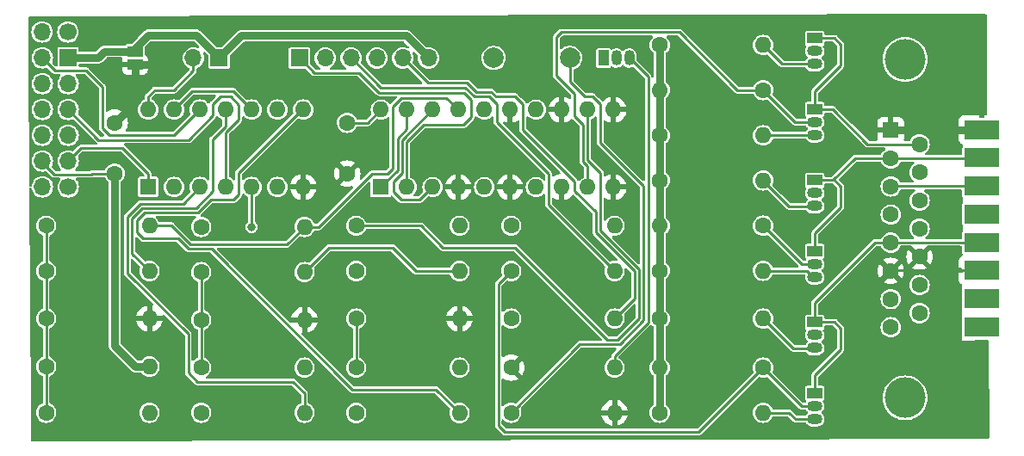
<source format=gbr>
%TF.GenerationSoftware,KiCad,Pcbnew,7.0.8*%
%TF.CreationDate,2026-01-30T12:59:00+01:00*%
%TF.ProjectId,colorswitch,636f6c6f-7273-4776-9974-63682e6b6963,rev?*%
%TF.SameCoordinates,Original*%
%TF.FileFunction,Copper,L1,Top*%
%TF.FilePolarity,Positive*%
%FSLAX46Y46*%
G04 Gerber Fmt 4.6, Leading zero omitted, Abs format (unit mm)*
G04 Created by KiCad (PCBNEW 7.0.8) date 2026-01-30 12:59:00*
%MOMM*%
%LPD*%
G01*
G04 APERTURE LIST*
%TA.AperFunction,ComponentPad*%
%ADD10R,1.500000X1.050000*%
%TD*%
%TA.AperFunction,ComponentPad*%
%ADD11O,1.500000X1.050000*%
%TD*%
%TA.AperFunction,ComponentPad*%
%ADD12O,1.600000X1.600000*%
%TD*%
%TA.AperFunction,ComponentPad*%
%ADD13C,1.600000*%
%TD*%
%TA.AperFunction,ComponentPad*%
%ADD14R,1.700000X1.700000*%
%TD*%
%TA.AperFunction,ComponentPad*%
%ADD15O,1.700000X1.700000*%
%TD*%
%TA.AperFunction,ComponentPad*%
%ADD16C,1.700000*%
%TD*%
%TA.AperFunction,ComponentPad*%
%ADD17R,1.600000X1.600000*%
%TD*%
%TA.AperFunction,ComponentPad*%
%ADD18C,2.000000*%
%TD*%
%TA.AperFunction,ComponentPad*%
%ADD19R,1.050000X1.500000*%
%TD*%
%TA.AperFunction,ComponentPad*%
%ADD20O,1.050000X1.500000*%
%TD*%
%TA.AperFunction,SMDPad,CuDef*%
%ADD21R,1.500000X1.000000*%
%TD*%
%TA.AperFunction,ComponentPad*%
%ADD22C,4.000000*%
%TD*%
%TA.AperFunction,SMDPad,CuDef*%
%ADD23R,3.480000X1.846667*%
%TD*%
%TA.AperFunction,ViaPad*%
%ADD24C,1.000000*%
%TD*%
%TA.AperFunction,ViaPad*%
%ADD25C,0.800000*%
%TD*%
%TA.AperFunction,Conductor*%
%ADD26C,0.750000*%
%TD*%
%TA.AperFunction,Conductor*%
%ADD27C,0.250000*%
%TD*%
G04 APERTURE END LIST*
D10*
%TO.P,Q2,1,E*%
%TO.N,BLUE*%
X175248159Y-78085000D03*
D11*
%TO.P,Q2,2,B*%
%TO.N,CB*%
X175248159Y-79355000D03*
%TO.P,Q2,3,C*%
%TO.N,Net-(Q2-C)*%
X175248159Y-80625000D03*
%TD*%
D12*
%TO.P,R30,2*%
%TO.N,GND1*%
X155575000Y-114935000D03*
D13*
%TO.P,R30,1*%
%TO.N,Net-(Q8-B)*%
X145415000Y-114935000D03*
%TD*%
%TO.P,R23,1*%
%TO.N,CG*%
X130175000Y-105664000D03*
D12*
%TO.P,R23,2*%
%TO.N,GND1*%
X140335000Y-105664000D03*
%TD*%
D14*
%TO.P,J2,1,Pin_1*%
%TO.N,Net-(J2-Pin_1)*%
X124587000Y-80030000D03*
D15*
%TO.P,J2,2,Pin_2*%
%TO.N,unconnected-(J2-Pin_2-Pad2)*%
X127127000Y-80030000D03*
%TO.P,J2,3,Pin_3*%
%TO.N,Net-(J2-Pin_3)*%
X129667000Y-80030000D03*
%TO.P,J2,4,Pin_4*%
%TO.N,Net-(J2-Pin_4)*%
X132207000Y-80030000D03*
%TO.P,J2,5,Pin_5*%
%TO.N,Net-(J2-Pin_5)*%
X134747000Y-80030000D03*
%TO.P,J2,6,Pin_6*%
%TO.N,GND*%
X137287000Y-80030000D03*
%TD*%
D14*
%TO.P,J3,1,Pin_1*%
%TO.N,GND*%
X116705000Y-80030000D03*
D15*
%TO.P,J3,2,Pin_2*%
%TO.N,VCC*%
X114165000Y-80030000D03*
%TD*%
D13*
%TO.P,R5,1*%
%TO.N,VCC*%
X160020000Y-114935000D03*
D12*
%TO.P,R5,2*%
%TO.N,Net-(Q5-C)*%
X170180000Y-114935000D03*
%TD*%
D16*
%TO.P,J3,1,Pin_1*%
%TO.N,N/C*%
X101859000Y-92710000D03*
D15*
%TO.P,J3,2,Pin_2*%
X99319000Y-92710000D03*
%TD*%
D12*
%TO.P,R13,2*%
%TO.N,GND1*%
X125095000Y-105791000D03*
D13*
%TO.P,R13,1*%
%TO.N,CB*%
X114935000Y-105791000D03*
%TD*%
%TO.P,R15,1*%
%TO.N,CB*%
X114935000Y-114935000D03*
D12*
%TO.P,R15,2*%
%TO.N,XB*%
X125095000Y-114935000D03*
%TD*%
D14*
%TO.P,J1,1,Pin_1*%
%TO.N,GND*%
X101854000Y-80010000D03*
D15*
%TO.P,J1,2,Pin_2*%
%TO.N,INT*%
X99314000Y-80010000D03*
%TO.P,J1,3,Pin_3*%
%TO.N,ENABLE*%
X101854000Y-82550000D03*
%TO.P,J1,4,Pin_4*%
%TO.N,CS*%
X99314000Y-82550000D03*
%TO.P,J1,5,Pin_5*%
%TO.N,R*%
X101854000Y-85090000D03*
%TO.P,J1,6,Pin_6*%
%TO.N,unconnected-(J1-Pin_6-Pad6)*%
X99314000Y-85090000D03*
%TO.P,J1,7,Pin_7*%
%TO.N,G*%
X101854000Y-87630000D03*
%TO.P,J1,8,Pin_8*%
%TO.N,unconnected-(J1-Pin_8-Pad8)*%
X99314000Y-87630000D03*
%TO.P,J1,9,Pin_9*%
%TO.N,B*%
X101854000Y-90170000D03*
%TO.P,J1,10,Pin_10*%
%TO.N,VCC*%
X99314000Y-90170000D03*
%TD*%
D17*
%TO.P,U2,1*%
%TO.N,B*%
X109728000Y-92710000D03*
D12*
%TO.P,U2,2*%
%TO.N,Net-(Q8-C)*%
X112268000Y-92710000D03*
%TO.P,U2,3*%
%TO.N,XB*%
X114808000Y-92710000D03*
%TO.P,U2,4*%
%TO.N,R*%
X117348000Y-92710000D03*
%TO.P,U2,5*%
%TO.N,Net-(Q8-C)*%
X119888000Y-92710000D03*
%TO.P,U2,6*%
%TO.N,XR*%
X122428000Y-92710000D03*
%TO.P,U2,7,GND*%
%TO.N,GND1*%
X124968000Y-92710000D03*
%TO.P,U2,8*%
%TO.N,XG*%
X124968000Y-85090000D03*
%TO.P,U2,9*%
%TO.N,G*%
X122428000Y-85090000D03*
%TO.P,U2,10*%
%TO.N,Net-(Q8-C)*%
X119888000Y-85090000D03*
%TO.P,U2,11*%
%TO.N,XINT*%
X117348000Y-85090000D03*
%TO.P,U2,12*%
%TO.N,INT*%
X114808000Y-85090000D03*
%TO.P,U2,13*%
%TO.N,Net-(Q8-C)*%
X112268000Y-85090000D03*
%TO.P,U2,14,VCC*%
%TO.N,VCC*%
X109728000Y-85090000D03*
%TD*%
D18*
%TO.P,C3,1*%
%TO.N,CS*%
X143683159Y-80010000D03*
%TO.P,C3,2*%
%TO.N,Net-(Q8-B)*%
X151183159Y-80010000D03*
%TD*%
D13*
%TO.P,R11,1*%
%TO.N,CB*%
X114935000Y-96647000D03*
D12*
%TO.P,R11,2*%
%TO.N,CS*%
X125095000Y-96647000D03*
%TD*%
D13*
%TO.P,R17,1*%
%TO.N,CR*%
X99695000Y-100985000D03*
D12*
%TO.P,R17,2*%
%TO.N,XINT*%
X109855000Y-100985000D03*
%TD*%
D19*
%TO.P,Q8,1,E*%
%TO.N,VCC*%
X154478159Y-80030000D03*
D20*
%TO.P,Q8,2,B*%
%TO.N,Net-(Q8-B)*%
X155748159Y-80030000D03*
%TO.P,Q8,3,C*%
%TO.N,Net-(Q8-C)*%
X157018159Y-80030000D03*
%TD*%
D13*
%TO.P,R26,1*%
%TO.N,Net-(Q3-B)*%
X145415000Y-96540000D03*
D12*
%TO.P,R26,2*%
%TO.N,Net-(J2-Pin_4)*%
X155575000Y-96540000D03*
%TD*%
%TO.P,R27,2*%
%TO.N,Net-(J2-Pin_3)*%
X155575000Y-100985000D03*
D13*
%TO.P,R27,1*%
%TO.N,Net-(Q5-B)*%
X145415000Y-100985000D03*
%TD*%
D10*
%TO.P,Q3,1,E*%
%TO.N,RED*%
X175248159Y-99040000D03*
D11*
%TO.P,Q3,2,B*%
%TO.N,Net-(Q3-B)*%
X175248159Y-100310000D03*
%TO.P,Q3,3,C*%
%TO.N,Net-(Q3-C)*%
X175248159Y-101580000D03*
%TD*%
D13*
%TO.P,R19,1*%
%TO.N,CR*%
X99695000Y-110383000D03*
D12*
%TO.P,R19,2*%
%TO.N,VCC*%
X109855000Y-110383000D03*
%TD*%
D13*
%TO.P,R29,1*%
%TO.N,GND1*%
X145415000Y-110490000D03*
D12*
%TO.P,R29,2*%
%TO.N,Net-(Q8-C)*%
X155575000Y-110490000D03*
%TD*%
D13*
%TO.P,R4,1*%
%TO.N,VCC*%
X160020000Y-92075000D03*
D12*
%TO.P,R4,2*%
%TO.N,Net-(Q4-C)*%
X170180000Y-92075000D03*
%TD*%
D13*
%TO.P,R14,1*%
%TO.N,CB*%
X114935000Y-110490000D03*
D12*
%TO.P,R14,2*%
%TO.N,VCC*%
X125095000Y-110490000D03*
%TD*%
D13*
%TO.P,R18,1*%
%TO.N,CR*%
X99695000Y-105664000D03*
D12*
%TO.P,R18,2*%
%TO.N,GND1*%
X109855000Y-105664000D03*
%TD*%
D21*
%TO.P,JP1,1,A*%
%TO.N,GND*%
X108430000Y-79365000D03*
%TO.P,JP1,2,B*%
%TO.N,GND1*%
X108430000Y-80665000D03*
%TD*%
D10*
%TO.P,Q6,1,E*%
%TO.N,GREEN*%
X175248159Y-106025000D03*
D11*
%TO.P,Q6,2,B*%
%TO.N,CG*%
X175248159Y-107295000D03*
%TO.P,Q6,3,C*%
%TO.N,Net-(Q6-C)*%
X175248159Y-108565000D03*
%TD*%
D13*
%TO.P,R16,1*%
%TO.N,CR*%
X99695000Y-96540000D03*
D12*
%TO.P,R16,2*%
%TO.N,CS*%
X109855000Y-96540000D03*
%TD*%
D13*
%TO.P,R8,1*%
%TO.N,Net-(Q1-B)*%
X170180000Y-83185000D03*
D12*
%TO.P,R8,2*%
%TO.N,VCC*%
X160020000Y-83185000D03*
%TD*%
D13*
%TO.P,R10,1*%
%TO.N,Net-(Q5-B)*%
X170180000Y-110490000D03*
D12*
%TO.P,R10,2*%
%TO.N,VCC*%
X160020000Y-110490000D03*
%TD*%
D13*
%TO.P,R3,1*%
%TO.N,VCC*%
X160020000Y-100965000D03*
D12*
%TO.P,R3,2*%
%TO.N,Net-(Q3-C)*%
X170180000Y-100965000D03*
%TD*%
D13*
%TO.P,R25,1*%
%TO.N,CG*%
X130175000Y-114955000D03*
D12*
%TO.P,R25,2*%
%TO.N,XG*%
X140335000Y-114955000D03*
%TD*%
D13*
%TO.P,R6,1*%
%TO.N,VCC*%
X160020000Y-105664000D03*
D12*
%TO.P,R6,2*%
%TO.N,Net-(Q6-C)*%
X170180000Y-105664000D03*
%TD*%
D13*
%TO.P,C1,2*%
%TO.N,GND1*%
X129286000Y-91400000D03*
%TO.P,C1,1*%
%TO.N,VCC*%
X129286000Y-86400000D03*
%TD*%
D10*
%TO.P,Q5,1,E*%
%TO.N,GREEN*%
X175248159Y-113010000D03*
D11*
%TO.P,Q5,2,B*%
%TO.N,Net-(Q5-B)*%
X175248159Y-114280000D03*
%TO.P,Q5,3,C*%
%TO.N,Net-(Q5-C)*%
X175248159Y-115550000D03*
%TD*%
D10*
%TO.P,Q1,1,E*%
%TO.N,BLUE*%
X175248159Y-85070000D03*
D11*
%TO.P,Q1,2,B*%
%TO.N,Net-(Q1-B)*%
X175248159Y-86340000D03*
%TO.P,Q1,3,C*%
%TO.N,Net-(Q1-C)*%
X175248159Y-87610000D03*
%TD*%
D13*
%TO.P,R2,1*%
%TO.N,VCC*%
X160020000Y-78740000D03*
D12*
%TO.P,R2,2*%
%TO.N,Net-(Q2-C)*%
X170180000Y-78740000D03*
%TD*%
D13*
%TO.P,R9,1*%
%TO.N,Net-(Q3-B)*%
X170180000Y-96520000D03*
D12*
%TO.P,R9,2*%
%TO.N,VCC*%
X160020000Y-96520000D03*
%TD*%
D10*
%TO.P,Q4,1,E*%
%TO.N,RED*%
X175248159Y-92055000D03*
D11*
%TO.P,Q4,2,B*%
%TO.N,CR*%
X175248159Y-93325000D03*
%TO.P,Q4,3,C*%
%TO.N,Net-(Q4-C)*%
X175248159Y-94595000D03*
%TD*%
D13*
%TO.P,R22,1*%
%TO.N,CG*%
X130175000Y-100985000D03*
D12*
%TO.P,R22,2*%
%TO.N,XINT*%
X140335000Y-100985000D03*
%TD*%
D13*
%TO.P,R28,1*%
%TO.N,Net-(Q1-B)*%
X145415000Y-105664000D03*
D12*
%TO.P,R28,2*%
%TO.N,Net-(J2-Pin_5)*%
X155575000Y-105664000D03*
%TD*%
D13*
%TO.P,R20,1*%
%TO.N,CR*%
X99695000Y-114935000D03*
D12*
%TO.P,R20,2*%
%TO.N,XR*%
X109855000Y-114935000D03*
%TD*%
D13*
%TO.P,C2,1*%
%TO.N,VCC*%
X106426000Y-91400000D03*
%TO.P,C2,2*%
%TO.N,GND1*%
X106426000Y-86400000D03*
%TD*%
%TO.P,R21,1*%
%TO.N,CG*%
X130175000Y-96540000D03*
D12*
%TO.P,R21,2*%
%TO.N,CS*%
X140335000Y-96540000D03*
%TD*%
D16*
%TO.P,J3,1,Pin_1*%
%TO.N,N/C*%
X101835000Y-77470000D03*
D15*
%TO.P,J3,2,Pin_2*%
X99295000Y-77470000D03*
%TD*%
D22*
%TO.P,J4,0*%
%TO.N,N/C*%
X184138159Y-113470000D03*
X184138159Y-80170000D03*
D17*
%TO.P,J4,1,1*%
%TO.N,GND1*%
X182718159Y-87125000D03*
D13*
%TO.P,J4,2,2*%
%TO.N,RED*%
X182718159Y-89895000D03*
%TO.P,J4,3,3*%
%TO.N,CSYNC*%
X182718159Y-92665000D03*
%TO.P,J4,4,4*%
%TO.N,unconnected-(J4-Pad4)*%
X182718159Y-95435000D03*
%TO.P,J4,5,5*%
%TO.N,GREEN*%
X182718159Y-98205000D03*
%TO.P,J4,6,6*%
%TO.N,GND1*%
X182718159Y-100975000D03*
%TO.P,J4,7,7*%
%TO.N,unconnected-(J4-Pad7)*%
X182718159Y-103745000D03*
%TO.P,J4,8,8*%
%TO.N,unconnected-(J4-Pad8)*%
X182718159Y-106515000D03*
%TO.P,J4,9,P9*%
%TO.N,BLUE*%
X185558159Y-88510000D03*
%TO.P,J4,10,P10*%
%TO.N,unconnected-(J4-P10-Pad10)*%
X185558159Y-91280000D03*
%TO.P,J4,11,P111*%
%TO.N,unconnected-(J4-P111-Pad11)*%
X185558159Y-94050000D03*
%TO.P,J4,12,P12*%
%TO.N,unconnected-(J4-P12-Pad12)*%
X185558159Y-96820000D03*
%TO.P,J4,13,P13*%
%TO.N,GND1*%
X185558159Y-99590000D03*
%TO.P,J4,14,P14*%
%TO.N,unconnected-(J4-P14-Pad14)*%
X185558159Y-102360000D03*
%TO.P,J4,15,P15*%
%TO.N,unconnected-(J4-P15-Pad15)*%
X185558159Y-105130000D03*
%TD*%
D17*
%TO.P,U1,1*%
%TO.N,ENABLE*%
X132593000Y-92730000D03*
D12*
%TO.P,U1,2*%
%TO.N,Net-(J2-Pin_1)*%
X135133000Y-92730000D03*
%TO.P,U1,3*%
%TO.N,CSYNC*%
X137673000Y-92730000D03*
%TO.P,U1,4*%
%TO.N,GND1*%
X140213000Y-92730000D03*
%TO.P,U1,5*%
%TO.N,Net-(Q3-B)*%
X142753000Y-92730000D03*
%TO.P,U1,6*%
%TO.N,GND1*%
X145293000Y-92730000D03*
%TO.P,U1,7*%
%TO.N,Net-(Q5-B)*%
X147833000Y-92730000D03*
%TO.P,U1,8*%
%TO.N,GND1*%
X150373000Y-92730000D03*
%TO.P,U1,9*%
%TO.N,Net-(Q1-B)*%
X152913000Y-92730000D03*
%TO.P,U1,10,GND*%
%TO.N,GND1*%
X155453000Y-92730000D03*
%TO.P,U1,11*%
X155453000Y-85110000D03*
%TO.P,U1,12*%
%TO.N,CG*%
X152913000Y-85110000D03*
%TO.P,U1,13*%
%TO.N,GND1*%
X150373000Y-85110000D03*
%TO.P,U1,14*%
%TO.N,CR*%
X147833000Y-85110000D03*
%TO.P,U1,15*%
%TO.N,GND1*%
X145293000Y-85110000D03*
%TO.P,U1,16*%
%TO.N,CB*%
X142753000Y-85110000D03*
%TO.P,U1,17*%
%TO.N,CS*%
X140213000Y-85110000D03*
%TO.P,U1,18*%
%TO.N,CSYNC*%
X137673000Y-85110000D03*
%TO.P,U1,19*%
%TO.N,ENABLE*%
X135133000Y-85110000D03*
%TO.P,U1,20,VCC*%
%TO.N,VCC*%
X132593000Y-85110000D03*
%TD*%
D13*
%TO.P,R1,1*%
%TO.N,VCC*%
X160020000Y-87630000D03*
D12*
%TO.P,R1,2*%
%TO.N,Net-(Q1-C)*%
X170180000Y-87630000D03*
%TD*%
D13*
%TO.P,R24,1*%
%TO.N,CG*%
X130175000Y-110490000D03*
D12*
%TO.P,R24,2*%
%TO.N,VCC*%
X140335000Y-110490000D03*
%TD*%
D23*
%TO.P,J5,1,1*%
%TO.N,unconnected-(J5-Pad1)*%
X191665500Y-106469000D03*
%TO.P,J5,2,2*%
%TO.N,unconnected-(J5-Pad2)*%
X191665500Y-103699000D03*
%TO.P,J5,3,3*%
%TO.N,GND1*%
X191665500Y-100929000D03*
%TO.P,J5,4,4*%
%TO.N,GREEN*%
X191665500Y-98159000D03*
%TO.P,J5,5,5*%
%TO.N,unconnected-(J5-Pad5)*%
X191665500Y-95389000D03*
%TO.P,J5,6,6*%
%TO.N,CSYNC*%
X191665500Y-92619000D03*
%TO.P,J5,7,7*%
%TO.N,RED*%
X191665500Y-89849000D03*
%TO.P,J5,8,8*%
%TO.N,GND1*%
X191665500Y-87079000D03*
%TD*%
D13*
%TO.P,R12,1*%
%TO.N,CB*%
X114935000Y-101092000D03*
D12*
%TO.P,R12,2*%
%TO.N,XINT*%
X125095000Y-101092000D03*
%TD*%
D24*
%TO.N,GND1*%
X110363000Y-80665000D03*
D25*
%TO.N,Net-(Q8-C)*%
X119888000Y-96647000D03*
%TD*%
D26*
%TO.N,GND1*%
X110363000Y-80665000D02*
X108430000Y-80665000D01*
D27*
%TO.N,VCC*%
X114165000Y-80030000D02*
X114165000Y-81288000D01*
X110363000Y-83185000D02*
X109728000Y-83820000D01*
X114165000Y-81288000D02*
X112268000Y-83185000D01*
X112268000Y-83185000D02*
X110363000Y-83185000D01*
X109728000Y-83820000D02*
X109728000Y-85090000D01*
%TO.N,XG*%
X124968000Y-85090000D02*
X124841000Y-85090000D01*
X115888896Y-93980000D02*
X114618896Y-95250000D01*
X118618000Y-91313000D02*
X118618000Y-93472000D01*
X118110000Y-93980000D02*
X115888896Y-93980000D01*
X113663604Y-98806000D02*
X115951000Y-98806000D01*
X114618896Y-95250000D02*
X109347000Y-95250000D01*
X108585000Y-96012000D02*
X108585000Y-97155000D01*
X124841000Y-85090000D02*
X118618000Y-91313000D01*
X129794000Y-112649000D02*
X138029000Y-112649000D01*
X108585000Y-97155000D02*
X109220000Y-97790000D01*
X109347000Y-95250000D02*
X108585000Y-96012000D01*
X109220000Y-97790000D02*
X112647604Y-97790000D01*
X118618000Y-93472000D02*
X118110000Y-93980000D01*
X112647604Y-97790000D02*
X113663604Y-98806000D01*
X138029000Y-112649000D02*
X140335000Y-114955000D01*
X115951000Y-98806000D02*
X129794000Y-112649000D01*
%TO.N,Net-(Q8-C)*%
X119888000Y-85090000D02*
X118110000Y-83312000D01*
X118110000Y-83312000D02*
X114046000Y-83312000D01*
X114046000Y-83312000D02*
X112268000Y-85090000D01*
%TO.N,R*%
X101854000Y-85090000D02*
X104844000Y-88080000D01*
X104844000Y-88080000D02*
X113691878Y-88080000D01*
X113691878Y-88080000D02*
X116078000Y-85693878D01*
X116078000Y-85693878D02*
X116078000Y-84582000D01*
X118618000Y-86107396D02*
X117348000Y-87377396D01*
X117348000Y-87377396D02*
X117348000Y-92710000D01*
X116078000Y-84582000D02*
X116840000Y-83820000D01*
X116840000Y-83820000D02*
X117822439Y-83820000D01*
X117822439Y-83820000D02*
X118618000Y-84615561D01*
X118618000Y-84615561D02*
X118618000Y-86107396D01*
%TO.N,XINT*%
X109855000Y-100985000D02*
X108135000Y-99265000D01*
X117348000Y-86741000D02*
X117348000Y-85090000D01*
X109160604Y-94800000D02*
X114432500Y-94800000D01*
X108135000Y-95825604D02*
X109160604Y-94800000D01*
X114432500Y-94800000D02*
X116078000Y-93154500D01*
X108135000Y-99265000D02*
X108135000Y-95825604D01*
X116078000Y-93154500D02*
X116078000Y-88011000D01*
X116078000Y-88011000D02*
X117348000Y-86741000D01*
%TO.N,Net-(J2-Pin_5)*%
X134747000Y-80030000D02*
X137198000Y-82481000D01*
X146558000Y-87122000D02*
X151638000Y-92202000D01*
X141068792Y-82481000D02*
X141957792Y-83370000D01*
X146558000Y-84582000D02*
X146558000Y-87122000D01*
X141957792Y-83370000D02*
X143442396Y-83370000D01*
X143892396Y-83820000D02*
X145796000Y-83820000D01*
X145796000Y-83820000D02*
X146558000Y-84582000D01*
X137198000Y-82481000D02*
X141068792Y-82481000D01*
X143442396Y-83370000D02*
X143892396Y-83820000D01*
X151638000Y-92202000D02*
X151638000Y-93091000D01*
X151638000Y-93091000D02*
X153728000Y-95181000D01*
X153728000Y-95181000D02*
X153728000Y-97213000D01*
X153728000Y-97213000D02*
X157527000Y-101012000D01*
X157527000Y-101012000D02*
X157527000Y-103712000D01*
X157527000Y-103712000D02*
X155575000Y-105664000D01*
%TO.N,Net-(J2-Pin_3)*%
X129667000Y-80030000D02*
X132568000Y-82931000D01*
X132568000Y-82931000D02*
X140882396Y-82931000D01*
X149098000Y-94508000D02*
X155575000Y-100985000D01*
X141771396Y-83820000D02*
X143256000Y-83820000D01*
X140882396Y-82931000D02*
X141771396Y-83820000D01*
X143256000Y-83820000D02*
X144018000Y-84582000D01*
X144018000Y-84582000D02*
X144018000Y-86360000D01*
X144018000Y-86360000D02*
X149098000Y-91440000D01*
X149098000Y-91440000D02*
X149098000Y-94508000D01*
%TO.N,Net-(J2-Pin_1)*%
X135133000Y-92730000D02*
X135133000Y-88286396D01*
X135133000Y-88286396D02*
X136805396Y-86614000D01*
X132439604Y-83439000D02*
X130485604Y-81485000D01*
X130485604Y-81485000D02*
X126042000Y-81485000D01*
X140716000Y-86614000D02*
X141478000Y-85852000D01*
X141478000Y-85852000D02*
X141478000Y-84163000D01*
X136805396Y-86614000D02*
X140716000Y-86614000D01*
X126042000Y-81485000D02*
X124587000Y-80030000D01*
X141478000Y-84163000D02*
X140754000Y-83439000D01*
X140754000Y-83439000D02*
X132439604Y-83439000D01*
%TO.N,CS*%
X125095000Y-96647000D02*
X126492000Y-96647000D01*
X126492000Y-96647000D02*
X131699000Y-91440000D01*
X131699000Y-91440000D02*
X133223000Y-91440000D01*
X133223000Y-91440000D02*
X133783000Y-90880000D01*
X133783000Y-90880000D02*
X133783000Y-84784000D01*
X133783000Y-84784000D02*
X134620000Y-83947000D01*
X134620000Y-83947000D02*
X139050000Y-83947000D01*
X139050000Y-83947000D02*
X140213000Y-85110000D01*
%TO.N,CG*%
X152913000Y-85110000D02*
X152908000Y-85115000D01*
X138695122Y-98679000D02*
X136556122Y-96540000D01*
X152908000Y-90041604D02*
X154178000Y-91311604D01*
X154871000Y-107754000D02*
X145796000Y-98679000D01*
X154178000Y-91311604D02*
X154178000Y-97026604D01*
X145796000Y-98679000D02*
X138695122Y-98679000D01*
X154178000Y-97026604D02*
X157977000Y-100825604D01*
X157977000Y-100825604D02*
X157977000Y-105672208D01*
X157977000Y-105672208D02*
X155895208Y-107754000D01*
X155895208Y-107754000D02*
X154871000Y-107754000D01*
X152908000Y-85115000D02*
X152908000Y-90041604D01*
X136556122Y-96540000D02*
X130175000Y-96540000D01*
D26*
%TO.N,VCC*%
X160020000Y-105664000D02*
X160020000Y-115062000D01*
D27*
%TO.N,Net-(Q5-B)*%
X170180000Y-110490000D02*
X173970000Y-114280000D01*
X173970000Y-114280000D02*
X175248159Y-114280000D01*
X145415000Y-100985000D02*
X144145000Y-102255000D01*
X144145000Y-102255000D02*
X144145000Y-116196841D01*
X144145000Y-116196841D02*
X144788159Y-116840000D01*
X144788159Y-116840000D02*
X163830000Y-116840000D01*
X163830000Y-116840000D02*
X170180000Y-110490000D01*
%TO.N,Net-(Q8-C)*%
X119888000Y-96647000D02*
X119888000Y-92710000D01*
%TO.N,XB*%
X125095000Y-114935000D02*
X125095000Y-113030000D01*
X125095000Y-113030000D02*
X123952000Y-111887000D01*
X107685000Y-101208000D02*
X107685000Y-95639208D01*
X113665000Y-110998000D02*
X113665000Y-107188000D01*
X123952000Y-111887000D02*
X114554000Y-111887000D01*
X114554000Y-111887000D02*
X113665000Y-110998000D01*
X113665000Y-107188000D02*
X107685000Y-101208000D01*
X107685000Y-95639208D02*
X108974208Y-94350000D01*
X113168000Y-94350000D02*
X114808000Y-92710000D01*
X108974208Y-94350000D02*
X113168000Y-94350000D01*
%TO.N,CR*%
X99695000Y-110383000D02*
X99695000Y-100985000D01*
%TO.N,CG*%
X130175000Y-110490000D02*
X130175000Y-105664000D01*
D26*
%TO.N,GND*%
X108430000Y-79365000D02*
X105420000Y-79365000D01*
X105420000Y-79365000D02*
X104775000Y-80010000D01*
X104775000Y-80010000D02*
X101854000Y-80010000D01*
D27*
%TO.N,INT*%
X99314000Y-80010000D02*
X100584000Y-81280000D01*
X100584000Y-81280000D02*
X103636527Y-81280000D01*
X105225000Y-86937000D02*
X105918000Y-87630000D01*
X105225000Y-82868473D02*
X105225000Y-86937000D01*
X103636527Y-81280000D02*
X105225000Y-82868473D01*
X105918000Y-87630000D02*
X112268000Y-87630000D01*
X112268000Y-87630000D02*
X114808000Y-85090000D01*
%TO.N,B*%
X101854000Y-90170000D02*
X103124000Y-88900000D01*
X107188000Y-88900000D02*
X109728000Y-91440000D01*
X103124000Y-88900000D02*
X107188000Y-88900000D01*
X109728000Y-91440000D02*
X109728000Y-92710000D01*
%TO.N,VCC*%
X106426000Y-91400000D02*
X104220000Y-91400000D01*
X104152656Y-91467344D02*
X100484344Y-91467344D01*
X100484344Y-91467344D02*
X99314000Y-90297000D01*
X104220000Y-91400000D02*
X104152656Y-91467344D01*
%TO.N,ENABLE*%
X135133000Y-85110000D02*
X135133000Y-87013604D01*
X135133000Y-87013604D02*
X134233000Y-87913604D01*
X134233000Y-87913604D02*
X134233000Y-91090000D01*
X134233000Y-91090000D02*
X132593000Y-92730000D01*
%TO.N,CSYNC*%
X137673000Y-85110000D02*
X134683000Y-88100000D01*
X134683000Y-88100000D02*
X134683000Y-91377000D01*
X134683000Y-91377000D02*
X133858000Y-92202000D01*
X133858000Y-93218000D02*
X134620000Y-93980000D01*
X133858000Y-92202000D02*
X133858000Y-93218000D01*
X134620000Y-93980000D02*
X136423000Y-93980000D01*
X136423000Y-93980000D02*
X137673000Y-92730000D01*
%TO.N,Net-(Q8-B)*%
X145415000Y-114935000D02*
X152146000Y-108204000D01*
X153416000Y-83820000D02*
X152654000Y-83820000D01*
X152146000Y-108204000D02*
X156081604Y-108204000D01*
X154178000Y-84582000D02*
X153416000Y-83820000D01*
X156081604Y-108204000D02*
X158427000Y-105858604D01*
X158427000Y-92641000D02*
X154178000Y-88392000D01*
X158427000Y-105858604D02*
X158427000Y-92641000D01*
X154178000Y-88392000D02*
X154178000Y-84582000D01*
X152654000Y-83820000D02*
X151183159Y-82349159D01*
X151183159Y-82349159D02*
X151183159Y-80010000D01*
%TO.N,Net-(Q8-C)*%
X155575000Y-110510000D02*
X155575000Y-109347000D01*
X158877000Y-81888841D02*
X157018159Y-80030000D01*
X155575000Y-109347000D02*
X158877000Y-106045000D01*
X158877000Y-106045000D02*
X158877000Y-81888841D01*
%TO.N,Net-(Q1-B)*%
X152908000Y-92725000D02*
X152908000Y-90678000D01*
X152458000Y-86608500D02*
X151638000Y-85788500D01*
X152908000Y-90678000D02*
X152458000Y-90228000D01*
X151638000Y-83566000D02*
X149858159Y-81786159D01*
X151638000Y-85788500D02*
X151638000Y-83566000D01*
X161945000Y-77490000D02*
X167640000Y-83185000D01*
X149858159Y-81786159D02*
X149858159Y-77979841D01*
X149858159Y-77979841D02*
X150348000Y-77490000D01*
X152913000Y-92730000D02*
X152908000Y-92725000D01*
X150348000Y-77490000D02*
X161945000Y-77490000D01*
X152458000Y-90228000D02*
X152458000Y-86608500D01*
X167640000Y-83185000D02*
X170180000Y-83185000D01*
D26*
%TO.N,VCC*%
X109855000Y-110383000D02*
X108478000Y-110383000D01*
X108478000Y-110383000D02*
X106426000Y-108331000D01*
X106426000Y-108331000D02*
X106426000Y-91400000D01*
D27*
X129286000Y-86400000D02*
X131303000Y-86400000D01*
D26*
X160020000Y-96520000D02*
X160020000Y-100965000D01*
X160020000Y-78740000D02*
X160020000Y-83185000D01*
X160020000Y-105664000D02*
X160020000Y-100965000D01*
X160020000Y-83185000D02*
X160020000Y-87630000D01*
X160020000Y-87630000D02*
X160020000Y-92075000D01*
D27*
X131303000Y-86400000D02*
X132593000Y-85110000D01*
D26*
X160020000Y-92075000D02*
X160020000Y-96520000D01*
D27*
%TO.N,GND1*%
X182764159Y-87079000D02*
X182718159Y-87125000D01*
D26*
X108430000Y-84396000D02*
X106426000Y-86400000D01*
D27*
X182764159Y-100929000D02*
X182718159Y-100975000D01*
X155575000Y-114935000D02*
X155575000Y-115082000D01*
D26*
X108430000Y-80665000D02*
X108430000Y-84396000D01*
X191665500Y-87079000D02*
X182764159Y-87079000D01*
D27*
X191665500Y-100929000D02*
X182764159Y-100929000D01*
%TO.N,CS*%
X109855000Y-96540000D02*
X109875000Y-96520000D01*
X109875000Y-96520000D02*
X112014000Y-96520000D01*
X112014000Y-96520000D02*
X113850000Y-98356000D01*
X113850000Y-98356000D02*
X123386000Y-98356000D01*
X123386000Y-98356000D02*
X125095000Y-96647000D01*
%TO.N,BLUE*%
X175258159Y-85080000D02*
X177028000Y-85080000D01*
X175248159Y-83323841D02*
X177800000Y-80772000D01*
X177800000Y-80772000D02*
X177800000Y-78682329D01*
X180458000Y-88510000D02*
X185558159Y-88510000D01*
X177800000Y-78682329D02*
X177202671Y-78085000D01*
X177028000Y-85080000D02*
X180458000Y-88510000D01*
X175248159Y-85070000D02*
X175248159Y-83323841D01*
X175248159Y-85070000D02*
X175258159Y-85080000D01*
X177202671Y-78085000D02*
X175248159Y-78085000D01*
X175248159Y-85070000D02*
X175258159Y-85060000D01*
%TO.N,Net-(Q1-B)*%
X175248159Y-86340000D02*
X173335000Y-86340000D01*
X173335000Y-86340000D02*
X170180000Y-83185000D01*
%TO.N,Net-(Q1-C)*%
X170180000Y-87630000D02*
X170200000Y-87610000D01*
X170200000Y-87610000D02*
X175248159Y-87610000D01*
%TO.N,CB*%
X114935000Y-110490000D02*
X114935000Y-105537000D01*
X114935000Y-101092000D02*
X114935000Y-105537000D01*
%TO.N,Net-(Q2-C)*%
X170180000Y-78740000D02*
X172065000Y-80625000D01*
X172065000Y-80625000D02*
X175248159Y-80625000D01*
%TO.N,RED*%
X175248159Y-92055000D02*
X177202671Y-92055000D01*
X177202671Y-92055000D02*
X177800000Y-92652329D01*
X182718159Y-89895000D02*
X191495000Y-89895000D01*
X177038000Y-92055000D02*
X175248159Y-92055000D01*
X179198000Y-89895000D02*
X177038000Y-92055000D01*
X177800000Y-94742000D02*
X175248159Y-97293841D01*
X177800000Y-92652329D02*
X177800000Y-94742000D01*
X175248159Y-97293841D02*
X175248159Y-99040000D01*
X191495000Y-89895000D02*
X191516000Y-89916000D01*
X182718159Y-89895000D02*
X179198000Y-89895000D01*
%TO.N,Net-(Q3-B)*%
X170180000Y-96520000D02*
X173970000Y-100310000D01*
X173970000Y-100310000D02*
X175248159Y-100310000D01*
%TO.N,Net-(Q3-C)*%
X175094969Y-101580000D02*
X175248159Y-101580000D01*
X170180000Y-100965000D02*
X174479969Y-100965000D01*
X174479969Y-100965000D02*
X175094969Y-101580000D01*
%TO.N,CR*%
X99695000Y-100985000D02*
X99695000Y-96540000D01*
X99695000Y-115082000D02*
X99695000Y-110383000D01*
%TO.N,Net-(Q4-C)*%
X175228159Y-94615000D02*
X175248159Y-94595000D01*
X172720000Y-94615000D02*
X175228159Y-94615000D01*
X170180000Y-92075000D02*
X172720000Y-94615000D01*
%TO.N,GREEN*%
X181163159Y-98205000D02*
X175248159Y-104120000D01*
X182764159Y-98159000D02*
X182718159Y-98205000D01*
X175248159Y-111263841D02*
X175248159Y-113010000D01*
X177800000Y-108712000D02*
X175248159Y-111263841D01*
X182718159Y-98205000D02*
X181163159Y-98205000D01*
X175248159Y-104120000D02*
X175248159Y-106025000D01*
X191665500Y-98159000D02*
X182764159Y-98159000D01*
X177202671Y-106025000D02*
X177800000Y-106622329D01*
X175248159Y-106025000D02*
X177202671Y-106025000D01*
X177800000Y-106622329D02*
X177800000Y-108712000D01*
%TO.N,Net-(Q5-C)*%
X172728159Y-114935000D02*
X173363159Y-115570000D01*
X173363159Y-115570000D02*
X174625000Y-115570000D01*
X170180000Y-115062000D02*
X170180000Y-114935000D01*
X170180000Y-114935000D02*
X172728159Y-114935000D01*
%TO.N,Net-(Q6-C)*%
X170180000Y-105664000D02*
X173101000Y-108585000D01*
X175228159Y-108585000D02*
X175248159Y-108565000D01*
X173101000Y-108585000D02*
X175228159Y-108585000D01*
%TO.N,XINT*%
X136037000Y-100985000D02*
X140335000Y-100985000D01*
X133731000Y-98679000D02*
X136037000Y-100985000D01*
X127508000Y-98679000D02*
X133731000Y-98679000D01*
X125095000Y-101092000D02*
X127508000Y-98679000D01*
%TO.N,CSYNC*%
X182764159Y-92619000D02*
X182718159Y-92665000D01*
X191665500Y-92619000D02*
X182764159Y-92619000D01*
%TO.N,B*%
X109591396Y-93180000D02*
X109894698Y-92876698D01*
D26*
%TO.N,GND*%
X109750000Y-77780000D02*
X114455000Y-77780000D01*
X114455000Y-77780000D02*
X116705000Y-80030000D01*
X135087000Y-77830000D02*
X137287000Y-80030000D01*
X108430000Y-79365000D02*
X108430000Y-79100000D01*
X118905000Y-77830000D02*
X135087000Y-77830000D01*
X108420000Y-79375000D02*
X108430000Y-79365000D01*
X116705000Y-80030000D02*
X118905000Y-77830000D01*
X108430000Y-79100000D02*
X109750000Y-77780000D01*
%TD*%
%TA.AperFunction,Conductor*%
%TO.N,GND1*%
G36*
X192106352Y-75731837D02*
G01*
X192152249Y-75784518D01*
X192163592Y-75835579D01*
X192175549Y-77802447D01*
X192222530Y-85530913D01*
X192203254Y-85598070D01*
X192150729Y-85644145D01*
X192098533Y-85655666D01*
X191915500Y-85655666D01*
X191915500Y-85790713D01*
X191895815Y-85857752D01*
X191843011Y-85903507D01*
X191795631Y-85914644D01*
X191543631Y-85923044D01*
X191475973Y-85905604D01*
X191428484Y-85854354D01*
X191415500Y-85799113D01*
X191415500Y-85655666D01*
X189877655Y-85655666D01*
X189818127Y-85662067D01*
X189818120Y-85662069D01*
X189683413Y-85712311D01*
X189683406Y-85712315D01*
X189568312Y-85798475D01*
X189568309Y-85798478D01*
X189482149Y-85913572D01*
X189482145Y-85913579D01*
X189431903Y-86048286D01*
X189431901Y-86048293D01*
X189425500Y-86107821D01*
X189425500Y-86829000D01*
X189735335Y-86829000D01*
X189802374Y-86848685D01*
X189848129Y-86901489D01*
X189859332Y-86953720D01*
X189858023Y-87179131D01*
X189857868Y-87205721D01*
X189837794Y-87272645D01*
X189784725Y-87318092D01*
X189733870Y-87329000D01*
X189425500Y-87329000D01*
X189425500Y-88050178D01*
X189431901Y-88109706D01*
X189431903Y-88109713D01*
X189482145Y-88244420D01*
X189482149Y-88244427D01*
X189568309Y-88359521D01*
X189568312Y-88359524D01*
X189683406Y-88445684D01*
X189683413Y-88445688D01*
X189769127Y-88477657D01*
X189825060Y-88519528D01*
X189849478Y-88584992D01*
X189849792Y-88594559D01*
X189849355Y-88669844D01*
X189829282Y-88736768D01*
X189794250Y-88772224D01*
X189780949Y-88781111D01*
X189780948Y-88781112D01*
X189736632Y-88847435D01*
X189736631Y-88847436D01*
X189725000Y-88905913D01*
X189725000Y-89445500D01*
X189705315Y-89512539D01*
X189652511Y-89558294D01*
X189601000Y-89569500D01*
X186190809Y-89569500D01*
X186123770Y-89549815D01*
X186078015Y-89497011D01*
X186068071Y-89427853D01*
X186097096Y-89364297D01*
X186112144Y-89349647D01*
X186269042Y-89220883D01*
X186394068Y-89068539D01*
X186394072Y-89068532D01*
X186401117Y-89055353D01*
X186486973Y-88894727D01*
X186544183Y-88706132D01*
X186563500Y-88510000D01*
X186544183Y-88313868D01*
X186486973Y-88125273D01*
X186486970Y-88125269D01*
X186486970Y-88125266D01*
X186394072Y-87951467D01*
X186394068Y-87951460D01*
X186269042Y-87799116D01*
X186116698Y-87674090D01*
X186116691Y-87674086D01*
X185942892Y-87581188D01*
X185942886Y-87581186D01*
X185754291Y-87523976D01*
X185754288Y-87523975D01*
X185558159Y-87504659D01*
X185362029Y-87523975D01*
X185173425Y-87581188D01*
X184999626Y-87674086D01*
X184999619Y-87674090D01*
X184847275Y-87799116D01*
X184722249Y-87951460D01*
X184722244Y-87951467D01*
X184632722Y-88118953D01*
X184583760Y-88168798D01*
X184523364Y-88184500D01*
X184132526Y-88184500D01*
X184065487Y-88164815D01*
X184019732Y-88112011D01*
X184009788Y-88042853D01*
X184011733Y-88032596D01*
X184018158Y-87972844D01*
X184018159Y-87972827D01*
X184018159Y-87375000D01*
X183151845Y-87375000D01*
X183177652Y-87334844D01*
X183218159Y-87196889D01*
X183218159Y-87053111D01*
X183177652Y-86915156D01*
X183151845Y-86875000D01*
X184018159Y-86875000D01*
X184018159Y-86277172D01*
X184018158Y-86277155D01*
X184011757Y-86217627D01*
X184011755Y-86217620D01*
X183961513Y-86082913D01*
X183961509Y-86082906D01*
X183875349Y-85967812D01*
X183875346Y-85967809D01*
X183760252Y-85881649D01*
X183760245Y-85881645D01*
X183625538Y-85831403D01*
X183625531Y-85831401D01*
X183566003Y-85825000D01*
X182968159Y-85825000D01*
X182968159Y-86689498D01*
X182860474Y-86640320D01*
X182753922Y-86625000D01*
X182682396Y-86625000D01*
X182575844Y-86640320D01*
X182468159Y-86689498D01*
X182468159Y-85825000D01*
X181870314Y-85825000D01*
X181810786Y-85831401D01*
X181810779Y-85831403D01*
X181676072Y-85881645D01*
X181676065Y-85881649D01*
X181560971Y-85967809D01*
X181560968Y-85967812D01*
X181474808Y-86082906D01*
X181474804Y-86082913D01*
X181424562Y-86217620D01*
X181424560Y-86217627D01*
X181418159Y-86277155D01*
X181418159Y-86875000D01*
X182284473Y-86875000D01*
X182258666Y-86915156D01*
X182218159Y-87053111D01*
X182218159Y-87196889D01*
X182258666Y-87334844D01*
X182284473Y-87375000D01*
X181418159Y-87375000D01*
X181418159Y-87972844D01*
X181425390Y-88040087D01*
X181424026Y-88040233D01*
X181420727Y-88101757D01*
X181379859Y-88158427D01*
X181314840Y-88184007D01*
X181303792Y-88184500D01*
X180644188Y-88184500D01*
X180577149Y-88164815D01*
X180556507Y-88148181D01*
X178933474Y-86525148D01*
X177270119Y-84861793D01*
X177266474Y-84857814D01*
X177240456Y-84826807D01*
X177240455Y-84826806D01*
X177229058Y-84820226D01*
X177205392Y-84806561D01*
X177200831Y-84803655D01*
X177186277Y-84793465D01*
X177167684Y-84780446D01*
X177167681Y-84780445D01*
X177162861Y-84778197D01*
X177146055Y-84771235D01*
X177141043Y-84769411D01*
X177101190Y-84762383D01*
X177095910Y-84761212D01*
X177056808Y-84750735D01*
X177021892Y-84753790D01*
X177016481Y-84754264D01*
X177011078Y-84754500D01*
X176322659Y-84754500D01*
X176255620Y-84734815D01*
X176209865Y-84682011D01*
X176198659Y-84630500D01*
X176198659Y-84525249D01*
X176198658Y-84525247D01*
X176187027Y-84466770D01*
X176187026Y-84466769D01*
X176142711Y-84400447D01*
X176076389Y-84356132D01*
X176076388Y-84356131D01*
X176017911Y-84344500D01*
X176017907Y-84344500D01*
X175697659Y-84344500D01*
X175630620Y-84324815D01*
X175584865Y-84272011D01*
X175573659Y-84220500D01*
X175573659Y-83510028D01*
X175593344Y-83442989D01*
X175609973Y-83422352D01*
X178018204Y-81014120D01*
X178022166Y-81010489D01*
X178053194Y-80984455D01*
X178073438Y-80949390D01*
X178076335Y-80944841D01*
X178099554Y-80911684D01*
X178099554Y-80911681D01*
X178101819Y-80906824D01*
X178108747Y-80890099D01*
X178110587Y-80885046D01*
X178110588Y-80885045D01*
X178117621Y-80845150D01*
X178118777Y-80839937D01*
X178129263Y-80800807D01*
X178125735Y-80760489D01*
X178125500Y-80755086D01*
X178125500Y-80170000D01*
X181932937Y-80170000D01*
X181950632Y-80439980D01*
X181951803Y-80457837D01*
X181951805Y-80457849D01*
X182008076Y-80740745D01*
X182008080Y-80740760D01*
X182100801Y-81013905D01*
X182228378Y-81272606D01*
X182228382Y-81272613D01*
X182388637Y-81512452D01*
X182578831Y-81729327D01*
X182795706Y-81919521D01*
X182955623Y-82026374D01*
X183035548Y-82079778D01*
X183294257Y-82207359D01*
X183567406Y-82300081D01*
X183850320Y-82356356D01*
X184138159Y-82375222D01*
X184425998Y-82356356D01*
X184708912Y-82300081D01*
X184982061Y-82207359D01*
X185240770Y-82079778D01*
X185480613Y-81919520D01*
X185697486Y-81729327D01*
X185887679Y-81512454D01*
X186047937Y-81272611D01*
X186175518Y-81013902D01*
X186268240Y-80740753D01*
X186324515Y-80457839D01*
X186343381Y-80170000D01*
X186324515Y-79882161D01*
X186268240Y-79599247D01*
X186175518Y-79326098D01*
X186066606Y-79105247D01*
X186047939Y-79067393D01*
X186047935Y-79067386D01*
X185887680Y-78827547D01*
X185697486Y-78610672D01*
X185480611Y-78420478D01*
X185240772Y-78260223D01*
X185240765Y-78260219D01*
X184982064Y-78132642D01*
X184708919Y-78039921D01*
X184708913Y-78039919D01*
X184708912Y-78039919D01*
X184708910Y-78039918D01*
X184708904Y-78039917D01*
X184426008Y-77983646D01*
X184425998Y-77983644D01*
X184138159Y-77964778D01*
X183850320Y-77983644D01*
X183850314Y-77983645D01*
X183850309Y-77983646D01*
X183567413Y-78039917D01*
X183567398Y-78039921D01*
X183294253Y-78132642D01*
X183035552Y-78260219D01*
X183035545Y-78260223D01*
X182795706Y-78420478D01*
X182578831Y-78610672D01*
X182388637Y-78827547D01*
X182228382Y-79067386D01*
X182228378Y-79067393D01*
X182100801Y-79326094D01*
X182008080Y-79599239D01*
X182008076Y-79599254D01*
X181962214Y-79829820D01*
X181951803Y-79882161D01*
X181932937Y-80170000D01*
X178125500Y-80170000D01*
X178125500Y-78699249D01*
X178125736Y-78693842D01*
X178129264Y-78653522D01*
X178118782Y-78614405D01*
X178117616Y-78609147D01*
X178110588Y-78569284D01*
X178110586Y-78569281D01*
X178110586Y-78569279D01*
X178108760Y-78564262D01*
X178101820Y-78547505D01*
X178099554Y-78542648D01*
X178099554Y-78542645D01*
X178076339Y-78509491D01*
X178073433Y-78504928D01*
X178053196Y-78469877D01*
X178053195Y-78469876D01*
X178053194Y-78469874D01*
X178022177Y-78443847D01*
X178018193Y-78440196D01*
X177744026Y-78166029D01*
X177444790Y-77866793D01*
X177441145Y-77862814D01*
X177415127Y-77831807D01*
X177415126Y-77831806D01*
X177403729Y-77825226D01*
X177380063Y-77811561D01*
X177375502Y-77808655D01*
X177362358Y-77799452D01*
X177342355Y-77785446D01*
X177342352Y-77785445D01*
X177337532Y-77783197D01*
X177320726Y-77776235D01*
X177315714Y-77774411D01*
X177275861Y-77767383D01*
X177270581Y-77766212D01*
X177231479Y-77755735D01*
X177196563Y-77758790D01*
X177191152Y-77759264D01*
X177185749Y-77759500D01*
X176322659Y-77759500D01*
X176255620Y-77739815D01*
X176209865Y-77687011D01*
X176198659Y-77635500D01*
X176198659Y-77540249D01*
X176198658Y-77540247D01*
X176187027Y-77481770D01*
X176187026Y-77481769D01*
X176142711Y-77415447D01*
X176076389Y-77371132D01*
X176076388Y-77371131D01*
X176017911Y-77359500D01*
X176017907Y-77359500D01*
X174478411Y-77359500D01*
X174478406Y-77359500D01*
X174419929Y-77371131D01*
X174419928Y-77371132D01*
X174353606Y-77415447D01*
X174309291Y-77481769D01*
X174309290Y-77481770D01*
X174297659Y-77540247D01*
X174297659Y-78629752D01*
X174309290Y-78688229D01*
X174309291Y-78688230D01*
X174353606Y-78754552D01*
X174385839Y-78776089D01*
X174430644Y-78829701D01*
X174439351Y-78899026D01*
X174424336Y-78941190D01*
X174393443Y-78994700D01*
X174352458Y-79065688D01*
X174340615Y-79105247D01*
X174303817Y-79228159D01*
X174303816Y-79228165D01*
X174293955Y-79397469D01*
X174293956Y-79397471D01*
X174323404Y-79564485D01*
X174323405Y-79564488D01*
X174323406Y-79564492D01*
X174382666Y-79701873D01*
X174390580Y-79720219D01*
X174491854Y-79856254D01*
X174491857Y-79856258D01*
X174535816Y-79893144D01*
X174574518Y-79951315D01*
X174575626Y-80021176D01*
X174546305Y-80073226D01*
X174437258Y-80188810D01*
X174437252Y-80188818D01*
X174409147Y-80237499D01*
X174358581Y-80285715D01*
X174301760Y-80299500D01*
X172251188Y-80299500D01*
X172184149Y-80279815D01*
X172163507Y-80263181D01*
X171141873Y-79241547D01*
X171108388Y-79180224D01*
X171110894Y-79117870D01*
X171119005Y-79091131D01*
X171166024Y-78936132D01*
X171185341Y-78740000D01*
X171166024Y-78543868D01*
X171108814Y-78355273D01*
X171108811Y-78355269D01*
X171108811Y-78355266D01*
X171015913Y-78181467D01*
X171015909Y-78181460D01*
X170890883Y-78029116D01*
X170738539Y-77904090D01*
X170738532Y-77904086D01*
X170564733Y-77811188D01*
X170564727Y-77811186D01*
X170418783Y-77766914D01*
X170376129Y-77753975D01*
X170180000Y-77734659D01*
X169983870Y-77753975D01*
X169795266Y-77811188D01*
X169621467Y-77904086D01*
X169621460Y-77904090D01*
X169469116Y-78029116D01*
X169344090Y-78181460D01*
X169344086Y-78181467D01*
X169251188Y-78355266D01*
X169193975Y-78543870D01*
X169174659Y-78740000D01*
X169193975Y-78936129D01*
X169193976Y-78936132D01*
X169239334Y-79085658D01*
X169251188Y-79124733D01*
X169344086Y-79298532D01*
X169344090Y-79298539D01*
X169469116Y-79450883D01*
X169621460Y-79575909D01*
X169621467Y-79575913D01*
X169795266Y-79668811D01*
X169795269Y-79668811D01*
X169795273Y-79668814D01*
X169983868Y-79726024D01*
X170180000Y-79745341D01*
X170376132Y-79726024D01*
X170557870Y-79670893D01*
X170627737Y-79670270D01*
X170681547Y-79701873D01*
X171822863Y-80843189D01*
X171826518Y-80847178D01*
X171852541Y-80878190D01*
X171852543Y-80878191D01*
X171852545Y-80878194D01*
X171852547Y-80878195D01*
X171852548Y-80878196D01*
X171887599Y-80898433D01*
X171892162Y-80901339D01*
X171925316Y-80924554D01*
X171925319Y-80924554D01*
X171930176Y-80926820D01*
X171946933Y-80933760D01*
X171951953Y-80935587D01*
X171951955Y-80935588D01*
X171987806Y-80941909D01*
X171991808Y-80942615D01*
X171997080Y-80943783D01*
X172036193Y-80954264D01*
X172076522Y-80950735D01*
X172081924Y-80950500D01*
X174298735Y-80950500D01*
X174365774Y-80970185D01*
X174398198Y-81000452D01*
X174491857Y-81126258D01*
X174621776Y-81235273D01*
X174773334Y-81311388D01*
X174938360Y-81350500D01*
X174938362Y-81350500D01*
X175515408Y-81350500D01*
X175515415Y-81350500D01*
X175641610Y-81335750D01*
X175800979Y-81277744D01*
X175942676Y-81184549D01*
X176059061Y-81061188D01*
X176143860Y-80914312D01*
X176192501Y-80751839D01*
X176202362Y-80582529D01*
X176172912Y-80415508D01*
X176105738Y-80259781D01*
X176004461Y-80123742D01*
X175960501Y-80086855D01*
X175921799Y-80028684D01*
X175920691Y-79958823D01*
X175950013Y-79906772D01*
X175962871Y-79893144D01*
X176059061Y-79791188D01*
X176143860Y-79644312D01*
X176192501Y-79481839D01*
X176202362Y-79312529D01*
X176172912Y-79145508D01*
X176105738Y-78989781D01*
X176078988Y-78953849D01*
X176054745Y-78888324D01*
X176069777Y-78820090D01*
X176109560Y-78776703D01*
X176142711Y-78754552D01*
X176187026Y-78688231D01*
X176187026Y-78688229D01*
X176187027Y-78688229D01*
X176198658Y-78629752D01*
X176198659Y-78629750D01*
X176198659Y-78534500D01*
X176218344Y-78467461D01*
X176271148Y-78421706D01*
X176322659Y-78410500D01*
X177016483Y-78410500D01*
X177083522Y-78430185D01*
X177104164Y-78446819D01*
X177438181Y-78780836D01*
X177471666Y-78842159D01*
X177474500Y-78868517D01*
X177474500Y-80585811D01*
X177454815Y-80652850D01*
X177438181Y-80673492D01*
X175029962Y-83081711D01*
X175025973Y-83085366D01*
X174994964Y-83111386D01*
X174974721Y-83146447D01*
X174971815Y-83151007D01*
X174948605Y-83184154D01*
X174946365Y-83188958D01*
X174939388Y-83205802D01*
X174937569Y-83210800D01*
X174930542Y-83250652D01*
X174929371Y-83255932D01*
X174918894Y-83295032D01*
X174922423Y-83335354D01*
X174922659Y-83340761D01*
X174922659Y-84220500D01*
X174902974Y-84287539D01*
X174850170Y-84333294D01*
X174798659Y-84344500D01*
X174478406Y-84344500D01*
X174419929Y-84356131D01*
X174419928Y-84356132D01*
X174353606Y-84400447D01*
X174309291Y-84466769D01*
X174309290Y-84466770D01*
X174297659Y-84525247D01*
X174297659Y-85614752D01*
X174309290Y-85673229D01*
X174309291Y-85673230D01*
X174353606Y-85739552D01*
X174375149Y-85753946D01*
X174385828Y-85761082D01*
X174385839Y-85761089D01*
X174430644Y-85814701D01*
X174439351Y-85884026D01*
X174424338Y-85926186D01*
X174409150Y-85952495D01*
X174358585Y-86000713D01*
X174301760Y-86014500D01*
X173521188Y-86014500D01*
X173454149Y-85994815D01*
X173433507Y-85978181D01*
X171141873Y-83686547D01*
X171108388Y-83625224D01*
X171110894Y-83562870D01*
X171115841Y-83546561D01*
X171166024Y-83381132D01*
X171185341Y-83185000D01*
X171166024Y-82988868D01*
X171108814Y-82800273D01*
X171108811Y-82800269D01*
X171108811Y-82800266D01*
X171015913Y-82626467D01*
X171015909Y-82626460D01*
X170890883Y-82474116D01*
X170738539Y-82349090D01*
X170738532Y-82349086D01*
X170564733Y-82256188D01*
X170564727Y-82256186D01*
X170376132Y-82198976D01*
X170376129Y-82198975D01*
X170180000Y-82179659D01*
X169983870Y-82198975D01*
X169795266Y-82256188D01*
X169621467Y-82349086D01*
X169621460Y-82349090D01*
X169469116Y-82474116D01*
X169344090Y-82626460D01*
X169344085Y-82626467D01*
X169254563Y-82793953D01*
X169205601Y-82843798D01*
X169145205Y-82859500D01*
X167826189Y-82859500D01*
X167759150Y-82839815D01*
X167738508Y-82823181D01*
X166376161Y-81460834D01*
X162187119Y-77271793D01*
X162183474Y-77267814D01*
X162157456Y-77236807D01*
X162157455Y-77236806D01*
X162146058Y-77230226D01*
X162122392Y-77216561D01*
X162117831Y-77213655D01*
X162103977Y-77203955D01*
X162084684Y-77190446D01*
X162084681Y-77190445D01*
X162079861Y-77188197D01*
X162063055Y-77181235D01*
X162058043Y-77179411D01*
X162018190Y-77172383D01*
X162012910Y-77171212D01*
X161973808Y-77160735D01*
X161938892Y-77163790D01*
X161933481Y-77164264D01*
X161928078Y-77164500D01*
X150364922Y-77164500D01*
X150359518Y-77164264D01*
X150354107Y-77163790D01*
X150319192Y-77160735D01*
X150319191Y-77160735D01*
X150280091Y-77171212D01*
X150274811Y-77172383D01*
X150234959Y-77179410D01*
X150229961Y-77181229D01*
X150213117Y-77188206D01*
X150208313Y-77190446D01*
X150175166Y-77213656D01*
X150170606Y-77216562D01*
X150135548Y-77236804D01*
X150135540Y-77236810D01*
X150109523Y-77267815D01*
X150105869Y-77271804D01*
X149639962Y-77737711D01*
X149635973Y-77741366D01*
X149604964Y-77767386D01*
X149584721Y-77802447D01*
X149581815Y-77807007D01*
X149558605Y-77840154D01*
X149556365Y-77844958D01*
X149549388Y-77861802D01*
X149547569Y-77866800D01*
X149540542Y-77906652D01*
X149539371Y-77911932D01*
X149528894Y-77951032D01*
X149532423Y-77991354D01*
X149532659Y-77996761D01*
X149532659Y-81769237D01*
X149532423Y-81774644D01*
X149528894Y-81814967D01*
X149539371Y-81854069D01*
X149540542Y-81859349D01*
X149547570Y-81899202D01*
X149549394Y-81904214D01*
X149556356Y-81921020D01*
X149558604Y-81925840D01*
X149558605Y-81925843D01*
X149561523Y-81930010D01*
X149581814Y-81958990D01*
X149584720Y-81963551D01*
X149604965Y-81998614D01*
X149635974Y-82024634D01*
X149639964Y-82028290D01*
X151276181Y-83664507D01*
X151309666Y-83725830D01*
X151312500Y-83752188D01*
X151312500Y-83942636D01*
X151292815Y-84009675D01*
X151240011Y-84055430D01*
X151170853Y-84065374D01*
X151117376Y-84044211D01*
X151025482Y-83979866D01*
X150819328Y-83883734D01*
X150623000Y-83831127D01*
X150623000Y-84794314D01*
X150611045Y-84782359D01*
X150498148Y-84724835D01*
X150404481Y-84710000D01*
X150341519Y-84710000D01*
X150247852Y-84724835D01*
X150134955Y-84782359D01*
X150123000Y-84794314D01*
X150123000Y-83831127D01*
X149926671Y-83883734D01*
X149720517Y-83979865D01*
X149534179Y-84110342D01*
X149373342Y-84271179D01*
X149242865Y-84457517D01*
X149146734Y-84663673D01*
X149146730Y-84663682D01*
X149094127Y-84859999D01*
X149094128Y-84860000D01*
X150057314Y-84860000D01*
X150045359Y-84871955D01*
X149987835Y-84984852D01*
X149968014Y-85110000D01*
X149987835Y-85235148D01*
X150045359Y-85348045D01*
X150057314Y-85360000D01*
X149094128Y-85360000D01*
X149146730Y-85556317D01*
X149146734Y-85556326D01*
X149242865Y-85762482D01*
X149373342Y-85948820D01*
X149534179Y-86109657D01*
X149720517Y-86240134D01*
X149926673Y-86336265D01*
X149926682Y-86336269D01*
X150122999Y-86388872D01*
X150123000Y-86388871D01*
X150123000Y-85425686D01*
X150134955Y-85437641D01*
X150247852Y-85495165D01*
X150341519Y-85510000D01*
X150404481Y-85510000D01*
X150498148Y-85495165D01*
X150611045Y-85437641D01*
X150623000Y-85425686D01*
X150623000Y-86388872D01*
X150819317Y-86336269D01*
X150819326Y-86336265D01*
X151025482Y-86240134D01*
X151211820Y-86109657D01*
X151267645Y-86053833D01*
X151328968Y-86020348D01*
X151398660Y-86025332D01*
X151443007Y-86053833D01*
X152096181Y-86707007D01*
X152129666Y-86768330D01*
X152132500Y-86794688D01*
X152132500Y-90211078D01*
X152132264Y-90216485D01*
X152128735Y-90256808D01*
X152139212Y-90295910D01*
X152140383Y-90301190D01*
X152147411Y-90341043D01*
X152149235Y-90346055D01*
X152156197Y-90362861D01*
X152158445Y-90367681D01*
X152158446Y-90367684D01*
X152164223Y-90375934D01*
X152181655Y-90400831D01*
X152184561Y-90405392D01*
X152204806Y-90440455D01*
X152235815Y-90466475D01*
X152239805Y-90470131D01*
X152546181Y-90776507D01*
X152579666Y-90837830D01*
X152582500Y-90864188D01*
X152582500Y-91697878D01*
X152562815Y-91764917D01*
X152516953Y-91807236D01*
X152354467Y-91894086D01*
X152354460Y-91894090D01*
X152202115Y-92019117D01*
X152145542Y-92088051D01*
X152087796Y-92127385D01*
X152017951Y-92129254D01*
X151958184Y-92093066D01*
X151939829Y-92065565D01*
X151914340Y-92029163D01*
X151911433Y-92024599D01*
X151891196Y-91989548D01*
X151891195Y-91989547D01*
X151891194Y-91989545D01*
X151860177Y-91963518D01*
X151856193Y-91959867D01*
X146919819Y-87023493D01*
X146886334Y-86962170D01*
X146883500Y-86935812D01*
X146883500Y-85876684D01*
X146903185Y-85809645D01*
X146955989Y-85763890D01*
X147025147Y-85753946D01*
X147088703Y-85782971D01*
X147103354Y-85798020D01*
X147122117Y-85820884D01*
X147274460Y-85945909D01*
X147274467Y-85945913D01*
X147448266Y-86038811D01*
X147448269Y-86038811D01*
X147448273Y-86038814D01*
X147636868Y-86096024D01*
X147833000Y-86115341D01*
X148029132Y-86096024D01*
X148217727Y-86038814D01*
X148218912Y-86038181D01*
X148337526Y-85974780D01*
X148391538Y-85945910D01*
X148543883Y-85820883D01*
X148668910Y-85668538D01*
X148742472Y-85530913D01*
X148761811Y-85494733D01*
X148761811Y-85494732D01*
X148761814Y-85494727D01*
X148819024Y-85306132D01*
X148838341Y-85110000D01*
X148819024Y-84913868D01*
X148761814Y-84725273D01*
X148761811Y-84725269D01*
X148761811Y-84725266D01*
X148668913Y-84551467D01*
X148668909Y-84551460D01*
X148543883Y-84399116D01*
X148391539Y-84274090D01*
X148391532Y-84274086D01*
X148217733Y-84181188D01*
X148217727Y-84181186D01*
X148029132Y-84123976D01*
X148029129Y-84123975D01*
X147833000Y-84104659D01*
X147636870Y-84123975D01*
X147448266Y-84181188D01*
X147274467Y-84274086D01*
X147274460Y-84274090D01*
X147122115Y-84399117D01*
X147065542Y-84468051D01*
X147007796Y-84507385D01*
X146937951Y-84509254D01*
X146878184Y-84473066D01*
X146859829Y-84445565D01*
X146834340Y-84409163D01*
X146831433Y-84404599D01*
X146811196Y-84369548D01*
X146811195Y-84369547D01*
X146811194Y-84369545D01*
X146780177Y-84343518D01*
X146776193Y-84339867D01*
X146412507Y-83976181D01*
X146038119Y-83601793D01*
X146034474Y-83597814D01*
X146008456Y-83566807D01*
X146008455Y-83566806D01*
X145997058Y-83560226D01*
X145973392Y-83546561D01*
X145968831Y-83543655D01*
X145942516Y-83525230D01*
X145935684Y-83520446D01*
X145935681Y-83520445D01*
X145930861Y-83518197D01*
X145914055Y-83511235D01*
X145909043Y-83509411D01*
X145869190Y-83502383D01*
X145863910Y-83501212D01*
X145824808Y-83490735D01*
X145790392Y-83493747D01*
X145784481Y-83494264D01*
X145779078Y-83494500D01*
X144078584Y-83494500D01*
X144011545Y-83474815D01*
X143990903Y-83458181D01*
X143868076Y-83335354D01*
X143684515Y-83151793D01*
X143680870Y-83147814D01*
X143654852Y-83116807D01*
X143654851Y-83116806D01*
X143643454Y-83110226D01*
X143619788Y-83096561D01*
X143615227Y-83093655D01*
X143598168Y-83081711D01*
X143582080Y-83070446D01*
X143582077Y-83070445D01*
X143577257Y-83068197D01*
X143560451Y-83061235D01*
X143555439Y-83059411D01*
X143515586Y-83052383D01*
X143510306Y-83051212D01*
X143471204Y-83040735D01*
X143436288Y-83043790D01*
X143430877Y-83044264D01*
X143425474Y-83044500D01*
X142143980Y-83044500D01*
X142076941Y-83024815D01*
X142056299Y-83008181D01*
X141704134Y-82656016D01*
X141310911Y-82262793D01*
X141307266Y-82258814D01*
X141281248Y-82227807D01*
X141281247Y-82227806D01*
X141269850Y-82221226D01*
X141246184Y-82207561D01*
X141241623Y-82204655D01*
X141228479Y-82195452D01*
X141208476Y-82181446D01*
X141208473Y-82181445D01*
X141203653Y-82179197D01*
X141186847Y-82172235D01*
X141181835Y-82170411D01*
X141141982Y-82163383D01*
X141136702Y-82162212D01*
X141097600Y-82151735D01*
X141062684Y-82154790D01*
X141057273Y-82155264D01*
X141051870Y-82155500D01*
X137384189Y-82155500D01*
X137317150Y-82135815D01*
X137296508Y-82119181D01*
X136527826Y-81350499D01*
X135748320Y-80570994D01*
X135714836Y-80509672D01*
X135719820Y-80439980D01*
X135721446Y-80435850D01*
X135722227Y-80433962D01*
X135722232Y-80433954D01*
X135782300Y-80235934D01*
X135802583Y-80030000D01*
X135782300Y-79824066D01*
X135722232Y-79626046D01*
X135722230Y-79626042D01*
X135717915Y-79617969D01*
X135703672Y-79549567D01*
X135728671Y-79484322D01*
X135784975Y-79442951D01*
X135854708Y-79438587D01*
X135914953Y-79471833D01*
X136211617Y-79768497D01*
X136245102Y-79829820D01*
X136247339Y-79868331D01*
X136231416Y-80029999D01*
X136251699Y-80235932D01*
X136258934Y-80259781D01*
X136311768Y-80433954D01*
X136409315Y-80616450D01*
X136426323Y-80637174D01*
X136540589Y-80776410D01*
X136627232Y-80847515D01*
X136700550Y-80907685D01*
X136883046Y-81005232D01*
X137081066Y-81065300D01*
X137081065Y-81065300D01*
X137099529Y-81067118D01*
X137287000Y-81085583D01*
X137492934Y-81065300D01*
X137690954Y-81005232D01*
X137873450Y-80907685D01*
X138033410Y-80776410D01*
X138164685Y-80616450D01*
X138262232Y-80433954D01*
X138322300Y-80235934D01*
X138342583Y-80030000D01*
X138340613Y-80010000D01*
X142477516Y-80010000D01*
X142498043Y-80231535D01*
X142498044Y-80231537D01*
X142558928Y-80445523D01*
X142558934Y-80445538D01*
X142658097Y-80644683D01*
X142658102Y-80644691D01*
X142792179Y-80822238D01*
X142956596Y-80972123D01*
X142956598Y-80972125D01*
X143145754Y-81089245D01*
X143145755Y-81089245D01*
X143145758Y-81089247D01*
X143353219Y-81169618D01*
X143571916Y-81210500D01*
X143571918Y-81210500D01*
X143794400Y-81210500D01*
X143794402Y-81210500D01*
X144013099Y-81169618D01*
X144220560Y-81089247D01*
X144409721Y-80972124D01*
X144565075Y-80830500D01*
X144574138Y-80822238D01*
X144585759Y-80806850D01*
X144708217Y-80644689D01*
X144807388Y-80445528D01*
X144868274Y-80231536D01*
X144888802Y-80010000D01*
X144888760Y-80009552D01*
X144868274Y-79788464D01*
X144868273Y-79788462D01*
X144862592Y-79768497D01*
X144807388Y-79574472D01*
X144802418Y-79564490D01*
X144708220Y-79375316D01*
X144708215Y-79375308D01*
X144574138Y-79197761D01*
X144409721Y-79047876D01*
X144409719Y-79047874D01*
X144220563Y-78930754D01*
X144220557Y-78930752D01*
X144219984Y-78930530D01*
X144013099Y-78850382D01*
X143794402Y-78809500D01*
X143571916Y-78809500D01*
X143353219Y-78850382D01*
X143255280Y-78888324D01*
X143145760Y-78930752D01*
X143145754Y-78930754D01*
X142956598Y-79047874D01*
X142956596Y-79047876D01*
X142792179Y-79197761D01*
X142658102Y-79375308D01*
X142658097Y-79375316D01*
X142558934Y-79574461D01*
X142558928Y-79574476D01*
X142498044Y-79788462D01*
X142498043Y-79788464D01*
X142477516Y-80009999D01*
X142477516Y-80010000D01*
X138340613Y-80010000D01*
X138322300Y-79824066D01*
X138262232Y-79626046D01*
X138164685Y-79443550D01*
X138093130Y-79356359D01*
X138033410Y-79283589D01*
X137883121Y-79160252D01*
X137873450Y-79152315D01*
X137690954Y-79054768D01*
X137492934Y-78994700D01*
X137492932Y-78994699D01*
X137492934Y-78994699D01*
X137305463Y-78976235D01*
X137287000Y-78974417D01*
X137286999Y-78974417D01*
X137125331Y-78990339D01*
X137056685Y-78977320D01*
X137025497Y-78954617D01*
X135523489Y-77452609D01*
X135518136Y-77446506D01*
X135515486Y-77443053D01*
X135497451Y-77419549D01*
X135497449Y-77419547D01*
X135497448Y-77419546D01*
X135468963Y-77397689D01*
X135468952Y-77397680D01*
X135377234Y-77327302D01*
X135312334Y-77300420D01*
X135237236Y-77269313D01*
X135183906Y-77262291D01*
X135121098Y-77254023D01*
X135121083Y-77254021D01*
X135094196Y-77250482D01*
X135087000Y-77249535D01*
X135086999Y-77249535D01*
X135086998Y-77249535D01*
X135067965Y-77252040D01*
X135053317Y-77253969D01*
X135045219Y-77254500D01*
X118946781Y-77254500D01*
X118938683Y-77253969D01*
X118914813Y-77250826D01*
X118905001Y-77249535D01*
X118905000Y-77249535D01*
X118900698Y-77250101D01*
X118871419Y-77253955D01*
X118871406Y-77253957D01*
X118867281Y-77254500D01*
X118867280Y-77254500D01*
X118754764Y-77269313D01*
X118754760Y-77269314D01*
X118735476Y-77277302D01*
X118614768Y-77327299D01*
X118614766Y-77327301D01*
X118525849Y-77395530D01*
X118525824Y-77395549D01*
X118494548Y-77419550D01*
X118473861Y-77446507D01*
X118468511Y-77452608D01*
X116977939Y-78943181D01*
X116916616Y-78976666D01*
X116890258Y-78979500D01*
X116519742Y-78979500D01*
X116452703Y-78959815D01*
X116432061Y-78943181D01*
X114891489Y-77402609D01*
X114886136Y-77396506D01*
X114866666Y-77371133D01*
X114865451Y-77369549D01*
X114865449Y-77369547D01*
X114865448Y-77369546D01*
X114836963Y-77347689D01*
X114836952Y-77347680D01*
X114745231Y-77277300D01*
X114725947Y-77269313D01*
X114647470Y-77236807D01*
X114605236Y-77219313D01*
X114551906Y-77212291D01*
X114489098Y-77204023D01*
X114489083Y-77204021D01*
X114462196Y-77200482D01*
X114455000Y-77199535D01*
X114454999Y-77199535D01*
X114454998Y-77199535D01*
X114435965Y-77202040D01*
X114421317Y-77203969D01*
X114413219Y-77204500D01*
X109791781Y-77204500D01*
X109783683Y-77203969D01*
X109759813Y-77200826D01*
X109750001Y-77199535D01*
X109750000Y-77199535D01*
X109745698Y-77200101D01*
X109716419Y-77203955D01*
X109716406Y-77203957D01*
X109712281Y-77204500D01*
X109712280Y-77204500D01*
X109666376Y-77210543D01*
X109599762Y-77219313D01*
X109572428Y-77230635D01*
X109558760Y-77236297D01*
X109517757Y-77253280D01*
X109459768Y-77277300D01*
X109459766Y-77277301D01*
X109370849Y-77345530D01*
X109370824Y-77345549D01*
X109339548Y-77369550D01*
X109318861Y-77396507D01*
X109313510Y-77402608D01*
X108687003Y-78029117D01*
X108087939Y-78628181D01*
X108026616Y-78661666D01*
X108000258Y-78664500D01*
X107660247Y-78664500D01*
X107601770Y-78676131D01*
X107601769Y-78676132D01*
X107535447Y-78720447D01*
X107526131Y-78734391D01*
X107472518Y-78779196D01*
X107423029Y-78789500D01*
X105461786Y-78789500D01*
X105453688Y-78788969D01*
X105420000Y-78784534D01*
X105382280Y-78789500D01*
X105344774Y-78794437D01*
X105269762Y-78804313D01*
X105242428Y-78815635D01*
X105228760Y-78821297D01*
X105208471Y-78829701D01*
X105129768Y-78862300D01*
X105129766Y-78862301D01*
X105040849Y-78930530D01*
X105040824Y-78930549D01*
X105009549Y-78954549D01*
X104988862Y-78981507D01*
X104983510Y-78987608D01*
X104762740Y-79208380D01*
X104572939Y-79398181D01*
X104511616Y-79431666D01*
X104485258Y-79434500D01*
X103028500Y-79434500D01*
X102961461Y-79414815D01*
X102915706Y-79362011D01*
X102904500Y-79310500D01*
X102904500Y-79140249D01*
X102904499Y-79140247D01*
X102892868Y-79081770D01*
X102892867Y-79081769D01*
X102848552Y-79015447D01*
X102782230Y-78971132D01*
X102782229Y-78971131D01*
X102723752Y-78959500D01*
X102723748Y-78959500D01*
X100984252Y-78959500D01*
X100984247Y-78959500D01*
X100925770Y-78971131D01*
X100925769Y-78971132D01*
X100859447Y-79015447D01*
X100815132Y-79081769D01*
X100815131Y-79081770D01*
X100803500Y-79140247D01*
X100803500Y-80739811D01*
X100783815Y-80806850D01*
X100731011Y-80852605D01*
X100661853Y-80862549D01*
X100598297Y-80833524D01*
X100591819Y-80827492D01*
X100315321Y-80550994D01*
X100281836Y-80489671D01*
X100286820Y-80419979D01*
X100288448Y-80415843D01*
X100289223Y-80413969D01*
X100289232Y-80413954D01*
X100349300Y-80215934D01*
X100369583Y-80010000D01*
X100349300Y-79804066D01*
X100289232Y-79606046D01*
X100191685Y-79423550D01*
X100111709Y-79326098D01*
X100060410Y-79263589D01*
X99942677Y-79166969D01*
X99900450Y-79132315D01*
X99717954Y-79034768D01*
X99519934Y-78974700D01*
X99519932Y-78974699D01*
X99519934Y-78974699D01*
X99314000Y-78954417D01*
X99108067Y-78974699D01*
X98910043Y-79034769D01*
X98826359Y-79079500D01*
X98727550Y-79132315D01*
X98727548Y-79132316D01*
X98727547Y-79132317D01*
X98567589Y-79263589D01*
X98436317Y-79423547D01*
X98436315Y-79423550D01*
X98425625Y-79443550D01*
X98338769Y-79606043D01*
X98278699Y-79804067D01*
X98258417Y-80010000D01*
X98278699Y-80215932D01*
X98302737Y-80295174D01*
X98338768Y-80413954D01*
X98436315Y-80596450D01*
X98452730Y-80616452D01*
X98567589Y-80756410D01*
X98647800Y-80822236D01*
X98727550Y-80887685D01*
X98910046Y-80985232D01*
X99108066Y-81045300D01*
X99108065Y-81045300D01*
X99126529Y-81047118D01*
X99314000Y-81065583D01*
X99519934Y-81045300D01*
X99717954Y-80985232D01*
X99717969Y-80985223D01*
X99719843Y-80984448D01*
X99720918Y-80984332D01*
X99723784Y-80983463D01*
X99723948Y-80984005D01*
X99789311Y-80976969D01*
X99851795Y-81008234D01*
X99854994Y-81011321D01*
X100341868Y-81498195D01*
X100345523Y-81502184D01*
X100371541Y-81533190D01*
X100371543Y-81533191D01*
X100371545Y-81533194D01*
X100406605Y-81553435D01*
X100411159Y-81556337D01*
X100444316Y-81579554D01*
X100444319Y-81579554D01*
X100449176Y-81581820D01*
X100465933Y-81588760D01*
X100470953Y-81590587D01*
X100470955Y-81590588D01*
X100510830Y-81597618D01*
X100516087Y-81598784D01*
X100555193Y-81609263D01*
X100595510Y-81605735D01*
X100600912Y-81605500D01*
X101007982Y-81605500D01*
X101075021Y-81625185D01*
X101120776Y-81677989D01*
X101130720Y-81747147D01*
X101103836Y-81808164D01*
X100978233Y-81961213D01*
X100976315Y-81963550D01*
X100963595Y-81987348D01*
X100878769Y-82146043D01*
X100818699Y-82344067D01*
X100798417Y-82550000D01*
X100818699Y-82755932D01*
X100844145Y-82839815D01*
X100878768Y-82953954D01*
X100976315Y-83136450D01*
X101010969Y-83178677D01*
X101107589Y-83296410D01*
X101161632Y-83340761D01*
X101267550Y-83427685D01*
X101450046Y-83525232D01*
X101648066Y-83585300D01*
X101648065Y-83585300D01*
X101666529Y-83587118D01*
X101854000Y-83605583D01*
X102059934Y-83585300D01*
X102257954Y-83525232D01*
X102440450Y-83427685D01*
X102600410Y-83296410D01*
X102731685Y-83136450D01*
X102829232Y-82953954D01*
X102889300Y-82755934D01*
X102909583Y-82550000D01*
X102889300Y-82344066D01*
X102829232Y-82146046D01*
X102731685Y-81963550D01*
X102604164Y-81808164D01*
X102576852Y-81743854D01*
X102588643Y-81674987D01*
X102635796Y-81623427D01*
X102700018Y-81605500D01*
X103450339Y-81605500D01*
X103517378Y-81625185D01*
X103538020Y-81641819D01*
X104863181Y-82966980D01*
X104896666Y-83028303D01*
X104899500Y-83054661D01*
X104899500Y-86920078D01*
X104899264Y-86925485D01*
X104895735Y-86965808D01*
X104906212Y-87004910D01*
X104907383Y-87010190D01*
X104914411Y-87050043D01*
X104916235Y-87055055D01*
X104923194Y-87071855D01*
X104925445Y-87076681D01*
X104925446Y-87076684D01*
X104939452Y-87096687D01*
X104948655Y-87109831D01*
X104951561Y-87114392D01*
X104971806Y-87149455D01*
X105002815Y-87175475D01*
X105006805Y-87179131D01*
X105370493Y-87542819D01*
X105403978Y-87604142D01*
X105398994Y-87673834D01*
X105357122Y-87729767D01*
X105291658Y-87754184D01*
X105282812Y-87754500D01*
X105030188Y-87754500D01*
X104963149Y-87734815D01*
X104942507Y-87718181D01*
X102855321Y-85630995D01*
X102821836Y-85569672D01*
X102826820Y-85499980D01*
X102828446Y-85495850D01*
X102829227Y-85493962D01*
X102829232Y-85493954D01*
X102889300Y-85295934D01*
X102909583Y-85090000D01*
X102889300Y-84884066D01*
X102829232Y-84686046D01*
X102731685Y-84503550D01*
X102664743Y-84421980D01*
X102600410Y-84343589D01*
X102482004Y-84246417D01*
X102440450Y-84212315D01*
X102260061Y-84115894D01*
X102257956Y-84114769D01*
X102257955Y-84114768D01*
X102257954Y-84114768D01*
X102059934Y-84054700D01*
X102059932Y-84054699D01*
X102059934Y-84054699D01*
X101854000Y-84034417D01*
X101648067Y-84054699D01*
X101450043Y-84114769D01*
X101344801Y-84171023D01*
X101267550Y-84212315D01*
X101267548Y-84212316D01*
X101267547Y-84212317D01*
X101107589Y-84343589D01*
X100982662Y-84495816D01*
X100976315Y-84503550D01*
X100965336Y-84524090D01*
X100878769Y-84686043D01*
X100818699Y-84884067D01*
X100798417Y-85090000D01*
X100818699Y-85295932D01*
X100848648Y-85394659D01*
X100878768Y-85493954D01*
X100976315Y-85676450D01*
X101008884Y-85716136D01*
X101107589Y-85836410D01*
X101171512Y-85888869D01*
X101267550Y-85967685D01*
X101450046Y-86065232D01*
X101648066Y-86125300D01*
X101648065Y-86125300D01*
X101666529Y-86127118D01*
X101854000Y-86145583D01*
X102059934Y-86125300D01*
X102257954Y-86065232D01*
X102257962Y-86065227D01*
X102259850Y-86064446D01*
X102260924Y-86064330D01*
X102263784Y-86063463D01*
X102263948Y-86064004D01*
X102329318Y-86056970D01*
X102391801Y-86088238D01*
X102394995Y-86091321D01*
X104601863Y-88298189D01*
X104605518Y-88302178D01*
X104631541Y-88333190D01*
X104631543Y-88333191D01*
X104631545Y-88333194D01*
X104631547Y-88333195D01*
X104631548Y-88333196D01*
X104648725Y-88343113D01*
X104696940Y-88393680D01*
X104710164Y-88462287D01*
X104684196Y-88527151D01*
X104627282Y-88567680D01*
X104586725Y-88574500D01*
X103140913Y-88574500D01*
X103135511Y-88574264D01*
X103128126Y-88573618D01*
X103095192Y-88570736D01*
X103095191Y-88570736D01*
X103056099Y-88581211D01*
X103050819Y-88582382D01*
X103010954Y-88589412D01*
X103005962Y-88591229D01*
X102989117Y-88598206D01*
X102984313Y-88600446D01*
X102951163Y-88623658D01*
X102946602Y-88626564D01*
X102911548Y-88646804D01*
X102911545Y-88646806D01*
X102911543Y-88646807D01*
X102911542Y-88646809D01*
X102885523Y-88677815D01*
X102881869Y-88681803D01*
X102394994Y-89168677D01*
X102333671Y-89202162D01*
X102263979Y-89197178D01*
X102259869Y-89195561D01*
X102257958Y-89194769D01*
X102158944Y-89164734D01*
X102059934Y-89134700D01*
X102059932Y-89134699D01*
X102059934Y-89134699D01*
X101854000Y-89114417D01*
X101648067Y-89134699D01*
X101450043Y-89194769D01*
X101377743Y-89233415D01*
X101267550Y-89292315D01*
X101267548Y-89292316D01*
X101267547Y-89292317D01*
X101107589Y-89423589D01*
X100976317Y-89583547D01*
X100976315Y-89583550D01*
X100957549Y-89618658D01*
X100878769Y-89766043D01*
X100818699Y-89964067D01*
X100798417Y-90170000D01*
X100818699Y-90375932D01*
X100827636Y-90405392D01*
X100878768Y-90573954D01*
X100976315Y-90756450D01*
X100976317Y-90756452D01*
X101107589Y-90916410D01*
X101114389Y-90921990D01*
X101153724Y-90979735D01*
X101155595Y-91049580D01*
X101119408Y-91109349D01*
X101056653Y-91140065D01*
X101035725Y-91141844D01*
X100670533Y-91141844D01*
X100603494Y-91122159D01*
X100582852Y-91105525D01*
X100431000Y-90953673D01*
X100271374Y-90794048D01*
X100237890Y-90732726D01*
X100242874Y-90663035D01*
X100249699Y-90647913D01*
X100289230Y-90573958D01*
X100289231Y-90573956D01*
X100289232Y-90573954D01*
X100349300Y-90375934D01*
X100369583Y-90170000D01*
X100349300Y-89964066D01*
X100289232Y-89766046D01*
X100191685Y-89583550D01*
X100133408Y-89512539D01*
X100060410Y-89423589D01*
X99900452Y-89292317D01*
X99900453Y-89292317D01*
X99900450Y-89292315D01*
X99717954Y-89194768D01*
X99519934Y-89134700D01*
X99519932Y-89134699D01*
X99519934Y-89134699D01*
X99314000Y-89114417D01*
X99108067Y-89134699D01*
X98910043Y-89194769D01*
X98837743Y-89233415D01*
X98727550Y-89292315D01*
X98727548Y-89292316D01*
X98727547Y-89292317D01*
X98567589Y-89423589D01*
X98436317Y-89583547D01*
X98436315Y-89583550D01*
X98417549Y-89618658D01*
X98338769Y-89766043D01*
X98278699Y-89964067D01*
X98262280Y-90130772D01*
X98245376Y-90172632D01*
X98258306Y-90192485D01*
X98262946Y-90215987D01*
X98278699Y-90375932D01*
X98287636Y-90405392D01*
X98338768Y-90573954D01*
X98436315Y-90756450D01*
X98436317Y-90756452D01*
X98567589Y-90916410D01*
X98612995Y-90953673D01*
X98727550Y-91047685D01*
X98910046Y-91145232D01*
X99108066Y-91205300D01*
X99108065Y-91205300D01*
X99126529Y-91207118D01*
X99314000Y-91225583D01*
X99519934Y-91205300D01*
X99634519Y-91170540D01*
X99704384Y-91169918D01*
X99758194Y-91201521D01*
X100242212Y-91685539D01*
X100245867Y-91689528D01*
X100271885Y-91720534D01*
X100271887Y-91720535D01*
X100271889Y-91720538D01*
X100306949Y-91740779D01*
X100311503Y-91743681D01*
X100344660Y-91766898D01*
X100344663Y-91766898D01*
X100349520Y-91769164D01*
X100366277Y-91776104D01*
X100371297Y-91777931D01*
X100371299Y-91777932D01*
X100411174Y-91784962D01*
X100416431Y-91786128D01*
X100455537Y-91796607D01*
X100495854Y-91793079D01*
X100501256Y-91792844D01*
X100990541Y-91792844D01*
X101057580Y-91812529D01*
X101103335Y-91865333D01*
X101113279Y-91934491D01*
X101086395Y-91995508D01*
X100985373Y-92118605D01*
X100981315Y-92123550D01*
X100966397Y-92151460D01*
X100883769Y-92306043D01*
X100883768Y-92306045D01*
X100883768Y-92306046D01*
X100877938Y-92325266D01*
X100823699Y-92504067D01*
X100803417Y-92710000D01*
X100823699Y-92915932D01*
X100841507Y-92974637D01*
X100881922Y-93107870D01*
X100883769Y-93113956D01*
X100887634Y-93121186D01*
X100981315Y-93296450D01*
X100981317Y-93296452D01*
X101112589Y-93456410D01*
X101174187Y-93506961D01*
X101272550Y-93587685D01*
X101455046Y-93685232D01*
X101653066Y-93745300D01*
X101653065Y-93745300D01*
X101671529Y-93747118D01*
X101859000Y-93765583D01*
X102064934Y-93745300D01*
X102262954Y-93685232D01*
X102445450Y-93587685D01*
X102605410Y-93456410D01*
X102736685Y-93296450D01*
X102834232Y-93113954D01*
X102894300Y-92915934D01*
X102914583Y-92710000D01*
X102894300Y-92504066D01*
X102834232Y-92306046D01*
X102736685Y-92123550D01*
X102689098Y-92065565D01*
X102631605Y-91995508D01*
X102604293Y-91931198D01*
X102616084Y-91862331D01*
X102663237Y-91810771D01*
X102727459Y-91792844D01*
X104135734Y-91792844D01*
X104141137Y-91793079D01*
X104181463Y-91796608D01*
X104220596Y-91786121D01*
X104225818Y-91784963D01*
X104265701Y-91777932D01*
X104265706Y-91777928D01*
X104270755Y-91776091D01*
X104287480Y-91769163D01*
X104292337Y-91766898D01*
X104292340Y-91766898D01*
X104301091Y-91760769D01*
X104319435Y-91747926D01*
X104385641Y-91725598D01*
X104390559Y-91725500D01*
X105391205Y-91725500D01*
X105458244Y-91745185D01*
X105500563Y-91791047D01*
X105590085Y-91958532D01*
X105590090Y-91958539D01*
X105677925Y-92065565D01*
X105715117Y-92110883D01*
X105805165Y-92184783D01*
X105844499Y-92242528D01*
X105850500Y-92280636D01*
X105850500Y-108289219D01*
X105849969Y-108297321D01*
X105845535Y-108330998D01*
X105850021Y-108365083D01*
X105850023Y-108365098D01*
X105865313Y-108481235D01*
X105865313Y-108481236D01*
X105911942Y-108593807D01*
X105923301Y-108621233D01*
X105993680Y-108712952D01*
X105993689Y-108712963D01*
X106015546Y-108741448D01*
X106015547Y-108741449D01*
X106015549Y-108741451D01*
X106039053Y-108759486D01*
X106042506Y-108762136D01*
X106048609Y-108767489D01*
X108041520Y-110760400D01*
X108046861Y-110766490D01*
X108067549Y-110793451D01*
X108078271Y-110801678D01*
X108096486Y-110815656D01*
X108096490Y-110815660D01*
X108155532Y-110860963D01*
X108187765Y-110885697D01*
X108187767Y-110885698D01*
X108327764Y-110943687D01*
X108440280Y-110958500D01*
X108440281Y-110958500D01*
X108442294Y-110958765D01*
X108442313Y-110958766D01*
X108478000Y-110963465D01*
X108478001Y-110963465D01*
X108491265Y-110961718D01*
X108511682Y-110959030D01*
X108519781Y-110958500D01*
X108974363Y-110958500D01*
X109041402Y-110978185D01*
X109070216Y-111003835D01*
X109144116Y-111093883D01*
X109296460Y-111218909D01*
X109296467Y-111218913D01*
X109470266Y-111311811D01*
X109470269Y-111311811D01*
X109470273Y-111311814D01*
X109658868Y-111369024D01*
X109855000Y-111388341D01*
X110051132Y-111369024D01*
X110239727Y-111311814D01*
X110302888Y-111278054D01*
X110413532Y-111218913D01*
X110413538Y-111218910D01*
X110565883Y-111093883D01*
X110690910Y-110941538D01*
X110783814Y-110767727D01*
X110841024Y-110579132D01*
X110860341Y-110383000D01*
X110841024Y-110186868D01*
X110783814Y-109998273D01*
X110783811Y-109998269D01*
X110783811Y-109998266D01*
X110690913Y-109824467D01*
X110690909Y-109824460D01*
X110565883Y-109672116D01*
X110413539Y-109547090D01*
X110413532Y-109547086D01*
X110239733Y-109454188D01*
X110239727Y-109454186D01*
X110051132Y-109396976D01*
X110051129Y-109396975D01*
X109855000Y-109377659D01*
X109658870Y-109396975D01*
X109470266Y-109454188D01*
X109296467Y-109547086D01*
X109296460Y-109547090D01*
X109144116Y-109672116D01*
X109070216Y-109762165D01*
X109012471Y-109801499D01*
X108974363Y-109807500D01*
X108767742Y-109807500D01*
X108700703Y-109787815D01*
X108680061Y-109771181D01*
X107037819Y-108128939D01*
X107004334Y-108067616D01*
X107001500Y-108041258D01*
X107001500Y-92280636D01*
X107021185Y-92213597D01*
X107046833Y-92184784D01*
X107136883Y-92110883D01*
X107261910Y-91958538D01*
X107329670Y-91831769D01*
X107354811Y-91784733D01*
X107354811Y-91784732D01*
X107354814Y-91784727D01*
X107412024Y-91596132D01*
X107431341Y-91400000D01*
X107412024Y-91203868D01*
X107354814Y-91015273D01*
X107354811Y-91015269D01*
X107354811Y-91015266D01*
X107261913Y-90841467D01*
X107261909Y-90841460D01*
X107136883Y-90689116D01*
X106984539Y-90564090D01*
X106984532Y-90564086D01*
X106810733Y-90471188D01*
X106810727Y-90471186D01*
X106622132Y-90413976D01*
X106622129Y-90413975D01*
X106426000Y-90394659D01*
X106229870Y-90413975D01*
X106041266Y-90471188D01*
X105867467Y-90564086D01*
X105867460Y-90564090D01*
X105715116Y-90689116D01*
X105590090Y-90841460D01*
X105590085Y-90841467D01*
X105500563Y-91008953D01*
X105451601Y-91058798D01*
X105391205Y-91074500D01*
X104236922Y-91074500D01*
X104231518Y-91074264D01*
X104226107Y-91073790D01*
X104191192Y-91070735D01*
X104191191Y-91070735D01*
X104152091Y-91081212D01*
X104146811Y-91082383D01*
X104106959Y-91089410D01*
X104101961Y-91091229D01*
X104085117Y-91098206D01*
X104080316Y-91100445D01*
X104053219Y-91119419D01*
X103987013Y-91141746D01*
X103982096Y-91141844D01*
X102672275Y-91141844D01*
X102605236Y-91122159D01*
X102559481Y-91069355D01*
X102549537Y-91000197D01*
X102578562Y-90936641D01*
X102593611Y-90921990D01*
X102600410Y-90916410D01*
X102613598Y-90900340D01*
X102731685Y-90756450D01*
X102829232Y-90573954D01*
X102889300Y-90375934D01*
X102909583Y-90170000D01*
X102889300Y-89964066D01*
X102829232Y-89766046D01*
X102829230Y-89766043D01*
X102829230Y-89766041D01*
X102828444Y-89764144D01*
X102828328Y-89763068D01*
X102827463Y-89760216D01*
X102828003Y-89760051D01*
X102820971Y-89694675D01*
X102852242Y-89632194D01*
X102855289Y-89629036D01*
X103222508Y-89261819D01*
X103283831Y-89228334D01*
X103310189Y-89225500D01*
X107001812Y-89225500D01*
X107068851Y-89245185D01*
X107089493Y-89261819D01*
X109325493Y-91497819D01*
X109358978Y-91559142D01*
X109353994Y-91628834D01*
X109312122Y-91684767D01*
X109246658Y-91709184D01*
X109237812Y-91709500D01*
X108908247Y-91709500D01*
X108849770Y-91721131D01*
X108849769Y-91721132D01*
X108783447Y-91765447D01*
X108739132Y-91831769D01*
X108739131Y-91831770D01*
X108727500Y-91890247D01*
X108727500Y-93529752D01*
X108739131Y-93588229D01*
X108739132Y-93588230D01*
X108783447Y-93654552D01*
X108849769Y-93698867D01*
X108849770Y-93698868D01*
X108908247Y-93710499D01*
X108908250Y-93710500D01*
X108908252Y-93710500D01*
X110547750Y-93710500D01*
X110547751Y-93710499D01*
X110562568Y-93707552D01*
X110606229Y-93698868D01*
X110606229Y-93698867D01*
X110606231Y-93698867D01*
X110672552Y-93654552D01*
X110716867Y-93588231D01*
X110716867Y-93588229D01*
X110716868Y-93588229D01*
X110728499Y-93529752D01*
X110728500Y-93529750D01*
X110728500Y-92710000D01*
X111262659Y-92710000D01*
X111281975Y-92906129D01*
X111281976Y-92906132D01*
X111335681Y-93083174D01*
X111339188Y-93094733D01*
X111432086Y-93268532D01*
X111432090Y-93268539D01*
X111557116Y-93420883D01*
X111709460Y-93545909D01*
X111709467Y-93545913D01*
X111883266Y-93638811D01*
X111883269Y-93638811D01*
X111883273Y-93638814D01*
X112071868Y-93696024D01*
X112268000Y-93715341D01*
X112464132Y-93696024D01*
X112652727Y-93638814D01*
X112684175Y-93622005D01*
X112789115Y-93565913D01*
X112826538Y-93545910D01*
X112978883Y-93420883D01*
X113103910Y-93268538D01*
X113167638Y-93149311D01*
X113196811Y-93094733D01*
X113196811Y-93094732D01*
X113196814Y-93094727D01*
X113254024Y-92906132D01*
X113273341Y-92710000D01*
X113254024Y-92513868D01*
X113196814Y-92325273D01*
X113196811Y-92325269D01*
X113196811Y-92325266D01*
X113103913Y-92151467D01*
X113103909Y-92151460D01*
X112978883Y-91999116D01*
X112826539Y-91874090D01*
X112826532Y-91874086D01*
X112652733Y-91781188D01*
X112652727Y-91781186D01*
X112464132Y-91723976D01*
X112464129Y-91723975D01*
X112268000Y-91704659D01*
X112071870Y-91723975D01*
X111883266Y-91781188D01*
X111709467Y-91874086D01*
X111709460Y-91874090D01*
X111557116Y-91999116D01*
X111432090Y-92151460D01*
X111432086Y-92151467D01*
X111339188Y-92325266D01*
X111281975Y-92513870D01*
X111262659Y-92710000D01*
X110728500Y-92710000D01*
X110728500Y-91890249D01*
X110728499Y-91890247D01*
X110716868Y-91831770D01*
X110716867Y-91831769D01*
X110672552Y-91765447D01*
X110606230Y-91721132D01*
X110606229Y-91721131D01*
X110547752Y-91709500D01*
X110547748Y-91709500D01*
X110177500Y-91709500D01*
X110110461Y-91689815D01*
X110064706Y-91637011D01*
X110053500Y-91585500D01*
X110053500Y-91456909D01*
X110053736Y-91451502D01*
X110055430Y-91432148D01*
X110057263Y-91411193D01*
X110057262Y-91411192D01*
X110057263Y-91411191D01*
X110046786Y-91372092D01*
X110045617Y-91366824D01*
X110038588Y-91326955D01*
X110038587Y-91326954D01*
X110038587Y-91326951D01*
X110036765Y-91321947D01*
X110029815Y-91305168D01*
X110027554Y-91300319D01*
X110027553Y-91300318D01*
X110027553Y-91300316D01*
X110004333Y-91267154D01*
X110001435Y-91262604D01*
X109989011Y-91241085D01*
X109981194Y-91227545D01*
X109981191Y-91227542D01*
X109981190Y-91227541D01*
X109964189Y-91213276D01*
X109950180Y-91201521D01*
X109946210Y-91197883D01*
X107430119Y-88681793D01*
X107426474Y-88677814D01*
X107400457Y-88646807D01*
X107383273Y-88636886D01*
X107335059Y-88586317D01*
X107321838Y-88517710D01*
X107347807Y-88452846D01*
X107404723Y-88412319D01*
X107445276Y-88405500D01*
X113674956Y-88405500D01*
X113680359Y-88405735D01*
X113720685Y-88409264D01*
X113759818Y-88398777D01*
X113765040Y-88397619D01*
X113804923Y-88390588D01*
X113804928Y-88390584D01*
X113809977Y-88388747D01*
X113826702Y-88381819D01*
X113831559Y-88379554D01*
X113831562Y-88379554D01*
X113864719Y-88356335D01*
X113869268Y-88353438D01*
X113904333Y-88333194D01*
X113904337Y-88333190D01*
X113930354Y-88302182D01*
X113934000Y-88298202D01*
X116296204Y-85935998D01*
X116300166Y-85932367D01*
X116331194Y-85906333D01*
X116351438Y-85871268D01*
X116354335Y-85866719D01*
X116377554Y-85833562D01*
X116377554Y-85833559D01*
X116379825Y-85828691D01*
X116386744Y-85811985D01*
X116388584Y-85806929D01*
X116388588Y-85806923D01*
X116388589Y-85806916D01*
X116392077Y-85797335D01*
X116433504Y-85741071D01*
X116498773Y-85716136D01*
X116567161Y-85730446D01*
X116604453Y-85761082D01*
X116637117Y-85800883D01*
X116789460Y-85925909D01*
X116789467Y-85925913D01*
X116956953Y-86015436D01*
X117006797Y-86064398D01*
X117022500Y-86124794D01*
X117022500Y-86554811D01*
X117002815Y-86621850D01*
X116986181Y-86642492D01*
X115859803Y-87768870D01*
X115855814Y-87772525D01*
X115824805Y-87798545D01*
X115804562Y-87833606D01*
X115801656Y-87838166D01*
X115778446Y-87871313D01*
X115776206Y-87876117D01*
X115769229Y-87892961D01*
X115767410Y-87897959D01*
X115760383Y-87937811D01*
X115759212Y-87943091D01*
X115748735Y-87982191D01*
X115752264Y-88022513D01*
X115752500Y-88027920D01*
X115752500Y-91937222D01*
X115732815Y-92004261D01*
X115680011Y-92050016D01*
X115610853Y-92059960D01*
X115547297Y-92030935D01*
X115532648Y-92015888D01*
X115518884Y-91999117D01*
X115366539Y-91874090D01*
X115366532Y-91874086D01*
X115192733Y-91781188D01*
X115192727Y-91781186D01*
X115004132Y-91723976D01*
X115004129Y-91723975D01*
X114808000Y-91704659D01*
X114611870Y-91723975D01*
X114423266Y-91781188D01*
X114249467Y-91874086D01*
X114249460Y-91874090D01*
X114097116Y-91999116D01*
X113972090Y-92151460D01*
X113972086Y-92151467D01*
X113879188Y-92325266D01*
X113821975Y-92513870D01*
X113802659Y-92710000D01*
X113821975Y-92906130D01*
X113877106Y-93087870D01*
X113877729Y-93157736D01*
X113846126Y-93211546D01*
X113069493Y-93988181D01*
X113008170Y-94021666D01*
X112981812Y-94024500D01*
X108991118Y-94024500D01*
X108985714Y-94024264D01*
X108980201Y-94023781D01*
X108945400Y-94020736D01*
X108906313Y-94031210D01*
X108901033Y-94032381D01*
X108861165Y-94039411D01*
X108856191Y-94041221D01*
X108839326Y-94048207D01*
X108834521Y-94050447D01*
X108801370Y-94073659D01*
X108796811Y-94076563D01*
X108761753Y-94096805D01*
X108735731Y-94127815D01*
X108732077Y-94131803D01*
X107466803Y-95397078D01*
X107462814Y-95400733D01*
X107431805Y-95426753D01*
X107411562Y-95461814D01*
X107408656Y-95466374D01*
X107385446Y-95499521D01*
X107383206Y-95504325D01*
X107376229Y-95521169D01*
X107374410Y-95526167D01*
X107367383Y-95566019D01*
X107366212Y-95571299D01*
X107355735Y-95610399D01*
X107359264Y-95650721D01*
X107359500Y-95656128D01*
X107359500Y-101191078D01*
X107359264Y-101196485D01*
X107355735Y-101236808D01*
X107366212Y-101275910D01*
X107367383Y-101281190D01*
X107374411Y-101321043D01*
X107376235Y-101326055D01*
X107383197Y-101342861D01*
X107385445Y-101347681D01*
X107385446Y-101347684D01*
X107386877Y-101349727D01*
X107408655Y-101380831D01*
X107411561Y-101385392D01*
X107431806Y-101420455D01*
X107462815Y-101446475D01*
X107466805Y-101450131D01*
X110183206Y-104166532D01*
X110216691Y-104227855D01*
X110211707Y-104297547D01*
X110169835Y-104353480D01*
X110123929Y-104370602D01*
X110105000Y-104385127D01*
X110105000Y-105348314D01*
X110093045Y-105336359D01*
X109980148Y-105278835D01*
X109886481Y-105264000D01*
X109823519Y-105264000D01*
X109729852Y-105278835D01*
X109616955Y-105336359D01*
X109605000Y-105348314D01*
X109605000Y-104385127D01*
X109408671Y-104437734D01*
X109202517Y-104533865D01*
X109016179Y-104664342D01*
X108855342Y-104825179D01*
X108724865Y-105011517D01*
X108628734Y-105217673D01*
X108628730Y-105217682D01*
X108576127Y-105413999D01*
X108576128Y-105414000D01*
X109539314Y-105414000D01*
X109527359Y-105425955D01*
X109469835Y-105538852D01*
X109450014Y-105664000D01*
X109469835Y-105789148D01*
X109527359Y-105902045D01*
X109539314Y-105914000D01*
X108576128Y-105914000D01*
X108628730Y-106110317D01*
X108628734Y-106110326D01*
X108724865Y-106316482D01*
X108855342Y-106502820D01*
X109016179Y-106663657D01*
X109202517Y-106794134D01*
X109408673Y-106890265D01*
X109408682Y-106890269D01*
X109604999Y-106942872D01*
X109605000Y-106942871D01*
X109605000Y-105979686D01*
X109616955Y-105991641D01*
X109729852Y-106049165D01*
X109823519Y-106064000D01*
X109886481Y-106064000D01*
X109980148Y-106049165D01*
X110093045Y-105991641D01*
X110105000Y-105979686D01*
X110105000Y-106942872D01*
X110301317Y-106890269D01*
X110301326Y-106890265D01*
X110507482Y-106794134D01*
X110693820Y-106663657D01*
X110854657Y-106502820D01*
X110985134Y-106316482D01*
X111081265Y-106110326D01*
X111081269Y-106110317D01*
X111133872Y-105914000D01*
X110170686Y-105914000D01*
X110182641Y-105902045D01*
X110240165Y-105789148D01*
X110259986Y-105664000D01*
X110240165Y-105538852D01*
X110182641Y-105425955D01*
X110170686Y-105414000D01*
X111133872Y-105414000D01*
X111146386Y-105397690D01*
X111146671Y-105385720D01*
X111185831Y-105327856D01*
X111250059Y-105300349D01*
X111318961Y-105311934D01*
X111352465Y-105335791D01*
X113303181Y-107286507D01*
X113336666Y-107347830D01*
X113339500Y-107374188D01*
X113339500Y-110981078D01*
X113339264Y-110986485D01*
X113335735Y-111026808D01*
X113346212Y-111065910D01*
X113347383Y-111071190D01*
X113354411Y-111111043D01*
X113356235Y-111116055D01*
X113363197Y-111132861D01*
X113365445Y-111137681D01*
X113365446Y-111137684D01*
X113374627Y-111150796D01*
X113388655Y-111170831D01*
X113391561Y-111175392D01*
X113411806Y-111210455D01*
X113442815Y-111236475D01*
X113446805Y-111240131D01*
X114311863Y-112105189D01*
X114315518Y-112109178D01*
X114341541Y-112140190D01*
X114341543Y-112140191D01*
X114341545Y-112140194D01*
X114341547Y-112140195D01*
X114341548Y-112140196D01*
X114376599Y-112160433D01*
X114381162Y-112163339D01*
X114414316Y-112186554D01*
X114414319Y-112186554D01*
X114419176Y-112188820D01*
X114435933Y-112195760D01*
X114440953Y-112197587D01*
X114440955Y-112197588D01*
X114476806Y-112203909D01*
X114480808Y-112204615D01*
X114486080Y-112205783D01*
X114525193Y-112216264D01*
X114565522Y-112212735D01*
X114570924Y-112212500D01*
X123765812Y-112212500D01*
X123832851Y-112232185D01*
X123853493Y-112248819D01*
X124733181Y-113128507D01*
X124766666Y-113189830D01*
X124769500Y-113216188D01*
X124769500Y-113900205D01*
X124749815Y-113967244D01*
X124703953Y-114009563D01*
X124536467Y-114099085D01*
X124536460Y-114099090D01*
X124384116Y-114224116D01*
X124259090Y-114376460D01*
X124259086Y-114376467D01*
X124166188Y-114550266D01*
X124108975Y-114738870D01*
X124089659Y-114935000D01*
X124108975Y-115131129D01*
X124166188Y-115319733D01*
X124259086Y-115493532D01*
X124259090Y-115493539D01*
X124384116Y-115645883D01*
X124536460Y-115770909D01*
X124536467Y-115770913D01*
X124710266Y-115863811D01*
X124710269Y-115863811D01*
X124710273Y-115863814D01*
X124898868Y-115921024D01*
X125095000Y-115940341D01*
X125291132Y-115921024D01*
X125479727Y-115863814D01*
X125653538Y-115770910D01*
X125805883Y-115645883D01*
X125930910Y-115493538D01*
X126013124Y-115339727D01*
X126023811Y-115319733D01*
X126023811Y-115319732D01*
X126023814Y-115319727D01*
X126081024Y-115131132D01*
X126098371Y-114955000D01*
X129169659Y-114955000D01*
X129188975Y-115151129D01*
X129246188Y-115339733D01*
X129339086Y-115513532D01*
X129339090Y-115513539D01*
X129464116Y-115665883D01*
X129616460Y-115790909D01*
X129616467Y-115790913D01*
X129790266Y-115883811D01*
X129790269Y-115883811D01*
X129790273Y-115883814D01*
X129978868Y-115941024D01*
X130175000Y-115960341D01*
X130371132Y-115941024D01*
X130559727Y-115883814D01*
X130565763Y-115880588D01*
X130673146Y-115823190D01*
X130733538Y-115790910D01*
X130885883Y-115665883D01*
X131010910Y-115513538D01*
X131082407Y-115379776D01*
X131103811Y-115339733D01*
X131103811Y-115339732D01*
X131103814Y-115339727D01*
X131161024Y-115151132D01*
X131180341Y-114955000D01*
X131161024Y-114758868D01*
X131103814Y-114570273D01*
X131103811Y-114570269D01*
X131103811Y-114570266D01*
X131010913Y-114396467D01*
X131010909Y-114396460D01*
X130885883Y-114244116D01*
X130733539Y-114119090D01*
X130733532Y-114119086D01*
X130559733Y-114026188D01*
X130559727Y-114026186D01*
X130371132Y-113968976D01*
X130371129Y-113968975D01*
X130175000Y-113949659D01*
X129978870Y-113968975D01*
X129790266Y-114026188D01*
X129616467Y-114119086D01*
X129616460Y-114119090D01*
X129464116Y-114244116D01*
X129339090Y-114396460D01*
X129339086Y-114396467D01*
X129246188Y-114570266D01*
X129188975Y-114758870D01*
X129169659Y-114955000D01*
X126098371Y-114955000D01*
X126100341Y-114935000D01*
X126081024Y-114738868D01*
X126023814Y-114550273D01*
X126023811Y-114550269D01*
X126023811Y-114550266D01*
X125930913Y-114376467D01*
X125930909Y-114376460D01*
X125805883Y-114224116D01*
X125653539Y-114099090D01*
X125653532Y-114099085D01*
X125486047Y-114009563D01*
X125436202Y-113960601D01*
X125420500Y-113900205D01*
X125420500Y-113046912D01*
X125420736Y-113041506D01*
X125424263Y-113001191D01*
X125413785Y-112962090D01*
X125412618Y-112956830D01*
X125405588Y-112916955D01*
X125405587Y-112916953D01*
X125403760Y-112911933D01*
X125396820Y-112895176D01*
X125394554Y-112890319D01*
X125394554Y-112890316D01*
X125371339Y-112857162D01*
X125368433Y-112852599D01*
X125348196Y-112817548D01*
X125348195Y-112817547D01*
X125348194Y-112817545D01*
X125317177Y-112791518D01*
X125313193Y-112787867D01*
X124757511Y-112232185D01*
X124194119Y-111668793D01*
X124190474Y-111664814D01*
X124164456Y-111633807D01*
X124164455Y-111633806D01*
X124153058Y-111627226D01*
X124129392Y-111613561D01*
X124124831Y-111610655D01*
X124111687Y-111601452D01*
X124091684Y-111587446D01*
X124091681Y-111587445D01*
X124086861Y-111585197D01*
X124070055Y-111578235D01*
X124065043Y-111576411D01*
X124025190Y-111569383D01*
X124019910Y-111568212D01*
X123980808Y-111557735D01*
X123945892Y-111560790D01*
X123940481Y-111561264D01*
X123935078Y-111561500D01*
X115547817Y-111561500D01*
X115480778Y-111541815D01*
X115435023Y-111489011D01*
X115425079Y-111419853D01*
X115454104Y-111356297D01*
X115489364Y-111328142D01*
X115493532Y-111325914D01*
X115493539Y-111325909D01*
X115510501Y-111311989D01*
X115645883Y-111200883D01*
X115770910Y-111048538D01*
X115834638Y-110929311D01*
X115863811Y-110874733D01*
X115863811Y-110874732D01*
X115863814Y-110874727D01*
X115921024Y-110686132D01*
X115940341Y-110490000D01*
X124089659Y-110490000D01*
X124108975Y-110686129D01*
X124108976Y-110686132D01*
X124162681Y-110863174D01*
X124166188Y-110874733D01*
X124259086Y-111048532D01*
X124259090Y-111048539D01*
X124384116Y-111200883D01*
X124536460Y-111325909D01*
X124536467Y-111325913D01*
X124710266Y-111418811D01*
X124710269Y-111418811D01*
X124710273Y-111418814D01*
X124898868Y-111476024D01*
X125095000Y-111495341D01*
X125291132Y-111476024D01*
X125479727Y-111418814D01*
X125481636Y-111417794D01*
X125627329Y-111339919D01*
X125653538Y-111325910D01*
X125805883Y-111200883D01*
X125930910Y-111048538D01*
X125994638Y-110929311D01*
X126023811Y-110874733D01*
X126023811Y-110874732D01*
X126023814Y-110874727D01*
X126081024Y-110686132D01*
X126100341Y-110490000D01*
X126081024Y-110293868D01*
X126023814Y-110105273D01*
X126023811Y-110105269D01*
X126023811Y-110105266D01*
X125930913Y-109931467D01*
X125930909Y-109931460D01*
X125805883Y-109779116D01*
X125653539Y-109654090D01*
X125653532Y-109654086D01*
X125479733Y-109561188D01*
X125479727Y-109561186D01*
X125291132Y-109503976D01*
X125291129Y-109503975D01*
X125095000Y-109484659D01*
X124898870Y-109503975D01*
X124710266Y-109561188D01*
X124536467Y-109654086D01*
X124536460Y-109654090D01*
X124384116Y-109779116D01*
X124259090Y-109931460D01*
X124259086Y-109931467D01*
X124166188Y-110105266D01*
X124108975Y-110293870D01*
X124089659Y-110490000D01*
X115940341Y-110490000D01*
X115921024Y-110293868D01*
X115863814Y-110105273D01*
X115863811Y-110105269D01*
X115863811Y-110105266D01*
X115770913Y-109931467D01*
X115770909Y-109931460D01*
X115645883Y-109779116D01*
X115493539Y-109654090D01*
X115493532Y-109654085D01*
X115326047Y-109564563D01*
X115276202Y-109515601D01*
X115260500Y-109455205D01*
X115260500Y-106825794D01*
X115280185Y-106758755D01*
X115326047Y-106716436D01*
X115450295Y-106650024D01*
X115493538Y-106626910D01*
X115645883Y-106501883D01*
X115770910Y-106349538D01*
X115830893Y-106237317D01*
X115863811Y-106175733D01*
X115863811Y-106175732D01*
X115863814Y-106175727D01*
X115921024Y-105987132D01*
X115940341Y-105791000D01*
X115921024Y-105594868D01*
X115863814Y-105406273D01*
X115863811Y-105406269D01*
X115863811Y-105406266D01*
X115770913Y-105232467D01*
X115770909Y-105232460D01*
X115645883Y-105080116D01*
X115493539Y-104955090D01*
X115493532Y-104955085D01*
X115326047Y-104865563D01*
X115276202Y-104816601D01*
X115260500Y-104756205D01*
X115260500Y-102126794D01*
X115280185Y-102059755D01*
X115326047Y-102017436D01*
X115450295Y-101951024D01*
X115493538Y-101927910D01*
X115645883Y-101802883D01*
X115770910Y-101650538D01*
X115838500Y-101524086D01*
X115863811Y-101476733D01*
X115863811Y-101476732D01*
X115863814Y-101476727D01*
X115921024Y-101288132D01*
X115940341Y-101092000D01*
X115921024Y-100895868D01*
X115863814Y-100707273D01*
X115863811Y-100707269D01*
X115863811Y-100707266D01*
X115770913Y-100533467D01*
X115770909Y-100533460D01*
X115645883Y-100381116D01*
X115493539Y-100256090D01*
X115493532Y-100256086D01*
X115319733Y-100163188D01*
X115319727Y-100163186D01*
X115131132Y-100105976D01*
X115131129Y-100105975D01*
X114935000Y-100086659D01*
X114738870Y-100105975D01*
X114550266Y-100163188D01*
X114376467Y-100256086D01*
X114376460Y-100256090D01*
X114224116Y-100381116D01*
X114099090Y-100533460D01*
X114099086Y-100533467D01*
X114006188Y-100707266D01*
X113948975Y-100895870D01*
X113929659Y-101092000D01*
X113948975Y-101288129D01*
X113958960Y-101321045D01*
X113992841Y-101432736D01*
X114006188Y-101476733D01*
X114099086Y-101650532D01*
X114099090Y-101650539D01*
X114224116Y-101802883D01*
X114376460Y-101927909D01*
X114376467Y-101927913D01*
X114543953Y-102017436D01*
X114593797Y-102066398D01*
X114609500Y-102126794D01*
X114609500Y-104756205D01*
X114589815Y-104823244D01*
X114543953Y-104865563D01*
X114376467Y-104955085D01*
X114376460Y-104955090D01*
X114224116Y-105080116D01*
X114099090Y-105232460D01*
X114099086Y-105232467D01*
X114006188Y-105406266D01*
X113948975Y-105594870D01*
X113929659Y-105791000D01*
X113948975Y-105987129D01*
X113965317Y-106041000D01*
X113992395Y-106130266D01*
X114006188Y-106175733D01*
X114099086Y-106349532D01*
X114099090Y-106349539D01*
X114224116Y-106501883D01*
X114376460Y-106626909D01*
X114376467Y-106626913D01*
X114543953Y-106716436D01*
X114593797Y-106765398D01*
X114609500Y-106825794D01*
X114609500Y-109455205D01*
X114589815Y-109522244D01*
X114543953Y-109564563D01*
X114376467Y-109654085D01*
X114376460Y-109654090D01*
X114224115Y-109779117D01*
X114210352Y-109795888D01*
X114152605Y-109835222D01*
X114082761Y-109837091D01*
X114022993Y-109800903D01*
X113992278Y-109738146D01*
X113990500Y-109717222D01*
X113990500Y-107204912D01*
X113990736Y-107199506D01*
X113992246Y-107182253D01*
X113994263Y-107159193D01*
X113994262Y-107159192D01*
X113994263Y-107159191D01*
X113983785Y-107120090D01*
X113982618Y-107114830D01*
X113975588Y-107074955D01*
X113975587Y-107074953D01*
X113973760Y-107069933D01*
X113966820Y-107053176D01*
X113964554Y-107048319D01*
X113964554Y-107048316D01*
X113941339Y-107015162D01*
X113938433Y-107010599D01*
X113918196Y-106975548D01*
X113918195Y-106975547D01*
X113918194Y-106975545D01*
X113887177Y-106949518D01*
X113883193Y-106945867D01*
X108046819Y-101109493D01*
X108013334Y-101048170D01*
X108010500Y-101021812D01*
X108010500Y-99900188D01*
X108030185Y-99833149D01*
X108082989Y-99787394D01*
X108152147Y-99777450D01*
X108215703Y-99806475D01*
X108222177Y-99812503D01*
X108558758Y-100149085D01*
X108893126Y-100483453D01*
X108926611Y-100544776D01*
X108924106Y-100607129D01*
X108868975Y-100788869D01*
X108849659Y-100985000D01*
X108868975Y-101181129D01*
X108873633Y-101196485D01*
X108911418Y-101321045D01*
X108926188Y-101369733D01*
X109019086Y-101543532D01*
X109019090Y-101543539D01*
X109144116Y-101695883D01*
X109296460Y-101820909D01*
X109296467Y-101820913D01*
X109470266Y-101913811D01*
X109470269Y-101913811D01*
X109470273Y-101913814D01*
X109658868Y-101971024D01*
X109855000Y-101990341D01*
X110051132Y-101971024D01*
X110239727Y-101913814D01*
X110277145Y-101893814D01*
X110413532Y-101820913D01*
X110413538Y-101820910D01*
X110565883Y-101695883D01*
X110690910Y-101543538D01*
X110750962Y-101431188D01*
X110783811Y-101369733D01*
X110783811Y-101369732D01*
X110783814Y-101369727D01*
X110841024Y-101181132D01*
X110860341Y-100985000D01*
X110841024Y-100788868D01*
X110783814Y-100600273D01*
X110783811Y-100600269D01*
X110783811Y-100600266D01*
X110690913Y-100426467D01*
X110690909Y-100426460D01*
X110565883Y-100274116D01*
X110413539Y-100149090D01*
X110413532Y-100149086D01*
X110239733Y-100056188D01*
X110239727Y-100056186D01*
X110051132Y-99998976D01*
X110051129Y-99998975D01*
X109855000Y-99979659D01*
X109658869Y-99998975D01*
X109477129Y-100054106D01*
X109407262Y-100054729D01*
X109353453Y-100023126D01*
X108496819Y-99166492D01*
X108463334Y-99105169D01*
X108460500Y-99078811D01*
X108460500Y-97790188D01*
X108480185Y-97723149D01*
X108532989Y-97677394D01*
X108602147Y-97667450D01*
X108665703Y-97696475D01*
X108672181Y-97702507D01*
X108977863Y-98008189D01*
X108981518Y-98012178D01*
X109007541Y-98043190D01*
X109007543Y-98043191D01*
X109007545Y-98043194D01*
X109007547Y-98043195D01*
X109007548Y-98043196D01*
X109042599Y-98063433D01*
X109047162Y-98066339D01*
X109080316Y-98089554D01*
X109080319Y-98089554D01*
X109085176Y-98091820D01*
X109101933Y-98098760D01*
X109106953Y-98100587D01*
X109106955Y-98100588D01*
X109142806Y-98106909D01*
X109146808Y-98107615D01*
X109152080Y-98108783D01*
X109191193Y-98119264D01*
X109231522Y-98115735D01*
X109236924Y-98115500D01*
X112461416Y-98115500D01*
X112528455Y-98135185D01*
X112549097Y-98151819D01*
X113421467Y-99024189D01*
X113425122Y-99028178D01*
X113451145Y-99059190D01*
X113451147Y-99059191D01*
X113451149Y-99059194D01*
X113451151Y-99059195D01*
X113451152Y-99059196D01*
X113486203Y-99079433D01*
X113490766Y-99082339D01*
X113523920Y-99105554D01*
X113523923Y-99105554D01*
X113528780Y-99107820D01*
X113545537Y-99114760D01*
X113550554Y-99116586D01*
X113550556Y-99116586D01*
X113550559Y-99116588D01*
X113590422Y-99123616D01*
X113595680Y-99124782D01*
X113634797Y-99135264D01*
X113675122Y-99131735D01*
X113680526Y-99131500D01*
X115764812Y-99131500D01*
X115831851Y-99151185D01*
X115852493Y-99167819D01*
X129551868Y-112867195D01*
X129555523Y-112871184D01*
X129581541Y-112902190D01*
X129581543Y-112902191D01*
X129581545Y-112902194D01*
X129616605Y-112922435D01*
X129621159Y-112925337D01*
X129654316Y-112948554D01*
X129654319Y-112948554D01*
X129659176Y-112950820D01*
X129675933Y-112957760D01*
X129680953Y-112959587D01*
X129680955Y-112959588D01*
X129720830Y-112966618D01*
X129726087Y-112967784D01*
X129765193Y-112978263D01*
X129805510Y-112974735D01*
X129810912Y-112974500D01*
X137842812Y-112974500D01*
X137909851Y-112994185D01*
X137930493Y-113010819D01*
X139373126Y-114453453D01*
X139406611Y-114514776D01*
X139404106Y-114577129D01*
X139348975Y-114758869D01*
X139329659Y-114955000D01*
X139348975Y-115151129D01*
X139406188Y-115339733D01*
X139499086Y-115513532D01*
X139499090Y-115513539D01*
X139624116Y-115665883D01*
X139776460Y-115790909D01*
X139776467Y-115790913D01*
X139950266Y-115883811D01*
X139950269Y-115883811D01*
X139950273Y-115883814D01*
X140138868Y-115941024D01*
X140335000Y-115960341D01*
X140531132Y-115941024D01*
X140719727Y-115883814D01*
X140725763Y-115880588D01*
X140833146Y-115823190D01*
X140893538Y-115790910D01*
X141045883Y-115665883D01*
X141170910Y-115513538D01*
X141242407Y-115379776D01*
X141263811Y-115339733D01*
X141263811Y-115339732D01*
X141263814Y-115339727D01*
X141321024Y-115151132D01*
X141340341Y-114955000D01*
X141321024Y-114758868D01*
X141263814Y-114570273D01*
X141263811Y-114570269D01*
X141263811Y-114570266D01*
X141170913Y-114396467D01*
X141170909Y-114396460D01*
X141045883Y-114244116D01*
X140893539Y-114119090D01*
X140893532Y-114119086D01*
X140719733Y-114026188D01*
X140719727Y-114026186D01*
X140531132Y-113968976D01*
X140531129Y-113968975D01*
X140335000Y-113949659D01*
X140138869Y-113968975D01*
X139957129Y-114024106D01*
X139887262Y-114024729D01*
X139833453Y-113993126D01*
X139453556Y-113613229D01*
X138271119Y-112430793D01*
X138267474Y-112426814D01*
X138241456Y-112395807D01*
X138241455Y-112395806D01*
X138230058Y-112389226D01*
X138206392Y-112375561D01*
X138201831Y-112372655D01*
X138188687Y-112363452D01*
X138168684Y-112349446D01*
X138168681Y-112349445D01*
X138163861Y-112347197D01*
X138147055Y-112340235D01*
X138142043Y-112338411D01*
X138102190Y-112331383D01*
X138096910Y-112330212D01*
X138057808Y-112319735D01*
X138022892Y-112322790D01*
X138017481Y-112323264D01*
X138012078Y-112323500D01*
X129980189Y-112323500D01*
X129913150Y-112303815D01*
X129892508Y-112287181D01*
X128095327Y-110490000D01*
X129169659Y-110490000D01*
X129188975Y-110686129D01*
X129188976Y-110686132D01*
X129242681Y-110863174D01*
X129246188Y-110874733D01*
X129339086Y-111048532D01*
X129339090Y-111048539D01*
X129464116Y-111200883D01*
X129616460Y-111325909D01*
X129616467Y-111325913D01*
X129790266Y-111418811D01*
X129790269Y-111418811D01*
X129790273Y-111418814D01*
X129978868Y-111476024D01*
X130175000Y-111495341D01*
X130371132Y-111476024D01*
X130559727Y-111418814D01*
X130561636Y-111417794D01*
X130707329Y-111339919D01*
X130733538Y-111325910D01*
X130885883Y-111200883D01*
X131010910Y-111048538D01*
X131074638Y-110929311D01*
X131103811Y-110874733D01*
X131103811Y-110874732D01*
X131103814Y-110874727D01*
X131161024Y-110686132D01*
X131180341Y-110490000D01*
X139329659Y-110490000D01*
X139348975Y-110686129D01*
X139348976Y-110686132D01*
X139402681Y-110863174D01*
X139406188Y-110874733D01*
X139499086Y-111048532D01*
X139499090Y-111048539D01*
X139624116Y-111200883D01*
X139776460Y-111325909D01*
X139776467Y-111325913D01*
X139950266Y-111418811D01*
X139950269Y-111418811D01*
X139950273Y-111418814D01*
X140138868Y-111476024D01*
X140335000Y-111495341D01*
X140531132Y-111476024D01*
X140719727Y-111418814D01*
X140721636Y-111417794D01*
X140867329Y-111339919D01*
X140893538Y-111325910D01*
X141045883Y-111200883D01*
X141170910Y-111048538D01*
X141234638Y-110929311D01*
X141263811Y-110874733D01*
X141263811Y-110874732D01*
X141263814Y-110874727D01*
X141321024Y-110686132D01*
X141340341Y-110490000D01*
X141321024Y-110293868D01*
X141263814Y-110105273D01*
X141263811Y-110105269D01*
X141263811Y-110105266D01*
X141170913Y-109931467D01*
X141170909Y-109931460D01*
X141045883Y-109779116D01*
X140893539Y-109654090D01*
X140893532Y-109654086D01*
X140719733Y-109561188D01*
X140719727Y-109561186D01*
X140531132Y-109503976D01*
X140531129Y-109503975D01*
X140335000Y-109484659D01*
X140138870Y-109503975D01*
X139950266Y-109561188D01*
X139776467Y-109654086D01*
X139776460Y-109654090D01*
X139624116Y-109779116D01*
X139499090Y-109931460D01*
X139499086Y-109931467D01*
X139406188Y-110105266D01*
X139348975Y-110293870D01*
X139329659Y-110490000D01*
X131180341Y-110490000D01*
X131161024Y-110293868D01*
X131103814Y-110105273D01*
X131103811Y-110105269D01*
X131103811Y-110105266D01*
X131010913Y-109931467D01*
X131010909Y-109931460D01*
X130885883Y-109779116D01*
X130733539Y-109654090D01*
X130733532Y-109654085D01*
X130566047Y-109564563D01*
X130516202Y-109515601D01*
X130500500Y-109455205D01*
X130500500Y-106698794D01*
X130520185Y-106631755D01*
X130566047Y-106589436D01*
X130649862Y-106544636D01*
X130733538Y-106499910D01*
X130885883Y-106374883D01*
X131010910Y-106222538D01*
X131074638Y-106103311D01*
X131103811Y-106048733D01*
X131103811Y-106048732D01*
X131103814Y-106048727D01*
X131161024Y-105860132D01*
X131180341Y-105664000D01*
X131161024Y-105467868D01*
X131144683Y-105413999D01*
X139056127Y-105413999D01*
X139056128Y-105414000D01*
X140019314Y-105414000D01*
X140007359Y-105425955D01*
X139949835Y-105538852D01*
X139930014Y-105664000D01*
X139949835Y-105789148D01*
X140007359Y-105902045D01*
X140019314Y-105914000D01*
X139056128Y-105914000D01*
X139108730Y-106110317D01*
X139108734Y-106110326D01*
X139204865Y-106316482D01*
X139335342Y-106502820D01*
X139496179Y-106663657D01*
X139682517Y-106794134D01*
X139888673Y-106890265D01*
X139888682Y-106890269D01*
X140084999Y-106942872D01*
X140085000Y-106942871D01*
X140085000Y-105979686D01*
X140096955Y-105991641D01*
X140209852Y-106049165D01*
X140303519Y-106064000D01*
X140366481Y-106064000D01*
X140460148Y-106049165D01*
X140573045Y-105991641D01*
X140585000Y-105979686D01*
X140585000Y-106942872D01*
X140781317Y-106890269D01*
X140781326Y-106890265D01*
X140987482Y-106794134D01*
X141173820Y-106663657D01*
X141334657Y-106502820D01*
X141465134Y-106316482D01*
X141561265Y-106110326D01*
X141561269Y-106110317D01*
X141613872Y-105914000D01*
X140650686Y-105914000D01*
X140662641Y-105902045D01*
X140720165Y-105789148D01*
X140739986Y-105664000D01*
X140720165Y-105538852D01*
X140662641Y-105425955D01*
X140650686Y-105414000D01*
X141613872Y-105414000D01*
X141613872Y-105413999D01*
X141561269Y-105217682D01*
X141561265Y-105217673D01*
X141465134Y-105011517D01*
X141334657Y-104825179D01*
X141173820Y-104664342D01*
X140987482Y-104533865D01*
X140781328Y-104437734D01*
X140585000Y-104385127D01*
X140585000Y-105348314D01*
X140573045Y-105336359D01*
X140460148Y-105278835D01*
X140366481Y-105264000D01*
X140303519Y-105264000D01*
X140209852Y-105278835D01*
X140096955Y-105336359D01*
X140085000Y-105348314D01*
X140085000Y-104385127D01*
X139888671Y-104437734D01*
X139682517Y-104533865D01*
X139496179Y-104664342D01*
X139335342Y-104825179D01*
X139204865Y-105011517D01*
X139108734Y-105217673D01*
X139108730Y-105217682D01*
X139056127Y-105413999D01*
X131144683Y-105413999D01*
X131103814Y-105279273D01*
X131103811Y-105279269D01*
X131103811Y-105279266D01*
X131010913Y-105105467D01*
X131010909Y-105105460D01*
X130885883Y-104953116D01*
X130733539Y-104828090D01*
X130733532Y-104828086D01*
X130559733Y-104735188D01*
X130559727Y-104735186D01*
X130371132Y-104677976D01*
X130371129Y-104677975D01*
X130175000Y-104658659D01*
X129978870Y-104677975D01*
X129790266Y-104735188D01*
X129616467Y-104828086D01*
X129616460Y-104828090D01*
X129464116Y-104953116D01*
X129339090Y-105105460D01*
X129339086Y-105105467D01*
X129246188Y-105279266D01*
X129188975Y-105467870D01*
X129169659Y-105664000D01*
X129188975Y-105860129D01*
X129188976Y-105860132D01*
X129240215Y-106029045D01*
X129246188Y-106048733D01*
X129339086Y-106222532D01*
X129339090Y-106222539D01*
X129464116Y-106374883D01*
X129616460Y-106499909D01*
X129616467Y-106499913D01*
X129783953Y-106589436D01*
X129833797Y-106638398D01*
X129849500Y-106698794D01*
X129849500Y-109455205D01*
X129829815Y-109522244D01*
X129783953Y-109564563D01*
X129616467Y-109654085D01*
X129616460Y-109654090D01*
X129464116Y-109779116D01*
X129339090Y-109931460D01*
X129339086Y-109931467D01*
X129246188Y-110105266D01*
X129188975Y-110293870D01*
X129169659Y-110490000D01*
X128095327Y-110490000D01*
X124848903Y-107243576D01*
X124815418Y-107182253D01*
X124820402Y-107112561D01*
X124845000Y-107079292D01*
X124845000Y-106106686D01*
X124856955Y-106118641D01*
X124969852Y-106176165D01*
X125063519Y-106191000D01*
X125126481Y-106191000D01*
X125220148Y-106176165D01*
X125333045Y-106118641D01*
X125345000Y-106106686D01*
X125345000Y-107069872D01*
X125541317Y-107017269D01*
X125541326Y-107017265D01*
X125747482Y-106921134D01*
X125933820Y-106790657D01*
X126094657Y-106629820D01*
X126225134Y-106443482D01*
X126321265Y-106237326D01*
X126321269Y-106237317D01*
X126373872Y-106041000D01*
X125410686Y-106041000D01*
X125422641Y-106029045D01*
X125480165Y-105916148D01*
X125499986Y-105791000D01*
X125480165Y-105665852D01*
X125422641Y-105552955D01*
X125410686Y-105541000D01*
X126373872Y-105541000D01*
X126373872Y-105540999D01*
X126321269Y-105344682D01*
X126321265Y-105344673D01*
X126225134Y-105138517D01*
X126094657Y-104952179D01*
X125933820Y-104791342D01*
X125747482Y-104660865D01*
X125541328Y-104564734D01*
X125345000Y-104512127D01*
X125345000Y-105475314D01*
X125333045Y-105463359D01*
X125220148Y-105405835D01*
X125126481Y-105391000D01*
X125063519Y-105391000D01*
X124969852Y-105405835D01*
X124856955Y-105463359D01*
X124845000Y-105475314D01*
X124845000Y-104512127D01*
X124648671Y-104564734D01*
X124442517Y-104660865D01*
X124256179Y-104791342D01*
X124095342Y-104952179D01*
X123964865Y-105138517D01*
X123868734Y-105344673D01*
X123868730Y-105344682D01*
X123816127Y-105540999D01*
X123816128Y-105541000D01*
X124779314Y-105541000D01*
X124767359Y-105552955D01*
X124709835Y-105665852D01*
X124690014Y-105791000D01*
X124709835Y-105916148D01*
X124767359Y-106029045D01*
X124779314Y-106041000D01*
X123806433Y-106041000D01*
X123772049Y-106066105D01*
X123702303Y-106070258D01*
X123642423Y-106037096D01*
X118697326Y-101092000D01*
X124089659Y-101092000D01*
X124108975Y-101288129D01*
X124118960Y-101321045D01*
X124152841Y-101432736D01*
X124166188Y-101476733D01*
X124259086Y-101650532D01*
X124259090Y-101650539D01*
X124384116Y-101802883D01*
X124536460Y-101927909D01*
X124536467Y-101927913D01*
X124710266Y-102020811D01*
X124710269Y-102020811D01*
X124710273Y-102020814D01*
X124898868Y-102078024D01*
X125095000Y-102097341D01*
X125291132Y-102078024D01*
X125479727Y-102020814D01*
X125481636Y-102019794D01*
X125621155Y-101945219D01*
X125653538Y-101927910D01*
X125805883Y-101802883D01*
X125930910Y-101650538D01*
X125998500Y-101524086D01*
X126023811Y-101476733D01*
X126023811Y-101476732D01*
X126023814Y-101476727D01*
X126081024Y-101288132D01*
X126100341Y-101092000D01*
X126089803Y-100985000D01*
X129169659Y-100985000D01*
X129188975Y-101181129D01*
X129193633Y-101196485D01*
X129231418Y-101321045D01*
X129246188Y-101369733D01*
X129339086Y-101543532D01*
X129339090Y-101543539D01*
X129464116Y-101695883D01*
X129616460Y-101820909D01*
X129616467Y-101820913D01*
X129790266Y-101913811D01*
X129790269Y-101913811D01*
X129790273Y-101913814D01*
X129978868Y-101971024D01*
X130175000Y-101990341D01*
X130371132Y-101971024D01*
X130559727Y-101913814D01*
X130597145Y-101893814D01*
X130733532Y-101820913D01*
X130733538Y-101820910D01*
X130885883Y-101695883D01*
X131010910Y-101543538D01*
X131070962Y-101431188D01*
X131103811Y-101369733D01*
X131103811Y-101369732D01*
X131103814Y-101369727D01*
X131161024Y-101181132D01*
X131180341Y-100985000D01*
X131161024Y-100788868D01*
X131103814Y-100600273D01*
X131103811Y-100600269D01*
X131103811Y-100600266D01*
X131010913Y-100426467D01*
X131010909Y-100426460D01*
X130885883Y-100274116D01*
X130733539Y-100149090D01*
X130733532Y-100149086D01*
X130559733Y-100056188D01*
X130559727Y-100056186D01*
X130371132Y-99998976D01*
X130371129Y-99998975D01*
X130175000Y-99979659D01*
X129978870Y-99998975D01*
X129790266Y-100056188D01*
X129616467Y-100149086D01*
X129616460Y-100149090D01*
X129464116Y-100274116D01*
X129339090Y-100426460D01*
X129339086Y-100426467D01*
X129246188Y-100600266D01*
X129188975Y-100788870D01*
X129169659Y-100985000D01*
X126089803Y-100985000D01*
X126081024Y-100895868D01*
X126025892Y-100714126D01*
X126025270Y-100644262D01*
X126056873Y-100590452D01*
X127606508Y-99040819D01*
X127667831Y-99007334D01*
X127694189Y-99004500D01*
X133544812Y-99004500D01*
X133611851Y-99024185D01*
X133632492Y-99040818D01*
X134714142Y-100122469D01*
X135794868Y-101203195D01*
X135798523Y-101207184D01*
X135824541Y-101238190D01*
X135824542Y-101238191D01*
X135824545Y-101238194D01*
X135853387Y-101254845D01*
X135859604Y-101258435D01*
X135864154Y-101261333D01*
X135897316Y-101284553D01*
X135897318Y-101284553D01*
X135897319Y-101284554D01*
X135902168Y-101286815D01*
X135918947Y-101293765D01*
X135923952Y-101295587D01*
X135923953Y-101295587D01*
X135923955Y-101295588D01*
X135963829Y-101302618D01*
X135969092Y-101303786D01*
X135976602Y-101305798D01*
X136008193Y-101314263D01*
X136048510Y-101310735D01*
X136053912Y-101310500D01*
X139300205Y-101310500D01*
X139367244Y-101330185D01*
X139409563Y-101376047D01*
X139499085Y-101543532D01*
X139499090Y-101543539D01*
X139624116Y-101695883D01*
X139776460Y-101820909D01*
X139776467Y-101820913D01*
X139950266Y-101913811D01*
X139950269Y-101913811D01*
X139950273Y-101913814D01*
X140138868Y-101971024D01*
X140335000Y-101990341D01*
X140531132Y-101971024D01*
X140719727Y-101913814D01*
X140757145Y-101893814D01*
X140893532Y-101820913D01*
X140893538Y-101820910D01*
X141045883Y-101695883D01*
X141170910Y-101543538D01*
X141230962Y-101431188D01*
X141263811Y-101369733D01*
X141263811Y-101369732D01*
X141263814Y-101369727D01*
X141321024Y-101181132D01*
X141340341Y-100985000D01*
X141321024Y-100788868D01*
X141263814Y-100600273D01*
X141263811Y-100600269D01*
X141263811Y-100600266D01*
X141170913Y-100426467D01*
X141170909Y-100426460D01*
X141045883Y-100274116D01*
X140893539Y-100149090D01*
X140893532Y-100149086D01*
X140719733Y-100056188D01*
X140719727Y-100056186D01*
X140531132Y-99998976D01*
X140531129Y-99998975D01*
X140335000Y-99979659D01*
X140138870Y-99998975D01*
X139950266Y-100056188D01*
X139776467Y-100149086D01*
X139776460Y-100149090D01*
X139624116Y-100274116D01*
X139499090Y-100426460D01*
X139499085Y-100426467D01*
X139409563Y-100593953D01*
X139360601Y-100643798D01*
X139300205Y-100659500D01*
X136223189Y-100659500D01*
X136156150Y-100639815D01*
X136135508Y-100623181D01*
X135596689Y-100084362D01*
X133973119Y-98460793D01*
X133969474Y-98456814D01*
X133943456Y-98425807D01*
X133943455Y-98425806D01*
X133932058Y-98419226D01*
X133908392Y-98405561D01*
X133903831Y-98402655D01*
X133890687Y-98393452D01*
X133870684Y-98379446D01*
X133870681Y-98379445D01*
X133865861Y-98377197D01*
X133849055Y-98370235D01*
X133844043Y-98368411D01*
X133804190Y-98361383D01*
X133798910Y-98360212D01*
X133759808Y-98349735D01*
X133724892Y-98352790D01*
X133719481Y-98353264D01*
X133714078Y-98353500D01*
X127524911Y-98353500D01*
X127519507Y-98353264D01*
X127514176Y-98352797D01*
X127479192Y-98349736D01*
X127440099Y-98360211D01*
X127434819Y-98361382D01*
X127394954Y-98368412D01*
X127389962Y-98370229D01*
X127373117Y-98377206D01*
X127368313Y-98379446D01*
X127335163Y-98402658D01*
X127330602Y-98405564D01*
X127295548Y-98425804D01*
X127295545Y-98425806D01*
X127295543Y-98425807D01*
X127295542Y-98425809D01*
X127269523Y-98456815D01*
X127265869Y-98460803D01*
X125596546Y-100130126D01*
X125535223Y-100163611D01*
X125472870Y-100161106D01*
X125291130Y-100105975D01*
X125095000Y-100086659D01*
X124898870Y-100105975D01*
X124710266Y-100163188D01*
X124536467Y-100256086D01*
X124536460Y-100256090D01*
X124384116Y-100381116D01*
X124259090Y-100533460D01*
X124259086Y-100533467D01*
X124166188Y-100707266D01*
X124108975Y-100895870D01*
X124089659Y-101092000D01*
X118697326Y-101092000D01*
X116498507Y-98893181D01*
X116465022Y-98831858D01*
X116470006Y-98762166D01*
X116511878Y-98706233D01*
X116577342Y-98681816D01*
X116586188Y-98681500D01*
X123369078Y-98681500D01*
X123374481Y-98681735D01*
X123414807Y-98685264D01*
X123453940Y-98674777D01*
X123459162Y-98673619D01*
X123499045Y-98666588D01*
X123499050Y-98666584D01*
X123504099Y-98664747D01*
X123520824Y-98657819D01*
X123525681Y-98655554D01*
X123525684Y-98655554D01*
X123558841Y-98632335D01*
X123563390Y-98629438D01*
X123598455Y-98609194D01*
X123599038Y-98608500D01*
X123624476Y-98578182D01*
X123628122Y-98574202D01*
X124593454Y-97608870D01*
X124654775Y-97575387D01*
X124717126Y-97577892D01*
X124898868Y-97633024D01*
X125095000Y-97652341D01*
X125291132Y-97633024D01*
X125479727Y-97575814D01*
X125481636Y-97574794D01*
X125610295Y-97506024D01*
X125653538Y-97482910D01*
X125805883Y-97357883D01*
X125930910Y-97205538D01*
X125930910Y-97205536D01*
X125930914Y-97205532D01*
X126020437Y-97038047D01*
X126069399Y-96988202D01*
X126129795Y-96972500D01*
X126475078Y-96972500D01*
X126480481Y-96972735D01*
X126520807Y-96976264D01*
X126559940Y-96965777D01*
X126565162Y-96964619D01*
X126605045Y-96957588D01*
X126605050Y-96957584D01*
X126610099Y-96955747D01*
X126626824Y-96948819D01*
X126631681Y-96946554D01*
X126631684Y-96946554D01*
X126664841Y-96923335D01*
X126669390Y-96920438D01*
X126704455Y-96900194D01*
X126730481Y-96869176D01*
X126734122Y-96865202D01*
X131380821Y-92218504D01*
X131442142Y-92185021D01*
X131511834Y-92190005D01*
X131567767Y-92231877D01*
X131592184Y-92297341D01*
X131592500Y-92306187D01*
X131592500Y-93549752D01*
X131604131Y-93608229D01*
X131604132Y-93608230D01*
X131648447Y-93674552D01*
X131714769Y-93718867D01*
X131714770Y-93718868D01*
X131773247Y-93730499D01*
X131773250Y-93730500D01*
X131773252Y-93730500D01*
X133412750Y-93730500D01*
X133412751Y-93730499D01*
X133427568Y-93727552D01*
X133471229Y-93718868D01*
X133471229Y-93718867D01*
X133471231Y-93718867D01*
X133537552Y-93674552D01*
X133580451Y-93610349D01*
X133634063Y-93565545D01*
X133703388Y-93556838D01*
X133766416Y-93586993D01*
X133771234Y-93591560D01*
X134377863Y-94198189D01*
X134381518Y-94202178D01*
X134407541Y-94233190D01*
X134407543Y-94233191D01*
X134407545Y-94233194D01*
X134407547Y-94233195D01*
X134407548Y-94233196D01*
X134442599Y-94253433D01*
X134447162Y-94256339D01*
X134480316Y-94279554D01*
X134480319Y-94279554D01*
X134485176Y-94281820D01*
X134501933Y-94288760D01*
X134506953Y-94290587D01*
X134506955Y-94290588D01*
X134542806Y-94296909D01*
X134546808Y-94297615D01*
X134552080Y-94298783D01*
X134591193Y-94309264D01*
X134631522Y-94305735D01*
X134636924Y-94305500D01*
X136406078Y-94305500D01*
X136411481Y-94305735D01*
X136451807Y-94309264D01*
X136490940Y-94298777D01*
X136496162Y-94297619D01*
X136536045Y-94290588D01*
X136536050Y-94290584D01*
X136541099Y-94288747D01*
X136557824Y-94281819D01*
X136562681Y-94279554D01*
X136562684Y-94279554D01*
X136595841Y-94256335D01*
X136600390Y-94253438D01*
X136635455Y-94233194D01*
X136635459Y-94233190D01*
X136661476Y-94202182D01*
X136665122Y-94198202D01*
X137171454Y-93691870D01*
X137232775Y-93658387D01*
X137295126Y-93660892D01*
X137476868Y-93716024D01*
X137673000Y-93735341D01*
X137869132Y-93716024D01*
X138057727Y-93658814D01*
X138061533Y-93656780D01*
X138190805Y-93587682D01*
X138231538Y-93565910D01*
X138383883Y-93440883D01*
X138508910Y-93288538D01*
X138583119Y-93149703D01*
X138601811Y-93114733D01*
X138601811Y-93114732D01*
X138601814Y-93114727D01*
X138659024Y-92926132D01*
X138678341Y-92730000D01*
X138659024Y-92533868D01*
X138642683Y-92479999D01*
X138934127Y-92479999D01*
X138934128Y-92480000D01*
X139897314Y-92480000D01*
X139885359Y-92491955D01*
X139827835Y-92604852D01*
X139808014Y-92730000D01*
X139827835Y-92855148D01*
X139885359Y-92968045D01*
X139897314Y-92980000D01*
X138934128Y-92980000D01*
X138986730Y-93176317D01*
X138986734Y-93176326D01*
X139082865Y-93382482D01*
X139213342Y-93568820D01*
X139374179Y-93729657D01*
X139560517Y-93860134D01*
X139766673Y-93956265D01*
X139766682Y-93956269D01*
X139962999Y-94008872D01*
X139963000Y-94008871D01*
X139963000Y-93045686D01*
X139974955Y-93057641D01*
X140087852Y-93115165D01*
X140181519Y-93130000D01*
X140244481Y-93130000D01*
X140338148Y-93115165D01*
X140451045Y-93057641D01*
X140463000Y-93045686D01*
X140463000Y-94008872D01*
X140659317Y-93956269D01*
X140659326Y-93956265D01*
X140865482Y-93860134D01*
X141051820Y-93729657D01*
X141212657Y-93568820D01*
X141343134Y-93382482D01*
X141439265Y-93176326D01*
X141439269Y-93176317D01*
X141491872Y-92980000D01*
X140528686Y-92980000D01*
X140540641Y-92968045D01*
X140598165Y-92855148D01*
X140617986Y-92730000D01*
X141747659Y-92730000D01*
X141766975Y-92926129D01*
X141766976Y-92926132D01*
X141814614Y-93083174D01*
X141824188Y-93114733D01*
X141917086Y-93288532D01*
X141917090Y-93288539D01*
X142042116Y-93440883D01*
X142194460Y-93565909D01*
X142194467Y-93565913D01*
X142368266Y-93658811D01*
X142368269Y-93658811D01*
X142368273Y-93658814D01*
X142556868Y-93716024D01*
X142753000Y-93735341D01*
X142949132Y-93716024D01*
X143137727Y-93658814D01*
X143141533Y-93656780D01*
X143270805Y-93587682D01*
X143311538Y-93565910D01*
X143463883Y-93440883D01*
X143588910Y-93288538D01*
X143663119Y-93149703D01*
X143681811Y-93114733D01*
X143681811Y-93114732D01*
X143681814Y-93114727D01*
X143739024Y-92926132D01*
X143758341Y-92730000D01*
X143739024Y-92533868D01*
X143722683Y-92479999D01*
X144014127Y-92479999D01*
X144014128Y-92480000D01*
X144977314Y-92480000D01*
X144965359Y-92491955D01*
X144907835Y-92604852D01*
X144888014Y-92730000D01*
X144907835Y-92855148D01*
X144965359Y-92968045D01*
X144977314Y-92980000D01*
X144014128Y-92980000D01*
X144066730Y-93176317D01*
X144066734Y-93176326D01*
X144162865Y-93382482D01*
X144293342Y-93568820D01*
X144454179Y-93729657D01*
X144640517Y-93860134D01*
X144846673Y-93956265D01*
X144846682Y-93956269D01*
X145042999Y-94008872D01*
X145043000Y-94008871D01*
X145043000Y-93045686D01*
X145054955Y-93057641D01*
X145167852Y-93115165D01*
X145261519Y-93130000D01*
X145324481Y-93130000D01*
X145418148Y-93115165D01*
X145531045Y-93057641D01*
X145543000Y-93045686D01*
X145543000Y-94008872D01*
X145739317Y-93956269D01*
X145739326Y-93956265D01*
X145945482Y-93860134D01*
X146131820Y-93729657D01*
X146292657Y-93568820D01*
X146423134Y-93382482D01*
X146519265Y-93176326D01*
X146519269Y-93176317D01*
X146571872Y-92980000D01*
X145608686Y-92980000D01*
X145620641Y-92968045D01*
X145678165Y-92855148D01*
X145697986Y-92730000D01*
X145678165Y-92604852D01*
X145620641Y-92491955D01*
X145608686Y-92480000D01*
X146571872Y-92480000D01*
X146571872Y-92479999D01*
X146519269Y-92283682D01*
X146519265Y-92283673D01*
X146423134Y-92077517D01*
X146292657Y-91891179D01*
X146131820Y-91730342D01*
X145945482Y-91599865D01*
X145739328Y-91503734D01*
X145543000Y-91451127D01*
X145543000Y-92414314D01*
X145531045Y-92402359D01*
X145418148Y-92344835D01*
X145324481Y-92330000D01*
X145261519Y-92330000D01*
X145167852Y-92344835D01*
X145054955Y-92402359D01*
X145043000Y-92414314D01*
X145043000Y-91451127D01*
X144846671Y-91503734D01*
X144640517Y-91599865D01*
X144454179Y-91730342D01*
X144293342Y-91891179D01*
X144162865Y-92077517D01*
X144066734Y-92283673D01*
X144066730Y-92283682D01*
X144014127Y-92479999D01*
X143722683Y-92479999D01*
X143681814Y-92345273D01*
X143681811Y-92345269D01*
X143681811Y-92345266D01*
X143588913Y-92171467D01*
X143588909Y-92171460D01*
X143463883Y-92019116D01*
X143311539Y-91894090D01*
X143311532Y-91894086D01*
X143137733Y-91801188D01*
X143137727Y-91801186D01*
X142978639Y-91752927D01*
X142949129Y-91743975D01*
X142753000Y-91724659D01*
X142556870Y-91743975D01*
X142368266Y-91801188D01*
X142194467Y-91894086D01*
X142194460Y-91894090D01*
X142042116Y-92019116D01*
X141917090Y-92171460D01*
X141917086Y-92171467D01*
X141824188Y-92345266D01*
X141766975Y-92533870D01*
X141747659Y-92730000D01*
X140617986Y-92730000D01*
X140598165Y-92604852D01*
X140540641Y-92491955D01*
X140528686Y-92480000D01*
X141491872Y-92480000D01*
X141491872Y-92479999D01*
X141439269Y-92283682D01*
X141439265Y-92283673D01*
X141343134Y-92077517D01*
X141212657Y-91891179D01*
X141051820Y-91730342D01*
X140865482Y-91599865D01*
X140659328Y-91503734D01*
X140463000Y-91451127D01*
X140463000Y-92414314D01*
X140451045Y-92402359D01*
X140338148Y-92344835D01*
X140244481Y-92330000D01*
X140181519Y-92330000D01*
X140087852Y-92344835D01*
X139974955Y-92402359D01*
X139963000Y-92414314D01*
X139963000Y-91451127D01*
X139766671Y-91503734D01*
X139560517Y-91599865D01*
X139374179Y-91730342D01*
X139213342Y-91891179D01*
X139082865Y-92077517D01*
X138986734Y-92283673D01*
X138986730Y-92283682D01*
X138934127Y-92479999D01*
X138642683Y-92479999D01*
X138601814Y-92345273D01*
X138601811Y-92345269D01*
X138601811Y-92345266D01*
X138508913Y-92171467D01*
X138508909Y-92171460D01*
X138383883Y-92019116D01*
X138231539Y-91894090D01*
X138231532Y-91894086D01*
X138057733Y-91801188D01*
X138057727Y-91801186D01*
X137898639Y-91752927D01*
X137869129Y-91743975D01*
X137673000Y-91724659D01*
X137476870Y-91743975D01*
X137288266Y-91801188D01*
X137114467Y-91894086D01*
X137114460Y-91894090D01*
X136962116Y-92019116D01*
X136837090Y-92171460D01*
X136837086Y-92171467D01*
X136744188Y-92345266D01*
X136686975Y-92533870D01*
X136667659Y-92730000D01*
X136686975Y-92926130D01*
X136742106Y-93107870D01*
X136742729Y-93177736D01*
X136711126Y-93231546D01*
X136324493Y-93618181D01*
X136263170Y-93651666D01*
X136236812Y-93654500D01*
X135929629Y-93654500D01*
X135862590Y-93634815D01*
X135816835Y-93582011D01*
X135806891Y-93512853D01*
X135835916Y-93449297D01*
X135841948Y-93442819D01*
X135843881Y-93440885D01*
X135849002Y-93434646D01*
X135968910Y-93288538D01*
X136043119Y-93149703D01*
X136061811Y-93114733D01*
X136061811Y-93114732D01*
X136061814Y-93114727D01*
X136119024Y-92926132D01*
X136138341Y-92730000D01*
X136119024Y-92533868D01*
X136061814Y-92345273D01*
X136061811Y-92345269D01*
X136061811Y-92345266D01*
X135968913Y-92171467D01*
X135968909Y-92171460D01*
X135843883Y-92019116D01*
X135691539Y-91894090D01*
X135691532Y-91894085D01*
X135524047Y-91804563D01*
X135474202Y-91755601D01*
X135458500Y-91695205D01*
X135458500Y-88472584D01*
X135478185Y-88405545D01*
X135494819Y-88384903D01*
X136903903Y-86975819D01*
X136965226Y-86942334D01*
X136991584Y-86939500D01*
X140699078Y-86939500D01*
X140704481Y-86939735D01*
X140744807Y-86943264D01*
X140783940Y-86932777D01*
X140789162Y-86931619D01*
X140829045Y-86924588D01*
X140829050Y-86924584D01*
X140834099Y-86922747D01*
X140850824Y-86915819D01*
X140855681Y-86913554D01*
X140855684Y-86913554D01*
X140888841Y-86890335D01*
X140893390Y-86887438D01*
X140928455Y-86867194D01*
X140954481Y-86836176D01*
X140958122Y-86832202D01*
X141696204Y-86094120D01*
X141700166Y-86090489D01*
X141731194Y-86064455D01*
X141751438Y-86029390D01*
X141754335Y-86024841D01*
X141777554Y-85991684D01*
X141777554Y-85991681D01*
X141779819Y-85986824D01*
X141786747Y-85970099D01*
X141788584Y-85965050D01*
X141788588Y-85965045D01*
X141795619Y-85925162D01*
X141796777Y-85919940D01*
X141807264Y-85880807D01*
X141807263Y-85880799D01*
X141808127Y-85870940D01*
X141833580Y-85805871D01*
X141890171Y-85764893D01*
X141959933Y-85761015D01*
X142020717Y-85795470D01*
X142027508Y-85803082D01*
X142040994Y-85819515D01*
X142042119Y-85820885D01*
X142194460Y-85945909D01*
X142194467Y-85945913D01*
X142368266Y-86038811D01*
X142368269Y-86038811D01*
X142368273Y-86038814D01*
X142556868Y-86096024D01*
X142753000Y-86115341D01*
X142949132Y-86096024D01*
X143137727Y-86038814D01*
X143138912Y-86038181D01*
X143257526Y-85974780D01*
X143311538Y-85945910D01*
X143463883Y-85820883D01*
X143472645Y-85810205D01*
X143530390Y-85770871D01*
X143600234Y-85768999D01*
X143660003Y-85805184D01*
X143690721Y-85867940D01*
X143692500Y-85888869D01*
X143692500Y-86343078D01*
X143692264Y-86348485D01*
X143688735Y-86388808D01*
X143699212Y-86427910D01*
X143700383Y-86433190D01*
X143707411Y-86473043D01*
X143709235Y-86478055D01*
X143716197Y-86494861D01*
X143718445Y-86499681D01*
X143718446Y-86499684D01*
X143732452Y-86519687D01*
X143741655Y-86532831D01*
X143744561Y-86537392D01*
X143764806Y-86572455D01*
X143795815Y-86598475D01*
X143799805Y-86602131D01*
X148736181Y-91538507D01*
X148769666Y-91599830D01*
X148772500Y-91626188D01*
X148772500Y-91951130D01*
X148752815Y-92018169D01*
X148700011Y-92063924D01*
X148630853Y-92073868D01*
X148567297Y-92044843D01*
X148552647Y-92029796D01*
X148543883Y-92019117D01*
X148543881Y-92019115D01*
X148543880Y-92019114D01*
X148391539Y-91894090D01*
X148391532Y-91894086D01*
X148217733Y-91801188D01*
X148217727Y-91801186D01*
X148058639Y-91752927D01*
X148029129Y-91743975D01*
X147833000Y-91724659D01*
X147636870Y-91743975D01*
X147448266Y-91801188D01*
X147274467Y-91894086D01*
X147274460Y-91894090D01*
X147122116Y-92019116D01*
X146997090Y-92171460D01*
X146997086Y-92171467D01*
X146904188Y-92345266D01*
X146846975Y-92533870D01*
X146827659Y-92730000D01*
X146846975Y-92926129D01*
X146846976Y-92926132D01*
X146894614Y-93083174D01*
X146904188Y-93114733D01*
X146997086Y-93288532D01*
X146997090Y-93288539D01*
X147122116Y-93440883D01*
X147274460Y-93565909D01*
X147274467Y-93565913D01*
X147448266Y-93658811D01*
X147448269Y-93658811D01*
X147448273Y-93658814D01*
X147636868Y-93716024D01*
X147833000Y-93735341D01*
X148029132Y-93716024D01*
X148217727Y-93658814D01*
X148221533Y-93656780D01*
X148350805Y-93587682D01*
X148391538Y-93565910D01*
X148543883Y-93440883D01*
X148552645Y-93430205D01*
X148610390Y-93390871D01*
X148680234Y-93388999D01*
X148740003Y-93425184D01*
X148770721Y-93487940D01*
X148772500Y-93508869D01*
X148772500Y-94491078D01*
X148772264Y-94496485D01*
X148768735Y-94536808D01*
X148779212Y-94575910D01*
X148780383Y-94581190D01*
X148787411Y-94621043D01*
X148789235Y-94626055D01*
X148796197Y-94642861D01*
X148798445Y-94647681D01*
X148798446Y-94647684D01*
X148806093Y-94658605D01*
X148821655Y-94680831D01*
X148824561Y-94685392D01*
X148844806Y-94720455D01*
X148875815Y-94746475D01*
X148879805Y-94750131D01*
X154613126Y-100483453D01*
X154646611Y-100544776D01*
X154644106Y-100607129D01*
X154588975Y-100788869D01*
X154569659Y-100985000D01*
X154588975Y-101181129D01*
X154593633Y-101196485D01*
X154631418Y-101321045D01*
X154646188Y-101369733D01*
X154739086Y-101543532D01*
X154739090Y-101543539D01*
X154864116Y-101695883D01*
X155016460Y-101820909D01*
X155016467Y-101820913D01*
X155190266Y-101913811D01*
X155190269Y-101913811D01*
X155190273Y-101913814D01*
X155378868Y-101971024D01*
X155575000Y-101990341D01*
X155771132Y-101971024D01*
X155959727Y-101913814D01*
X155997145Y-101893814D01*
X156133532Y-101820913D01*
X156133538Y-101820910D01*
X156285883Y-101695883D01*
X156410910Y-101543538D01*
X156470962Y-101431188D01*
X156503811Y-101369733D01*
X156503811Y-101369732D01*
X156503814Y-101369727D01*
X156561024Y-101181132D01*
X156580341Y-100985000D01*
X156564126Y-100820368D01*
X156577145Y-100751725D01*
X156625210Y-100701015D01*
X156693060Y-100684340D01*
X156759155Y-100706996D01*
X156775210Y-100720536D01*
X157165181Y-101110507D01*
X157198666Y-101171830D01*
X157201500Y-101198188D01*
X157201500Y-103525811D01*
X157181815Y-103592850D01*
X157165181Y-103613492D01*
X156076546Y-104702126D01*
X156015223Y-104735611D01*
X155952870Y-104733106D01*
X155771130Y-104677975D01*
X155575000Y-104658659D01*
X155378870Y-104677975D01*
X155190266Y-104735188D01*
X155016467Y-104828086D01*
X155016460Y-104828090D01*
X154864116Y-104953116D01*
X154739090Y-105105460D01*
X154739086Y-105105467D01*
X154646188Y-105279266D01*
X154588975Y-105467870D01*
X154569659Y-105664000D01*
X154588975Y-105860129D01*
X154588976Y-105860132D01*
X154640215Y-106029045D01*
X154646188Y-106048733D01*
X154739086Y-106222532D01*
X154739090Y-106222539D01*
X154864116Y-106374883D01*
X155016460Y-106499909D01*
X155016467Y-106499913D01*
X155190266Y-106592811D01*
X155190269Y-106592811D01*
X155190273Y-106592814D01*
X155378868Y-106650024D01*
X155575000Y-106669341D01*
X155771132Y-106650024D01*
X155959727Y-106592814D01*
X156002881Y-106569748D01*
X156049862Y-106544636D01*
X156133538Y-106499910D01*
X156285883Y-106374883D01*
X156410910Y-106222538D01*
X156474638Y-106103311D01*
X156503811Y-106048733D01*
X156503811Y-106048732D01*
X156503814Y-106048727D01*
X156561024Y-105860132D01*
X156580341Y-105664000D01*
X156561024Y-105467868D01*
X156505892Y-105286126D01*
X156505270Y-105216262D01*
X156536873Y-105162452D01*
X157057243Y-104642082D01*
X157439820Y-104259505D01*
X157501142Y-104226021D01*
X157570834Y-104231005D01*
X157626767Y-104272877D01*
X157651184Y-104338341D01*
X157651500Y-104347187D01*
X157651500Y-105486019D01*
X157631815Y-105553058D01*
X157615181Y-105573700D01*
X155796701Y-107392181D01*
X155735378Y-107425666D01*
X155709020Y-107428500D01*
X155057188Y-107428500D01*
X154990149Y-107408815D01*
X154969507Y-107392181D01*
X150611442Y-103034116D01*
X146038119Y-98460793D01*
X146034474Y-98456814D01*
X146008456Y-98425807D01*
X146008455Y-98425806D01*
X145997058Y-98419226D01*
X145973392Y-98405561D01*
X145968831Y-98402655D01*
X145955687Y-98393452D01*
X145935684Y-98379446D01*
X145935681Y-98379445D01*
X145930861Y-98377197D01*
X145914055Y-98370235D01*
X145909043Y-98368411D01*
X145869190Y-98361383D01*
X145863910Y-98360212D01*
X145824808Y-98349735D01*
X145789892Y-98352790D01*
X145784481Y-98353264D01*
X145779078Y-98353500D01*
X138881310Y-98353500D01*
X138814271Y-98333815D01*
X138793629Y-98317181D01*
X137799301Y-97322853D01*
X137016448Y-96540000D01*
X139329659Y-96540000D01*
X139348975Y-96736129D01*
X139348976Y-96736132D01*
X139404556Y-96919355D01*
X139406188Y-96924733D01*
X139499086Y-97098532D01*
X139499090Y-97098539D01*
X139624116Y-97250883D01*
X139776460Y-97375909D01*
X139776467Y-97375913D01*
X139950266Y-97468811D01*
X139950269Y-97468811D01*
X139950273Y-97468814D01*
X140138868Y-97526024D01*
X140335000Y-97545341D01*
X140531132Y-97526024D01*
X140719727Y-97468814D01*
X140754421Y-97450270D01*
X140847279Y-97400636D01*
X140893538Y-97375910D01*
X141045883Y-97250883D01*
X141170910Y-97098538D01*
X141242242Y-96965085D01*
X141263811Y-96924733D01*
X141263811Y-96924732D01*
X141263814Y-96924727D01*
X141321024Y-96736132D01*
X141340341Y-96540000D01*
X144409659Y-96540000D01*
X144428975Y-96736129D01*
X144428976Y-96736132D01*
X144484556Y-96919355D01*
X144486188Y-96924733D01*
X144579086Y-97098532D01*
X144579090Y-97098539D01*
X144704116Y-97250883D01*
X144856460Y-97375909D01*
X144856467Y-97375913D01*
X145030266Y-97468811D01*
X145030269Y-97468811D01*
X145030273Y-97468814D01*
X145218868Y-97526024D01*
X145415000Y-97545341D01*
X145611132Y-97526024D01*
X145799727Y-97468814D01*
X145834421Y-97450270D01*
X145927279Y-97400636D01*
X145973538Y-97375910D01*
X146125883Y-97250883D01*
X146250910Y-97098538D01*
X146322242Y-96965085D01*
X146343811Y-96924733D01*
X146343811Y-96924732D01*
X146343814Y-96924727D01*
X146401024Y-96736132D01*
X146420341Y-96540000D01*
X146401024Y-96343868D01*
X146343814Y-96155273D01*
X146343811Y-96155269D01*
X146343811Y-96155266D01*
X146250913Y-95981467D01*
X146250909Y-95981460D01*
X146125883Y-95829116D01*
X145973539Y-95704090D01*
X145973532Y-95704086D01*
X145799733Y-95611188D01*
X145799727Y-95611186D01*
X145611132Y-95553976D01*
X145611129Y-95553975D01*
X145415000Y-95534659D01*
X145218870Y-95553975D01*
X145030266Y-95611188D01*
X144856467Y-95704086D01*
X144856460Y-95704090D01*
X144704116Y-95829116D01*
X144579090Y-95981460D01*
X144579086Y-95981467D01*
X144486188Y-96155266D01*
X144428975Y-96343870D01*
X144409659Y-96540000D01*
X141340341Y-96540000D01*
X141321024Y-96343868D01*
X141263814Y-96155273D01*
X141263811Y-96155269D01*
X141263811Y-96155266D01*
X141170913Y-95981467D01*
X141170909Y-95981460D01*
X141045883Y-95829116D01*
X140893539Y-95704090D01*
X140893532Y-95704086D01*
X140719733Y-95611188D01*
X140719727Y-95611186D01*
X140531132Y-95553976D01*
X140531129Y-95553975D01*
X140335000Y-95534659D01*
X140138870Y-95553975D01*
X139950266Y-95611188D01*
X139776467Y-95704086D01*
X139776460Y-95704090D01*
X139624116Y-95829116D01*
X139499090Y-95981460D01*
X139499086Y-95981467D01*
X139406188Y-96155266D01*
X139348975Y-96343870D01*
X139329659Y-96540000D01*
X137016448Y-96540000D01*
X136798241Y-96321793D01*
X136794596Y-96317814D01*
X136768578Y-96286807D01*
X136768577Y-96286806D01*
X136757180Y-96280226D01*
X136733514Y-96266561D01*
X136728953Y-96263655D01*
X136704539Y-96246561D01*
X136695806Y-96240446D01*
X136695803Y-96240445D01*
X136690983Y-96238197D01*
X136674177Y-96231235D01*
X136669165Y-96229411D01*
X136629312Y-96222383D01*
X136624032Y-96221212D01*
X136584930Y-96210735D01*
X136550014Y-96213790D01*
X136544603Y-96214264D01*
X136539200Y-96214500D01*
X131209795Y-96214500D01*
X131142756Y-96194815D01*
X131100437Y-96148953D01*
X131010914Y-95981467D01*
X131010909Y-95981460D01*
X130885883Y-95829116D01*
X130733539Y-95704090D01*
X130733532Y-95704086D01*
X130559733Y-95611188D01*
X130559727Y-95611186D01*
X130371132Y-95553976D01*
X130371129Y-95553975D01*
X130175000Y-95534659D01*
X129978870Y-95553975D01*
X129790266Y-95611188D01*
X129616467Y-95704086D01*
X129616460Y-95704090D01*
X129464116Y-95829116D01*
X129339090Y-95981460D01*
X129339086Y-95981467D01*
X129246188Y-96155266D01*
X129188975Y-96343870D01*
X129169659Y-96540000D01*
X129188975Y-96736129D01*
X129188976Y-96736132D01*
X129244556Y-96919355D01*
X129246188Y-96924733D01*
X129339086Y-97098532D01*
X129339090Y-97098539D01*
X129464116Y-97250883D01*
X129616460Y-97375909D01*
X129616467Y-97375913D01*
X129790266Y-97468811D01*
X129790269Y-97468811D01*
X129790273Y-97468814D01*
X129978868Y-97526024D01*
X130175000Y-97545341D01*
X130371132Y-97526024D01*
X130559727Y-97468814D01*
X130594421Y-97450270D01*
X130687279Y-97400636D01*
X130733538Y-97375910D01*
X130885883Y-97250883D01*
X131010910Y-97098538D01*
X131010910Y-97098536D01*
X131010914Y-97098532D01*
X131100437Y-96931047D01*
X131149399Y-96881202D01*
X131209795Y-96865500D01*
X136369934Y-96865500D01*
X136436973Y-96885185D01*
X136457615Y-96901819D01*
X138452985Y-98897189D01*
X138456640Y-98901178D01*
X138482663Y-98932190D01*
X138482665Y-98932191D01*
X138482667Y-98932194D01*
X138482669Y-98932195D01*
X138482670Y-98932196D01*
X138517721Y-98952433D01*
X138522284Y-98955339D01*
X138555438Y-98978554D01*
X138555441Y-98978554D01*
X138560298Y-98980820D01*
X138577055Y-98987760D01*
X138582075Y-98989587D01*
X138582077Y-98989588D01*
X138617928Y-98995909D01*
X138621930Y-98996615D01*
X138627202Y-98997783D01*
X138666315Y-99008264D01*
X138706644Y-99004735D01*
X138712046Y-99004500D01*
X145609812Y-99004500D01*
X145676851Y-99024185D01*
X145697493Y-99040819D01*
X154323493Y-107666819D01*
X154356978Y-107728142D01*
X154351994Y-107797834D01*
X154310122Y-107853767D01*
X154244658Y-107878184D01*
X154235812Y-107878500D01*
X152162910Y-107878500D01*
X152157506Y-107878264D01*
X152151993Y-107877781D01*
X152117192Y-107874736D01*
X152078105Y-107885210D01*
X152072825Y-107886381D01*
X152032957Y-107893411D01*
X152027983Y-107895221D01*
X152011118Y-107902207D01*
X152006313Y-107904447D01*
X151973162Y-107927659D01*
X151968603Y-107930563D01*
X151933545Y-107950805D01*
X151907523Y-107981815D01*
X151903869Y-107985803D01*
X145916546Y-113973126D01*
X145855223Y-114006611D01*
X145792870Y-114004106D01*
X145611130Y-113948975D01*
X145415000Y-113929659D01*
X145218870Y-113948975D01*
X145030266Y-114006188D01*
X144856467Y-114099086D01*
X144856460Y-114099090D01*
X144704115Y-114224117D01*
X144690352Y-114240888D01*
X144632605Y-114280222D01*
X144562761Y-114282091D01*
X144502993Y-114245903D01*
X144472278Y-114183146D01*
X144470500Y-114162222D01*
X144470500Y-111653862D01*
X144490185Y-111586823D01*
X144542989Y-111541068D01*
X144612147Y-111531124D01*
X144665624Y-111552288D01*
X144762510Y-111620130D01*
X144762516Y-111620133D01*
X144968673Y-111716265D01*
X144968682Y-111716269D01*
X145188389Y-111775139D01*
X145188400Y-111775141D01*
X145414998Y-111794966D01*
X145415002Y-111794966D01*
X145641599Y-111775141D01*
X145641610Y-111775139D01*
X145861317Y-111716269D01*
X145861331Y-111716264D01*
X146067478Y-111620136D01*
X146140472Y-111569025D01*
X145459400Y-110887953D01*
X145540148Y-110875165D01*
X145653045Y-110817641D01*
X145742641Y-110728045D01*
X145800165Y-110615148D01*
X145812953Y-110534400D01*
X146494025Y-111215472D01*
X146545136Y-111142478D01*
X146641264Y-110936331D01*
X146641269Y-110936317D01*
X146700139Y-110716610D01*
X146700141Y-110716599D01*
X146719966Y-110490002D01*
X146719966Y-110489997D01*
X146700141Y-110263400D01*
X146700139Y-110263389D01*
X146641269Y-110043682D01*
X146641265Y-110043673D01*
X146545133Y-109837516D01*
X146545131Y-109837512D01*
X146494026Y-109764526D01*
X146494025Y-109764526D01*
X145812953Y-110445598D01*
X145800165Y-110364852D01*
X145742641Y-110251955D01*
X145653045Y-110162359D01*
X145540148Y-110104835D01*
X145459400Y-110092046D01*
X146140472Y-109410974D01*
X146140471Y-109410973D01*
X146067483Y-109359866D01*
X146067481Y-109359865D01*
X145861326Y-109263734D01*
X145861317Y-109263730D01*
X145641610Y-109204860D01*
X145641599Y-109204858D01*
X145415002Y-109185034D01*
X145414998Y-109185034D01*
X145188400Y-109204858D01*
X145188389Y-109204860D01*
X144968682Y-109263730D01*
X144968673Y-109263734D01*
X144762517Y-109359866D01*
X144665624Y-109427712D01*
X144599418Y-109450039D01*
X144531650Y-109433029D01*
X144483837Y-109382081D01*
X144470500Y-109326137D01*
X144470500Y-106436777D01*
X144490185Y-106369738D01*
X144542989Y-106323983D01*
X144612147Y-106314039D01*
X144675703Y-106343064D01*
X144690354Y-106358113D01*
X144704117Y-106374883D01*
X144856460Y-106499909D01*
X144856467Y-106499913D01*
X145030266Y-106592811D01*
X145030269Y-106592811D01*
X145030273Y-106592814D01*
X145218868Y-106650024D01*
X145415000Y-106669341D01*
X145611132Y-106650024D01*
X145799727Y-106592814D01*
X145842881Y-106569748D01*
X145889862Y-106544636D01*
X145973538Y-106499910D01*
X146125883Y-106374883D01*
X146250910Y-106222538D01*
X146314638Y-106103311D01*
X146343811Y-106048733D01*
X146343811Y-106048732D01*
X146343814Y-106048727D01*
X146401024Y-105860132D01*
X146420341Y-105664000D01*
X146401024Y-105467868D01*
X146343814Y-105279273D01*
X146343811Y-105279269D01*
X146343811Y-105279266D01*
X146250913Y-105105467D01*
X146250909Y-105105460D01*
X146125883Y-104953116D01*
X145973539Y-104828090D01*
X145973532Y-104828086D01*
X145799733Y-104735188D01*
X145799727Y-104735186D01*
X145611132Y-104677976D01*
X145611129Y-104677975D01*
X145415000Y-104658659D01*
X145218870Y-104677975D01*
X145030266Y-104735188D01*
X144856467Y-104828086D01*
X144856460Y-104828090D01*
X144704115Y-104953117D01*
X144690352Y-104969888D01*
X144632605Y-105009222D01*
X144562761Y-105011091D01*
X144502993Y-104974903D01*
X144472278Y-104912146D01*
X144470500Y-104891222D01*
X144470500Y-102441187D01*
X144490185Y-102374148D01*
X144506815Y-102353510D01*
X144913452Y-101946872D01*
X144974775Y-101913388D01*
X145037126Y-101915892D01*
X145218868Y-101971024D01*
X145415000Y-101990341D01*
X145611132Y-101971024D01*
X145799727Y-101913814D01*
X145837145Y-101893814D01*
X145973532Y-101820913D01*
X145973538Y-101820910D01*
X146125883Y-101695883D01*
X146250910Y-101543538D01*
X146310962Y-101431188D01*
X146343811Y-101369733D01*
X146343811Y-101369732D01*
X146343814Y-101369727D01*
X146401024Y-101181132D01*
X146420341Y-100985000D01*
X146401024Y-100788868D01*
X146343814Y-100600273D01*
X146343811Y-100600269D01*
X146343811Y-100600266D01*
X146250913Y-100426467D01*
X146250909Y-100426460D01*
X146125883Y-100274116D01*
X145973539Y-100149090D01*
X145973532Y-100149086D01*
X145799733Y-100056188D01*
X145799727Y-100056186D01*
X145611132Y-99998976D01*
X145611129Y-99998975D01*
X145415000Y-99979659D01*
X145218870Y-99998975D01*
X145030266Y-100056188D01*
X144856467Y-100149086D01*
X144856460Y-100149090D01*
X144704116Y-100274116D01*
X144579090Y-100426460D01*
X144579086Y-100426467D01*
X144486188Y-100600266D01*
X144428975Y-100788870D01*
X144409659Y-100985000D01*
X144428975Y-101181130D01*
X144484106Y-101362870D01*
X144484729Y-101432736D01*
X144453126Y-101486546D01*
X143926803Y-102012870D01*
X143922814Y-102016525D01*
X143891805Y-102042545D01*
X143871562Y-102077606D01*
X143868656Y-102082166D01*
X143845446Y-102115313D01*
X143843206Y-102120117D01*
X143836229Y-102136961D01*
X143834410Y-102141959D01*
X143827383Y-102181811D01*
X143826212Y-102187091D01*
X143815735Y-102226191D01*
X143819264Y-102266513D01*
X143819500Y-102271920D01*
X143819500Y-116179919D01*
X143819264Y-116185326D01*
X143815735Y-116225649D01*
X143826212Y-116264751D01*
X143827383Y-116270031D01*
X143834411Y-116309884D01*
X143836235Y-116314896D01*
X143843197Y-116331702D01*
X143845445Y-116336522D01*
X143845446Y-116336525D01*
X143859452Y-116356528D01*
X143868655Y-116369672D01*
X143871561Y-116374233D01*
X143891806Y-116409296D01*
X143922815Y-116435316D01*
X143926805Y-116438972D01*
X144546027Y-117058195D01*
X144549682Y-117062184D01*
X144575700Y-117093190D01*
X144575702Y-117093191D01*
X144575704Y-117093194D01*
X144610758Y-117113432D01*
X144615318Y-117116337D01*
X144648475Y-117139554D01*
X144648478Y-117139554D01*
X144653335Y-117141820D01*
X144670092Y-117148760D01*
X144675112Y-117150587D01*
X144675114Y-117150588D01*
X144714989Y-117157618D01*
X144720246Y-117158784D01*
X144759352Y-117169263D01*
X144799669Y-117165735D01*
X144805071Y-117165500D01*
X163813078Y-117165500D01*
X163818481Y-117165735D01*
X163858807Y-117169264D01*
X163897940Y-117158777D01*
X163903162Y-117157619D01*
X163943045Y-117150588D01*
X163943050Y-117150584D01*
X163948099Y-117148747D01*
X163964824Y-117141819D01*
X163969681Y-117139554D01*
X163969684Y-117139554D01*
X164002841Y-117116335D01*
X164007390Y-117113438D01*
X164042455Y-117093194D01*
X164042459Y-117093190D01*
X164053537Y-117079986D01*
X164068481Y-117062176D01*
X164072122Y-117058202D01*
X169678454Y-111451870D01*
X169739775Y-111418387D01*
X169802126Y-111420892D01*
X169983868Y-111476024D01*
X170180000Y-111495341D01*
X170376132Y-111476024D01*
X170557870Y-111420893D01*
X170627737Y-111420270D01*
X170681546Y-111451872D01*
X172207935Y-112978262D01*
X173727868Y-114498195D01*
X173731523Y-114502184D01*
X173757541Y-114533190D01*
X173757542Y-114533191D01*
X173757545Y-114533194D01*
X173776181Y-114543953D01*
X173792604Y-114553435D01*
X173797154Y-114556333D01*
X173830316Y-114579553D01*
X173830318Y-114579553D01*
X173830319Y-114579554D01*
X173835168Y-114581815D01*
X173851947Y-114588765D01*
X173856952Y-114590587D01*
X173856953Y-114590587D01*
X173856955Y-114590588D01*
X173896829Y-114597618D01*
X173902092Y-114598786D01*
X173913907Y-114601951D01*
X173941193Y-114609263D01*
X173981510Y-114605735D01*
X173986912Y-114605500D01*
X174298735Y-114605500D01*
X174365774Y-114625185D01*
X174398198Y-114655452D01*
X174442446Y-114714887D01*
X174491854Y-114781254D01*
X174491857Y-114781258D01*
X174535816Y-114818144D01*
X174574518Y-114876315D01*
X174575626Y-114946176D01*
X174546305Y-114998226D01*
X174437258Y-115113810D01*
X174437254Y-115113815D01*
X174397600Y-115182500D01*
X174347033Y-115230715D01*
X174290213Y-115244500D01*
X173549347Y-115244500D01*
X173482308Y-115224815D01*
X173461666Y-115208181D01*
X173243936Y-114990451D01*
X172970278Y-114716793D01*
X172966633Y-114712814D01*
X172940615Y-114681807D01*
X172940614Y-114681806D01*
X172929217Y-114675226D01*
X172905551Y-114661561D01*
X172900990Y-114658655D01*
X172881800Y-114645219D01*
X172867843Y-114635446D01*
X172867840Y-114635445D01*
X172863020Y-114633197D01*
X172846214Y-114626235D01*
X172841202Y-114624411D01*
X172801349Y-114617383D01*
X172796069Y-114616212D01*
X172756967Y-114605735D01*
X172722051Y-114608790D01*
X172716640Y-114609264D01*
X172711237Y-114609500D01*
X171214795Y-114609500D01*
X171147756Y-114589815D01*
X171105437Y-114543953D01*
X171015914Y-114376467D01*
X171015909Y-114376460D01*
X170890883Y-114224116D01*
X170738539Y-114099090D01*
X170738532Y-114099086D01*
X170564733Y-114006188D01*
X170564727Y-114006186D01*
X170376132Y-113948976D01*
X170376129Y-113948975D01*
X170180000Y-113929659D01*
X169983870Y-113948975D01*
X169795266Y-114006188D01*
X169621467Y-114099086D01*
X169621460Y-114099090D01*
X169469116Y-114224116D01*
X169344090Y-114376460D01*
X169344086Y-114376467D01*
X169251188Y-114550266D01*
X169193975Y-114738870D01*
X169174659Y-114935000D01*
X169193975Y-115131129D01*
X169251188Y-115319733D01*
X169344086Y-115493532D01*
X169344090Y-115493539D01*
X169469116Y-115645883D01*
X169621460Y-115770909D01*
X169621467Y-115770913D01*
X169795266Y-115863811D01*
X169795269Y-115863811D01*
X169795273Y-115863814D01*
X169983868Y-115921024D01*
X170180000Y-115940341D01*
X170376132Y-115921024D01*
X170564727Y-115863814D01*
X170738538Y-115770910D01*
X170890883Y-115645883D01*
X171015910Y-115493538D01*
X171015910Y-115493536D01*
X171015914Y-115493532D01*
X171105437Y-115326047D01*
X171154399Y-115276202D01*
X171214795Y-115260500D01*
X172541971Y-115260500D01*
X172609010Y-115280185D01*
X172629652Y-115296819D01*
X173121022Y-115788189D01*
X173124677Y-115792178D01*
X173150700Y-115823190D01*
X173150702Y-115823191D01*
X173150704Y-115823194D01*
X173150706Y-115823195D01*
X173150707Y-115823196D01*
X173185758Y-115843433D01*
X173190321Y-115846339D01*
X173223475Y-115869554D01*
X173223478Y-115869554D01*
X173228335Y-115871820D01*
X173245092Y-115878760D01*
X173250112Y-115880587D01*
X173250114Y-115880588D01*
X173285965Y-115886909D01*
X173289967Y-115887615D01*
X173295239Y-115888783D01*
X173334352Y-115899264D01*
X173374681Y-115895735D01*
X173380083Y-115895500D01*
X174313624Y-115895500D01*
X174380663Y-115915185D01*
X174413087Y-115945453D01*
X174491849Y-116051249D01*
X174491857Y-116051258D01*
X174621776Y-116160273D01*
X174773334Y-116236388D01*
X174938360Y-116275500D01*
X174938362Y-116275500D01*
X175515408Y-116275500D01*
X175515415Y-116275500D01*
X175641610Y-116260750D01*
X175800979Y-116202744D01*
X175942676Y-116109549D01*
X176059061Y-115986188D01*
X176143860Y-115839312D01*
X176192501Y-115676839D01*
X176202362Y-115507529D01*
X176172912Y-115340508D01*
X176105738Y-115184781D01*
X176004461Y-115048742D01*
X175960501Y-115011855D01*
X175921799Y-114953684D01*
X175920691Y-114883823D01*
X175950013Y-114831772D01*
X175962871Y-114818144D01*
X176059061Y-114716188D01*
X176143860Y-114569312D01*
X176192501Y-114406839D01*
X176202362Y-114237529D01*
X176172912Y-114070508D01*
X176105738Y-113914781D01*
X176078988Y-113878849D01*
X176054745Y-113813324D01*
X176069777Y-113745090D01*
X176109560Y-113701703D01*
X176142711Y-113679552D01*
X176187026Y-113613231D01*
X176187026Y-113613229D01*
X176187027Y-113613229D01*
X176198658Y-113554752D01*
X176198659Y-113554750D01*
X176198659Y-113470000D01*
X181932937Y-113470000D01*
X181950967Y-113745090D01*
X181951803Y-113757837D01*
X181951805Y-113757849D01*
X182008076Y-114040745D01*
X182008080Y-114040760D01*
X182100801Y-114313905D01*
X182228378Y-114572606D01*
X182228382Y-114572613D01*
X182388637Y-114812452D01*
X182578831Y-115029327D01*
X182795706Y-115219521D01*
X182911391Y-115296819D01*
X183035548Y-115379778D01*
X183294257Y-115507359D01*
X183567406Y-115600081D01*
X183850320Y-115656356D01*
X184138159Y-115675222D01*
X184425998Y-115656356D01*
X184708912Y-115600081D01*
X184982061Y-115507359D01*
X185240770Y-115379778D01*
X185480613Y-115219520D01*
X185697486Y-115029327D01*
X185887679Y-114812454D01*
X186047937Y-114572611D01*
X186175518Y-114313902D01*
X186268240Y-114040753D01*
X186324515Y-113757839D01*
X186343381Y-113470000D01*
X186324515Y-113182161D01*
X186268240Y-112899247D01*
X186175518Y-112626098D01*
X186047937Y-112367389D01*
X185954492Y-112227539D01*
X185887680Y-112127547D01*
X185697486Y-111910672D01*
X185480611Y-111720478D01*
X185240772Y-111560223D01*
X185240765Y-111560219D01*
X184982064Y-111432642D01*
X184708919Y-111339921D01*
X184708913Y-111339919D01*
X184708912Y-111339919D01*
X184708910Y-111339918D01*
X184708904Y-111339917D01*
X184426008Y-111283646D01*
X184425998Y-111283644D01*
X184138159Y-111264778D01*
X183850320Y-111283644D01*
X183850314Y-111283645D01*
X183850309Y-111283646D01*
X183567413Y-111339917D01*
X183567398Y-111339921D01*
X183294253Y-111432642D01*
X183035552Y-111560219D01*
X183035545Y-111560223D01*
X182795706Y-111720478D01*
X182578831Y-111910672D01*
X182388637Y-112127547D01*
X182228382Y-112367386D01*
X182228378Y-112367393D01*
X182100801Y-112626094D01*
X182008080Y-112899239D01*
X182008076Y-112899254D01*
X181962475Y-113128507D01*
X181951803Y-113182161D01*
X181932937Y-113470000D01*
X176198659Y-113470000D01*
X176198659Y-112465249D01*
X176198658Y-112465247D01*
X176187027Y-112406770D01*
X176187026Y-112406769D01*
X176142711Y-112340447D01*
X176076389Y-112296132D01*
X176076388Y-112296131D01*
X176017911Y-112284500D01*
X176017907Y-112284500D01*
X175697659Y-112284500D01*
X175630620Y-112264815D01*
X175584865Y-112212011D01*
X175573659Y-112160500D01*
X175573659Y-111450028D01*
X175593344Y-111382989D01*
X175609973Y-111362352D01*
X178018204Y-108954120D01*
X178022166Y-108950489D01*
X178053194Y-108924455D01*
X178073438Y-108889390D01*
X178076335Y-108884841D01*
X178099554Y-108851684D01*
X178099554Y-108851681D01*
X178101819Y-108846824D01*
X178108747Y-108830099D01*
X178110587Y-108825046D01*
X178110588Y-108825045D01*
X178117621Y-108785150D01*
X178118777Y-108779937D01*
X178129263Y-108740807D01*
X178125735Y-108700489D01*
X178125500Y-108695086D01*
X178125500Y-106639249D01*
X178125736Y-106633842D01*
X178129264Y-106593522D01*
X178128169Y-106589436D01*
X178118782Y-106554405D01*
X178117616Y-106549147D01*
X178111596Y-106515000D01*
X181712818Y-106515000D01*
X181732134Y-106711129D01*
X181749902Y-106769701D01*
X181776933Y-106858812D01*
X181789347Y-106899733D01*
X181882245Y-107073532D01*
X181882249Y-107073539D01*
X182007275Y-107225883D01*
X182159619Y-107350909D01*
X182159626Y-107350913D01*
X182333425Y-107443811D01*
X182333428Y-107443811D01*
X182333432Y-107443814D01*
X182522027Y-107501024D01*
X182718159Y-107520341D01*
X182914291Y-107501024D01*
X183102886Y-107443814D01*
X183131537Y-107428500D01*
X183276691Y-107350913D01*
X183276697Y-107350910D01*
X183429042Y-107225883D01*
X183554069Y-107073538D01*
X183606448Y-106975543D01*
X183646970Y-106899733D01*
X183646970Y-106899732D01*
X183646973Y-106899727D01*
X183704183Y-106711132D01*
X183723500Y-106515000D01*
X183704183Y-106318868D01*
X183646973Y-106130273D01*
X183646970Y-106130269D01*
X183646970Y-106130266D01*
X183554072Y-105956467D01*
X183554068Y-105956460D01*
X183429042Y-105804116D01*
X183276698Y-105679090D01*
X183276691Y-105679086D01*
X183102892Y-105586188D01*
X183102886Y-105586186D01*
X182946848Y-105538852D01*
X182914288Y-105528975D01*
X182718159Y-105509659D01*
X182522029Y-105528975D01*
X182333425Y-105586188D01*
X182159626Y-105679086D01*
X182159619Y-105679090D01*
X182007275Y-105804116D01*
X181882249Y-105956460D01*
X181882245Y-105956467D01*
X181789347Y-106130266D01*
X181732134Y-106318870D01*
X181712818Y-106515000D01*
X178111596Y-106515000D01*
X178110588Y-106509284D01*
X178110586Y-106509281D01*
X178110586Y-106509279D01*
X178108760Y-106504262D01*
X178101820Y-106487505D01*
X178099554Y-106482648D01*
X178099554Y-106482645D01*
X178076339Y-106449491D01*
X178073433Y-106444928D01*
X178053196Y-106409877D01*
X178053195Y-106409876D01*
X178053194Y-106409874D01*
X178022177Y-106383847D01*
X178018193Y-106380196D01*
X177741308Y-106103311D01*
X177444790Y-105806793D01*
X177441145Y-105802814D01*
X177415127Y-105771807D01*
X177415126Y-105771806D01*
X177403729Y-105765226D01*
X177380063Y-105751561D01*
X177375502Y-105748655D01*
X177362358Y-105739452D01*
X177342355Y-105725446D01*
X177342352Y-105725445D01*
X177337532Y-105723197D01*
X177320726Y-105716235D01*
X177315714Y-105714411D01*
X177275861Y-105707383D01*
X177270581Y-105706212D01*
X177231479Y-105695735D01*
X177196563Y-105698790D01*
X177191152Y-105699264D01*
X177185749Y-105699500D01*
X176322659Y-105699500D01*
X176255620Y-105679815D01*
X176209865Y-105627011D01*
X176198659Y-105575500D01*
X176198659Y-105480249D01*
X176198658Y-105480247D01*
X176187027Y-105421770D01*
X176187026Y-105421769D01*
X176142711Y-105355447D01*
X176076389Y-105311132D01*
X176076388Y-105311131D01*
X176017911Y-105299500D01*
X176017907Y-105299500D01*
X175697659Y-105299500D01*
X175630620Y-105279815D01*
X175584865Y-105227011D01*
X175573659Y-105175500D01*
X175573659Y-105130000D01*
X184552818Y-105130000D01*
X184572134Y-105326129D01*
X184572135Y-105326132D01*
X184620636Y-105486019D01*
X184629347Y-105514733D01*
X184722245Y-105688532D01*
X184722249Y-105688539D01*
X184847275Y-105840883D01*
X184999619Y-105965909D01*
X184999626Y-105965913D01*
X185173425Y-106058811D01*
X185173428Y-106058811D01*
X185173432Y-106058814D01*
X185362027Y-106116024D01*
X185558159Y-106135341D01*
X185754291Y-106116024D01*
X185942886Y-106058814D01*
X185961747Y-106048733D01*
X186116691Y-105965913D01*
X186116697Y-105965910D01*
X186269042Y-105840883D01*
X186394069Y-105688538D01*
X186486973Y-105514727D01*
X186544183Y-105326132D01*
X186563500Y-105130000D01*
X186544183Y-104933868D01*
X186486973Y-104745273D01*
X186486970Y-104745269D01*
X186486970Y-104745266D01*
X186394072Y-104571467D01*
X186394068Y-104571460D01*
X186269042Y-104419116D01*
X186116698Y-104294090D01*
X186116691Y-104294086D01*
X185942892Y-104201188D01*
X185942886Y-104201186D01*
X185754291Y-104143976D01*
X185754288Y-104143975D01*
X185558159Y-104124659D01*
X185362029Y-104143975D01*
X185173425Y-104201188D01*
X184999626Y-104294086D01*
X184999619Y-104294090D01*
X184847275Y-104419116D01*
X184722249Y-104571460D01*
X184722245Y-104571467D01*
X184629347Y-104745266D01*
X184572134Y-104933870D01*
X184552818Y-105130000D01*
X175573659Y-105130000D01*
X175573659Y-104306188D01*
X175593344Y-104239149D01*
X175609978Y-104218507D01*
X176083485Y-103745000D01*
X181712818Y-103745000D01*
X181732134Y-103941129D01*
X181732135Y-103941132D01*
X181764500Y-104047826D01*
X181789347Y-104129733D01*
X181882245Y-104303532D01*
X181882249Y-104303539D01*
X182007275Y-104455883D01*
X182159619Y-104580909D01*
X182159626Y-104580913D01*
X182333425Y-104673811D01*
X182333428Y-104673811D01*
X182333432Y-104673814D01*
X182522027Y-104731024D01*
X182718159Y-104750341D01*
X182914291Y-104731024D01*
X183102886Y-104673814D01*
X183186344Y-104629205D01*
X183276691Y-104580913D01*
X183276697Y-104580910D01*
X183429042Y-104455883D01*
X183554069Y-104303538D01*
X183644575Y-104134213D01*
X183646970Y-104129733D01*
X183646970Y-104129732D01*
X183646973Y-104129727D01*
X183704183Y-103941132D01*
X183723500Y-103745000D01*
X183704183Y-103548868D01*
X183646973Y-103360273D01*
X183646970Y-103360269D01*
X183646970Y-103360266D01*
X183554072Y-103186467D01*
X183554068Y-103186460D01*
X183429042Y-103034116D01*
X183276698Y-102909090D01*
X183276691Y-102909086D01*
X183102892Y-102816188D01*
X183102886Y-102816186D01*
X182914291Y-102758976D01*
X182914288Y-102758975D01*
X182718159Y-102739659D01*
X182522029Y-102758975D01*
X182333425Y-102816188D01*
X182159626Y-102909086D01*
X182159619Y-102909090D01*
X182007275Y-103034116D01*
X181882249Y-103186460D01*
X181882245Y-103186467D01*
X181789347Y-103360266D01*
X181732134Y-103548870D01*
X181712818Y-103745000D01*
X176083485Y-103745000D01*
X177468486Y-102360000D01*
X184552818Y-102360000D01*
X184572134Y-102556129D01*
X184629347Y-102744733D01*
X184722245Y-102918532D01*
X184722249Y-102918539D01*
X184847275Y-103070883D01*
X184999619Y-103195909D01*
X184999626Y-103195913D01*
X185173425Y-103288811D01*
X185173428Y-103288811D01*
X185173432Y-103288814D01*
X185362027Y-103346024D01*
X185558159Y-103365341D01*
X185754291Y-103346024D01*
X185942886Y-103288814D01*
X186116697Y-103195910D01*
X186269042Y-103070883D01*
X186394069Y-102918538D01*
X186486973Y-102744727D01*
X186544183Y-102556132D01*
X186563500Y-102360000D01*
X186544183Y-102163868D01*
X186486973Y-101975273D01*
X186486970Y-101975269D01*
X186486970Y-101975266D01*
X186394072Y-101801467D01*
X186394068Y-101801460D01*
X186269042Y-101649116D01*
X186116698Y-101524090D01*
X186116691Y-101524086D01*
X185942892Y-101431188D01*
X185942886Y-101431186D01*
X185754291Y-101373976D01*
X185754288Y-101373975D01*
X185558159Y-101354659D01*
X185362029Y-101373975D01*
X185173425Y-101431188D01*
X184999626Y-101524086D01*
X184999619Y-101524090D01*
X184847275Y-101649116D01*
X184722249Y-101801460D01*
X184722245Y-101801467D01*
X184629347Y-101975266D01*
X184572134Y-102163870D01*
X184552818Y-102360000D01*
X177468486Y-102360000D01*
X178853484Y-100975002D01*
X181413193Y-100975002D01*
X181433017Y-101201599D01*
X181433019Y-101201610D01*
X181491889Y-101421317D01*
X181491893Y-101421326D01*
X181588024Y-101627481D01*
X181588025Y-101627483D01*
X181639132Y-101700471D01*
X181639133Y-101700472D01*
X182235081Y-101104523D01*
X182258666Y-101184844D01*
X182336398Y-101305798D01*
X182445059Y-101399952D01*
X182575844Y-101459680D01*
X182585625Y-101461086D01*
X181992685Y-102054025D01*
X181992685Y-102054026D01*
X182065671Y-102105131D01*
X182065675Y-102105133D01*
X182271832Y-102201265D01*
X182271841Y-102201269D01*
X182491548Y-102260139D01*
X182491559Y-102260141D01*
X182718157Y-102279966D01*
X182718161Y-102279966D01*
X182944758Y-102260141D01*
X182944769Y-102260139D01*
X183164476Y-102201269D01*
X183164490Y-102201264D01*
X183370637Y-102105136D01*
X183443631Y-102054025D01*
X182850693Y-101461086D01*
X182860474Y-101459680D01*
X182991259Y-101399952D01*
X183099920Y-101305798D01*
X183177652Y-101184844D01*
X183201235Y-101104523D01*
X183797184Y-101700472D01*
X183848295Y-101627478D01*
X183944423Y-101421331D01*
X183944428Y-101421317D01*
X184003298Y-101201610D01*
X184003300Y-101201599D01*
X184023125Y-100975002D01*
X184023125Y-100974997D01*
X184003300Y-100748400D01*
X184003298Y-100748389D01*
X183944428Y-100528682D01*
X183944424Y-100528673D01*
X183848292Y-100322516D01*
X183848290Y-100322512D01*
X183797185Y-100249526D01*
X183797184Y-100249526D01*
X183201235Y-100845475D01*
X183177652Y-100765156D01*
X183099920Y-100644202D01*
X182991259Y-100550048D01*
X182860474Y-100490320D01*
X182850692Y-100488913D01*
X183443631Y-99895974D01*
X183443630Y-99895973D01*
X183370642Y-99844866D01*
X183370640Y-99844865D01*
X183164485Y-99748734D01*
X183164476Y-99748730D01*
X182944769Y-99689860D01*
X182944758Y-99689858D01*
X182718161Y-99670034D01*
X182718157Y-99670034D01*
X182491559Y-99689858D01*
X182491548Y-99689860D01*
X182271841Y-99748730D01*
X182271832Y-99748734D01*
X182065672Y-99844868D01*
X181992686Y-99895972D01*
X181992685Y-99895973D01*
X182585626Y-100488913D01*
X182575844Y-100490320D01*
X182445059Y-100550048D01*
X182336398Y-100644202D01*
X182258666Y-100765156D01*
X182235082Y-100845476D01*
X181639132Y-100249526D01*
X181639131Y-100249527D01*
X181588027Y-100322513D01*
X181491893Y-100528673D01*
X181491889Y-100528682D01*
X181433019Y-100748389D01*
X181433017Y-100748400D01*
X181413193Y-100974997D01*
X181413193Y-100975002D01*
X178853484Y-100975002D01*
X181261667Y-98566819D01*
X181322990Y-98533334D01*
X181349348Y-98530500D01*
X181683364Y-98530500D01*
X181750403Y-98550185D01*
X181792722Y-98596047D01*
X181882244Y-98763532D01*
X181882249Y-98763539D01*
X182007275Y-98915883D01*
X182159619Y-99040909D01*
X182159626Y-99040913D01*
X182333425Y-99133811D01*
X182333428Y-99133811D01*
X182333432Y-99133814D01*
X182522027Y-99191024D01*
X182718159Y-99210341D01*
X182914291Y-99191024D01*
X183102886Y-99133814D01*
X183107216Y-99131500D01*
X183242490Y-99059194D01*
X183276697Y-99040910D01*
X183429042Y-98915883D01*
X183554069Y-98763538D01*
X183646973Y-98589727D01*
X183651686Y-98574191D01*
X183652198Y-98572504D01*
X183690496Y-98514065D01*
X183754308Y-98485609D01*
X183770858Y-98484500D01*
X184754851Y-98484500D01*
X184821890Y-98504185D01*
X184842532Y-98520819D01*
X185425626Y-99103913D01*
X185415844Y-99105320D01*
X185285059Y-99165048D01*
X185176398Y-99259202D01*
X185098666Y-99380156D01*
X185075082Y-99460476D01*
X184479132Y-98864526D01*
X184479131Y-98864527D01*
X184428027Y-98937513D01*
X184331893Y-99143673D01*
X184331889Y-99143682D01*
X184273019Y-99363389D01*
X184273017Y-99363400D01*
X184253193Y-99589997D01*
X184253193Y-99590002D01*
X184273017Y-99816599D01*
X184273019Y-99816610D01*
X184331889Y-100036317D01*
X184331893Y-100036326D01*
X184428024Y-100242481D01*
X184428025Y-100242483D01*
X184479132Y-100315471D01*
X184479133Y-100315472D01*
X185075081Y-99719523D01*
X185098666Y-99799844D01*
X185176398Y-99920798D01*
X185285059Y-100014952D01*
X185415844Y-100074680D01*
X185425625Y-100076086D01*
X184832685Y-100669025D01*
X184832685Y-100669026D01*
X184905671Y-100720131D01*
X184905675Y-100720133D01*
X185111832Y-100816265D01*
X185111841Y-100816269D01*
X185331548Y-100875139D01*
X185331559Y-100875141D01*
X185558157Y-100894966D01*
X185558161Y-100894966D01*
X185784758Y-100875141D01*
X185784769Y-100875139D01*
X186004476Y-100816269D01*
X186004490Y-100816264D01*
X186210637Y-100720136D01*
X186283631Y-100669025D01*
X185690693Y-100076086D01*
X185700474Y-100074680D01*
X185831259Y-100014952D01*
X185939920Y-99920798D01*
X186017652Y-99799844D01*
X186041235Y-99719523D01*
X186637184Y-100315472D01*
X186688295Y-100242478D01*
X186784423Y-100036331D01*
X186784428Y-100036317D01*
X186843298Y-99816610D01*
X186843300Y-99816599D01*
X186863125Y-99590002D01*
X186863125Y-99589997D01*
X186843300Y-99363400D01*
X186843298Y-99363389D01*
X186784428Y-99143682D01*
X186784424Y-99143673D01*
X186688292Y-98937516D01*
X186688290Y-98937512D01*
X186637185Y-98864526D01*
X186637184Y-98864526D01*
X186041235Y-99460475D01*
X186017652Y-99380156D01*
X185939920Y-99259202D01*
X185831259Y-99165048D01*
X185700474Y-99105320D01*
X185690692Y-99103913D01*
X186273786Y-98520819D01*
X186335109Y-98487334D01*
X186361467Y-98484500D01*
X189601000Y-98484500D01*
X189668039Y-98504185D01*
X189713794Y-98556989D01*
X189725000Y-98608500D01*
X189725000Y-99102086D01*
X189736631Y-99160562D01*
X189736632Y-99160564D01*
X189736633Y-99160565D01*
X189766799Y-99205711D01*
X189787677Y-99272388D01*
X189787695Y-99275323D01*
X189786747Y-99438396D01*
X189766673Y-99505320D01*
X189713604Y-99550767D01*
X189706085Y-99553856D01*
X189683407Y-99562314D01*
X189568312Y-99648475D01*
X189568309Y-99648478D01*
X189482149Y-99763572D01*
X189482145Y-99763579D01*
X189431903Y-99898286D01*
X189431901Y-99898293D01*
X189425500Y-99957821D01*
X189425500Y-100679000D01*
X189654812Y-100679000D01*
X189721851Y-100698685D01*
X189767606Y-100751489D01*
X189778809Y-100803718D01*
X189777344Y-101055723D01*
X189757271Y-101122645D01*
X189704202Y-101168092D01*
X189653347Y-101179000D01*
X189425500Y-101179000D01*
X189425500Y-101900178D01*
X189431901Y-101959706D01*
X189431903Y-101959713D01*
X189482145Y-102094420D01*
X189482149Y-102094427D01*
X189568309Y-102209521D01*
X189568312Y-102209524D01*
X189683406Y-102295684D01*
X189683415Y-102295689D01*
X189688777Y-102297689D01*
X189744711Y-102339559D01*
X189769129Y-102405023D01*
X189769443Y-102414592D01*
X189768289Y-102613160D01*
X189748215Y-102680084D01*
X189747395Y-102681327D01*
X189736632Y-102697435D01*
X189725000Y-102755913D01*
X189725000Y-104642086D01*
X189736631Y-104700560D01*
X189741306Y-104711845D01*
X189739465Y-104712607D01*
X189755746Y-104764601D01*
X189755764Y-104767535D01*
X189752043Y-105407474D01*
X189737868Y-105454728D01*
X189741306Y-105456152D01*
X189736632Y-105467435D01*
X189725000Y-105525913D01*
X189725000Y-107412086D01*
X189737497Y-107474912D01*
X189739878Y-107499824D01*
X189737999Y-107822999D01*
X189738000Y-107822998D01*
X189738000Y-107823000D01*
X192230313Y-107742602D01*
X192297946Y-107760114D01*
X192345380Y-107811416D01*
X192358303Y-107865783D01*
X192416084Y-117370581D01*
X192396807Y-117437739D01*
X192344282Y-117483814D01*
X192292420Y-117495335D01*
X98306421Y-117748666D01*
X98239329Y-117729162D01*
X98193432Y-117676481D01*
X98182089Y-117625423D01*
X98165734Y-114935000D01*
X98689659Y-114935000D01*
X98708975Y-115131129D01*
X98766188Y-115319733D01*
X98859086Y-115493532D01*
X98859090Y-115493539D01*
X98984116Y-115645883D01*
X99136460Y-115770909D01*
X99136467Y-115770913D01*
X99310266Y-115863811D01*
X99310269Y-115863811D01*
X99310273Y-115863814D01*
X99498868Y-115921024D01*
X99695000Y-115940341D01*
X99891132Y-115921024D01*
X100079727Y-115863814D01*
X100253538Y-115770910D01*
X100405883Y-115645883D01*
X100530910Y-115493538D01*
X100613124Y-115339727D01*
X100623811Y-115319733D01*
X100623811Y-115319732D01*
X100623814Y-115319727D01*
X100681024Y-115131132D01*
X100700341Y-114935000D01*
X108849659Y-114935000D01*
X108868975Y-115131129D01*
X108926188Y-115319733D01*
X109019086Y-115493532D01*
X109019090Y-115493539D01*
X109144116Y-115645883D01*
X109296460Y-115770909D01*
X109296467Y-115770913D01*
X109470266Y-115863811D01*
X109470269Y-115863811D01*
X109470273Y-115863814D01*
X109658868Y-115921024D01*
X109855000Y-115940341D01*
X110051132Y-115921024D01*
X110239727Y-115863814D01*
X110413538Y-115770910D01*
X110565883Y-115645883D01*
X110690910Y-115493538D01*
X110773124Y-115339727D01*
X110783811Y-115319733D01*
X110783811Y-115319732D01*
X110783814Y-115319727D01*
X110841024Y-115131132D01*
X110860341Y-114935000D01*
X113929659Y-114935000D01*
X113948975Y-115131129D01*
X114006188Y-115319733D01*
X114099086Y-115493532D01*
X114099090Y-115493539D01*
X114224116Y-115645883D01*
X114376460Y-115770909D01*
X114376467Y-115770913D01*
X114550266Y-115863811D01*
X114550269Y-115863811D01*
X114550273Y-115863814D01*
X114738868Y-115921024D01*
X114935000Y-115940341D01*
X115131132Y-115921024D01*
X115319727Y-115863814D01*
X115493538Y-115770910D01*
X115645883Y-115645883D01*
X115770910Y-115493538D01*
X115853124Y-115339727D01*
X115863811Y-115319733D01*
X115863811Y-115319732D01*
X115863814Y-115319727D01*
X115921024Y-115131132D01*
X115940341Y-114935000D01*
X115921024Y-114738868D01*
X115863814Y-114550273D01*
X115863811Y-114550269D01*
X115863811Y-114550266D01*
X115770913Y-114376467D01*
X115770909Y-114376460D01*
X115645883Y-114224116D01*
X115493539Y-114099090D01*
X115493532Y-114099086D01*
X115319733Y-114006188D01*
X115319727Y-114006186D01*
X115131132Y-113948976D01*
X115131129Y-113948975D01*
X114935000Y-113929659D01*
X114738870Y-113948975D01*
X114550266Y-114006188D01*
X114376467Y-114099086D01*
X114376460Y-114099090D01*
X114224116Y-114224116D01*
X114099090Y-114376460D01*
X114099086Y-114376467D01*
X114006188Y-114550266D01*
X113948975Y-114738870D01*
X113929659Y-114935000D01*
X110860341Y-114935000D01*
X110841024Y-114738868D01*
X110783814Y-114550273D01*
X110783811Y-114550269D01*
X110783811Y-114550266D01*
X110690913Y-114376467D01*
X110690909Y-114376460D01*
X110565883Y-114224116D01*
X110413539Y-114099090D01*
X110413532Y-114099086D01*
X110239733Y-114006188D01*
X110239727Y-114006186D01*
X110051132Y-113948976D01*
X110051129Y-113948975D01*
X109855000Y-113929659D01*
X109658870Y-113948975D01*
X109470266Y-114006188D01*
X109296467Y-114099086D01*
X109296460Y-114099090D01*
X109144116Y-114224116D01*
X109019090Y-114376460D01*
X109019086Y-114376467D01*
X108926188Y-114550266D01*
X108868975Y-114738870D01*
X108849659Y-114935000D01*
X100700341Y-114935000D01*
X100681024Y-114738868D01*
X100623814Y-114550273D01*
X100623811Y-114550269D01*
X100623811Y-114550266D01*
X100530913Y-114376467D01*
X100530909Y-114376460D01*
X100405883Y-114224116D01*
X100253539Y-114099090D01*
X100253532Y-114099085D01*
X100086047Y-114009563D01*
X100036202Y-113960601D01*
X100020500Y-113900205D01*
X100020500Y-111417794D01*
X100040185Y-111350755D01*
X100086047Y-111308436D01*
X100253532Y-111218913D01*
X100253538Y-111218910D01*
X100405883Y-111093883D01*
X100530910Y-110941538D01*
X100623814Y-110767727D01*
X100681024Y-110579132D01*
X100700341Y-110383000D01*
X100681024Y-110186868D01*
X100623814Y-109998273D01*
X100623811Y-109998269D01*
X100623811Y-109998266D01*
X100530913Y-109824467D01*
X100530909Y-109824460D01*
X100405883Y-109672116D01*
X100253539Y-109547090D01*
X100253532Y-109547085D01*
X100086047Y-109457563D01*
X100036202Y-109408601D01*
X100020500Y-109348205D01*
X100020500Y-106698794D01*
X100040185Y-106631755D01*
X100086047Y-106589436D01*
X100169862Y-106544636D01*
X100253538Y-106499910D01*
X100405883Y-106374883D01*
X100530910Y-106222538D01*
X100594638Y-106103311D01*
X100623811Y-106048733D01*
X100623811Y-106048732D01*
X100623814Y-106048727D01*
X100681024Y-105860132D01*
X100700341Y-105664000D01*
X100681024Y-105467868D01*
X100623814Y-105279273D01*
X100623811Y-105279269D01*
X100623811Y-105279266D01*
X100530913Y-105105467D01*
X100530909Y-105105460D01*
X100405883Y-104953116D01*
X100253539Y-104828090D01*
X100253532Y-104828085D01*
X100086047Y-104738563D01*
X100036202Y-104689601D01*
X100020500Y-104629205D01*
X100020500Y-102019794D01*
X100040185Y-101952755D01*
X100086047Y-101910436D01*
X100253532Y-101820913D01*
X100253538Y-101820910D01*
X100405883Y-101695883D01*
X100530910Y-101543538D01*
X100590962Y-101431188D01*
X100623811Y-101369733D01*
X100623811Y-101369732D01*
X100623814Y-101369727D01*
X100681024Y-101181132D01*
X100700341Y-100985000D01*
X100681024Y-100788868D01*
X100623814Y-100600273D01*
X100623811Y-100600269D01*
X100623811Y-100600266D01*
X100530913Y-100426467D01*
X100530909Y-100426460D01*
X100405883Y-100274116D01*
X100253539Y-100149090D01*
X100253532Y-100149085D01*
X100086047Y-100059563D01*
X100036202Y-100010601D01*
X100020500Y-99950205D01*
X100020500Y-97574794D01*
X100040185Y-97507755D01*
X100086047Y-97465436D01*
X100207279Y-97400636D01*
X100253538Y-97375910D01*
X100405883Y-97250883D01*
X100530910Y-97098538D01*
X100602242Y-96965085D01*
X100623811Y-96924733D01*
X100623811Y-96924732D01*
X100623814Y-96924727D01*
X100681024Y-96736132D01*
X100700341Y-96540000D01*
X100681024Y-96343868D01*
X100623814Y-96155273D01*
X100623811Y-96155269D01*
X100623811Y-96155266D01*
X100530913Y-95981467D01*
X100530909Y-95981460D01*
X100405883Y-95829116D01*
X100253539Y-95704090D01*
X100253532Y-95704086D01*
X100079733Y-95611188D01*
X100079727Y-95611186D01*
X99891132Y-95553976D01*
X99891129Y-95553975D01*
X99695000Y-95534659D01*
X99498870Y-95553975D01*
X99310266Y-95611188D01*
X99136467Y-95704086D01*
X99136460Y-95704090D01*
X98984116Y-95829116D01*
X98859090Y-95981460D01*
X98859086Y-95981467D01*
X98766188Y-96155266D01*
X98708975Y-96343870D01*
X98689659Y-96540000D01*
X98708975Y-96736129D01*
X98708976Y-96736132D01*
X98764556Y-96919355D01*
X98766188Y-96924733D01*
X98859086Y-97098532D01*
X98859090Y-97098539D01*
X98984116Y-97250883D01*
X99136460Y-97375909D01*
X99136467Y-97375913D01*
X99303953Y-97465436D01*
X99353797Y-97514398D01*
X99369500Y-97574794D01*
X99369500Y-99950205D01*
X99349815Y-100017244D01*
X99303953Y-100059563D01*
X99136467Y-100149085D01*
X99136460Y-100149090D01*
X98984116Y-100274116D01*
X98859090Y-100426460D01*
X98859086Y-100426467D01*
X98766188Y-100600266D01*
X98708975Y-100788870D01*
X98689659Y-100985000D01*
X98708975Y-101181129D01*
X98713633Y-101196485D01*
X98751418Y-101321045D01*
X98766188Y-101369733D01*
X98859086Y-101543532D01*
X98859090Y-101543539D01*
X98984116Y-101695883D01*
X99136460Y-101820909D01*
X99136467Y-101820913D01*
X99303953Y-101910436D01*
X99353797Y-101959398D01*
X99369500Y-102019794D01*
X99369500Y-104629205D01*
X99349815Y-104696244D01*
X99303953Y-104738563D01*
X99136467Y-104828085D01*
X99136460Y-104828090D01*
X98984116Y-104953116D01*
X98859090Y-105105460D01*
X98859086Y-105105467D01*
X98766188Y-105279266D01*
X98708975Y-105467870D01*
X98689659Y-105664000D01*
X98708975Y-105860129D01*
X98708976Y-105860132D01*
X98760215Y-106029045D01*
X98766188Y-106048733D01*
X98859086Y-106222532D01*
X98859090Y-106222539D01*
X98984116Y-106374883D01*
X99136460Y-106499909D01*
X99136467Y-106499913D01*
X99303953Y-106589436D01*
X99353797Y-106638398D01*
X99369500Y-106698794D01*
X99369500Y-109348205D01*
X99349815Y-109415244D01*
X99303953Y-109457563D01*
X99136467Y-109547085D01*
X99136460Y-109547090D01*
X98984116Y-109672116D01*
X98859090Y-109824460D01*
X98859086Y-109824467D01*
X98766188Y-109998266D01*
X98708975Y-110186870D01*
X98689659Y-110383000D01*
X98708975Y-110579129D01*
X98708976Y-110579132D01*
X98750676Y-110716599D01*
X98766188Y-110767733D01*
X98859086Y-110941532D01*
X98859090Y-110941539D01*
X98984116Y-111093883D01*
X99136460Y-111218909D01*
X99136467Y-111218913D01*
X99303953Y-111308436D01*
X99353797Y-111357398D01*
X99369500Y-111417794D01*
X99369500Y-113900205D01*
X99349815Y-113967244D01*
X99303953Y-114009563D01*
X99136467Y-114099085D01*
X99136460Y-114099090D01*
X98984116Y-114224116D01*
X98859090Y-114376460D01*
X98859086Y-114376467D01*
X98766188Y-114550266D01*
X98708975Y-114738870D01*
X98689659Y-114935000D01*
X98165734Y-114935000D01*
X98031673Y-92881874D01*
X98050950Y-92814717D01*
X98103475Y-92768642D01*
X98172572Y-92758278D01*
X98236303Y-92786916D01*
X98274434Y-92845464D01*
X98279074Y-92868967D01*
X98283699Y-92915932D01*
X98301507Y-92974637D01*
X98341922Y-93107870D01*
X98343769Y-93113956D01*
X98347634Y-93121186D01*
X98441315Y-93296450D01*
X98441317Y-93296452D01*
X98572589Y-93456410D01*
X98634187Y-93506961D01*
X98732550Y-93587685D01*
X98915046Y-93685232D01*
X99113066Y-93745300D01*
X99113065Y-93745300D01*
X99131529Y-93747118D01*
X99319000Y-93765583D01*
X99524934Y-93745300D01*
X99722954Y-93685232D01*
X99905450Y-93587685D01*
X100065410Y-93456410D01*
X100196685Y-93296450D01*
X100294232Y-93113954D01*
X100354300Y-92915934D01*
X100374583Y-92710000D01*
X100354300Y-92504066D01*
X100294232Y-92306046D01*
X100196685Y-92123550D01*
X100132092Y-92044843D01*
X100065410Y-91963589D01*
X99942025Y-91862331D01*
X99905450Y-91832315D01*
X99725607Y-91736186D01*
X99722956Y-91734769D01*
X99722955Y-91734768D01*
X99722954Y-91734768D01*
X99524934Y-91674700D01*
X99524932Y-91674699D01*
X99524934Y-91674699D01*
X99319000Y-91654417D01*
X99113067Y-91674699D01*
X98959998Y-91721132D01*
X98932413Y-91729500D01*
X98915043Y-91734769D01*
X98828205Y-91781186D01*
X98732550Y-91832315D01*
X98732548Y-91832316D01*
X98732547Y-91832317D01*
X98572589Y-91963589D01*
X98445373Y-92118605D01*
X98441315Y-92123550D01*
X98426397Y-92151460D01*
X98343769Y-92306043D01*
X98343768Y-92306045D01*
X98343768Y-92306046D01*
X98337938Y-92325266D01*
X98283699Y-92504067D01*
X98277114Y-92570928D01*
X98250952Y-92635715D01*
X98193918Y-92676074D01*
X98124118Y-92679190D01*
X98063713Y-92644075D01*
X98031882Y-92581877D01*
X98029713Y-92559532D01*
X98015545Y-90228894D01*
X98032116Y-90171164D01*
X98017048Y-90141721D01*
X98014879Y-90119379D01*
X97999746Y-87630000D01*
X98258417Y-87630000D01*
X98278699Y-87835932D01*
X98297515Y-87897959D01*
X98338768Y-88033954D01*
X98436315Y-88216450D01*
X98449215Y-88232169D01*
X98567589Y-88376410D01*
X98649458Y-88443597D01*
X98727550Y-88507685D01*
X98910046Y-88605232D01*
X99108066Y-88665300D01*
X99108065Y-88665300D01*
X99126529Y-88667118D01*
X99314000Y-88685583D01*
X99519934Y-88665300D01*
X99717954Y-88605232D01*
X99900450Y-88507685D01*
X100060410Y-88376410D01*
X100191685Y-88216450D01*
X100289232Y-88033954D01*
X100349300Y-87835934D01*
X100369583Y-87630000D01*
X100798417Y-87630000D01*
X100818699Y-87835932D01*
X100837515Y-87897959D01*
X100878768Y-88033954D01*
X100976315Y-88216450D01*
X100989215Y-88232169D01*
X101107589Y-88376410D01*
X101189458Y-88443597D01*
X101267550Y-88507685D01*
X101450046Y-88605232D01*
X101648066Y-88665300D01*
X101648065Y-88665300D01*
X101666529Y-88667118D01*
X101854000Y-88685583D01*
X102059934Y-88665300D01*
X102257954Y-88605232D01*
X102440450Y-88507685D01*
X102600410Y-88376410D01*
X102731685Y-88216450D01*
X102829232Y-88033954D01*
X102889300Y-87835934D01*
X102909583Y-87630000D01*
X102889300Y-87424066D01*
X102829232Y-87226046D01*
X102731685Y-87043550D01*
X102643680Y-86936315D01*
X102600410Y-86883589D01*
X102469541Y-86776189D01*
X102440450Y-86752315D01*
X102257954Y-86654768D01*
X102059934Y-86594700D01*
X102059932Y-86594699D01*
X102059934Y-86594699D01*
X101854000Y-86574417D01*
X101648067Y-86594699D01*
X101500207Y-86639552D01*
X101455242Y-86653192D01*
X101450043Y-86654769D01*
X101349059Y-86708747D01*
X101267550Y-86752315D01*
X101267548Y-86752316D01*
X101267547Y-86752317D01*
X101107589Y-86883589D01*
X101000825Y-87013684D01*
X100976315Y-87043550D01*
X100943427Y-87105078D01*
X100878769Y-87226043D01*
X100878768Y-87226045D01*
X100878768Y-87226046D01*
X100873085Y-87244780D01*
X100818699Y-87424067D01*
X100798417Y-87630000D01*
X100369583Y-87630000D01*
X100349300Y-87424066D01*
X100289232Y-87226046D01*
X100191685Y-87043550D01*
X100103680Y-86936315D01*
X100060410Y-86883589D01*
X99929541Y-86776189D01*
X99900450Y-86752315D01*
X99717954Y-86654768D01*
X99519934Y-86594700D01*
X99519932Y-86594699D01*
X99519934Y-86594699D01*
X99314000Y-86574417D01*
X99108067Y-86594699D01*
X98960207Y-86639552D01*
X98915242Y-86653192D01*
X98910043Y-86654769D01*
X98809059Y-86708747D01*
X98727550Y-86752315D01*
X98727548Y-86752316D01*
X98727547Y-86752317D01*
X98567589Y-86883589D01*
X98460825Y-87013684D01*
X98436315Y-87043550D01*
X98403427Y-87105078D01*
X98338769Y-87226043D01*
X98338768Y-87226045D01*
X98338768Y-87226046D01*
X98333085Y-87244780D01*
X98278699Y-87424067D01*
X98258417Y-87630000D01*
X97999746Y-87630000D01*
X97984305Y-85090000D01*
X98258417Y-85090000D01*
X98278699Y-85295932D01*
X98308648Y-85394659D01*
X98338768Y-85493954D01*
X98436315Y-85676450D01*
X98468884Y-85716136D01*
X98567589Y-85836410D01*
X98631512Y-85888869D01*
X98727550Y-85967685D01*
X98910046Y-86065232D01*
X99108066Y-86125300D01*
X99108065Y-86125300D01*
X99126529Y-86127118D01*
X99314000Y-86145583D01*
X99519934Y-86125300D01*
X99717954Y-86065232D01*
X99900450Y-85967685D01*
X100060410Y-85836410D01*
X100191685Y-85676450D01*
X100289232Y-85493954D01*
X100349300Y-85295934D01*
X100369583Y-85090000D01*
X100349300Y-84884066D01*
X100289232Y-84686046D01*
X100191685Y-84503550D01*
X100124743Y-84421980D01*
X100060410Y-84343589D01*
X99942004Y-84246417D01*
X99900450Y-84212315D01*
X99720061Y-84115894D01*
X99717956Y-84114769D01*
X99717955Y-84114768D01*
X99717954Y-84114768D01*
X99519934Y-84054700D01*
X99519932Y-84054699D01*
X99519934Y-84054699D01*
X99314000Y-84034417D01*
X99108067Y-84054699D01*
X98910043Y-84114769D01*
X98804801Y-84171023D01*
X98727550Y-84212315D01*
X98727548Y-84212316D01*
X98727547Y-84212317D01*
X98567589Y-84343589D01*
X98442662Y-84495816D01*
X98436315Y-84503550D01*
X98425336Y-84524090D01*
X98338769Y-84686043D01*
X98278699Y-84884067D01*
X98258417Y-85090000D01*
X97984305Y-85090000D01*
X97968864Y-82550000D01*
X98258417Y-82550000D01*
X98278699Y-82755932D01*
X98304145Y-82839815D01*
X98338768Y-82953954D01*
X98436315Y-83136450D01*
X98470969Y-83178677D01*
X98567589Y-83296410D01*
X98621632Y-83340761D01*
X98727550Y-83427685D01*
X98910046Y-83525232D01*
X99108066Y-83585300D01*
X99108065Y-83585300D01*
X99126529Y-83587118D01*
X99314000Y-83605583D01*
X99519934Y-83585300D01*
X99717954Y-83525232D01*
X99900450Y-83427685D01*
X100060410Y-83296410D01*
X100191685Y-83136450D01*
X100289232Y-82953954D01*
X100349300Y-82755934D01*
X100369583Y-82550000D01*
X100349300Y-82344066D01*
X100289232Y-82146046D01*
X100191685Y-81963550D01*
X100082236Y-81830185D01*
X100060410Y-81803589D01*
X99919137Y-81687651D01*
X99900450Y-81672315D01*
X99717954Y-81574768D01*
X99519934Y-81514700D01*
X99519932Y-81514699D01*
X99519934Y-81514699D01*
X99314000Y-81494417D01*
X99108067Y-81514699D01*
X98910043Y-81574769D01*
X98819012Y-81623427D01*
X98727550Y-81672315D01*
X98727548Y-81672316D01*
X98727547Y-81672317D01*
X98567589Y-81803589D01*
X98436317Y-81963547D01*
X98436315Y-81963550D01*
X98423595Y-81987348D01*
X98338769Y-82146043D01*
X98278699Y-82344067D01*
X98258417Y-82550000D01*
X97968864Y-82550000D01*
X97937983Y-77470000D01*
X98239417Y-77470000D01*
X98259699Y-77675932D01*
X98283907Y-77755735D01*
X98319768Y-77873954D01*
X98417315Y-78056450D01*
X98417317Y-78056452D01*
X98548589Y-78216410D01*
X98645209Y-78295702D01*
X98708550Y-78347685D01*
X98891046Y-78445232D01*
X99089066Y-78505300D01*
X99089065Y-78505300D01*
X99107529Y-78507118D01*
X99295000Y-78525583D01*
X99500934Y-78505300D01*
X99698954Y-78445232D01*
X99881450Y-78347685D01*
X100041410Y-78216410D01*
X100172685Y-78056450D01*
X100270232Y-77873954D01*
X100330300Y-77675934D01*
X100350583Y-77470000D01*
X100779417Y-77470000D01*
X100799699Y-77675932D01*
X100823907Y-77755735D01*
X100859768Y-77873954D01*
X100957315Y-78056450D01*
X100957317Y-78056452D01*
X101088589Y-78216410D01*
X101185209Y-78295702D01*
X101248550Y-78347685D01*
X101431046Y-78445232D01*
X101629066Y-78505300D01*
X101629065Y-78505300D01*
X101647529Y-78507118D01*
X101835000Y-78525583D01*
X102040934Y-78505300D01*
X102238954Y-78445232D01*
X102421450Y-78347685D01*
X102581410Y-78216410D01*
X102712685Y-78056450D01*
X102810232Y-77873954D01*
X102870300Y-77675934D01*
X102890583Y-77470000D01*
X102870300Y-77264066D01*
X102810232Y-77066046D01*
X102712685Y-76883550D01*
X102660702Y-76820209D01*
X102581410Y-76723589D01*
X102421452Y-76592317D01*
X102421453Y-76592317D01*
X102421450Y-76592315D01*
X102238954Y-76494768D01*
X102040934Y-76434700D01*
X102040932Y-76434699D01*
X102040934Y-76434699D01*
X101835000Y-76414417D01*
X101629067Y-76434699D01*
X101431043Y-76494769D01*
X101320898Y-76553643D01*
X101248550Y-76592315D01*
X101248548Y-76592316D01*
X101248547Y-76592317D01*
X101088589Y-76723589D01*
X100957317Y-76883547D01*
X100859769Y-77066043D01*
X100799699Y-77264067D01*
X100779417Y-77470000D01*
X100350583Y-77470000D01*
X100330300Y-77264066D01*
X100270232Y-77066046D01*
X100172685Y-76883550D01*
X100120702Y-76820209D01*
X100041410Y-76723589D01*
X99881452Y-76592317D01*
X99881453Y-76592317D01*
X99881450Y-76592315D01*
X99698954Y-76494768D01*
X99500934Y-76434700D01*
X99500932Y-76434699D01*
X99500934Y-76434699D01*
X99295000Y-76414417D01*
X99089067Y-76434699D01*
X98891043Y-76494769D01*
X98780898Y-76553643D01*
X98708550Y-76592315D01*
X98708548Y-76592316D01*
X98708547Y-76592317D01*
X98548589Y-76723589D01*
X98417317Y-76883547D01*
X98319769Y-77066043D01*
X98259699Y-77264067D01*
X98239417Y-77470000D01*
X97937983Y-77470000D01*
X97929597Y-76090416D01*
X97948874Y-76023260D01*
X98001399Y-75977185D01*
X98053258Y-75965664D01*
X192039260Y-75712333D01*
X192106352Y-75731837D01*
G37*
%TD.AperFunction*%
%TA.AperFunction,Conductor*%
G36*
X161825851Y-77835185D02*
G01*
X161846492Y-77851818D01*
X164631847Y-80637174D01*
X167397868Y-83403195D01*
X167401523Y-83407184D01*
X167427541Y-83438190D01*
X167427543Y-83438191D01*
X167427545Y-83438194D01*
X167462599Y-83458432D01*
X167467159Y-83461337D01*
X167500316Y-83484554D01*
X167500319Y-83484554D01*
X167505176Y-83486820D01*
X167521933Y-83493760D01*
X167526953Y-83495587D01*
X167526955Y-83495588D01*
X167566830Y-83502618D01*
X167572087Y-83503784D01*
X167611193Y-83514263D01*
X167651510Y-83510735D01*
X167656912Y-83510500D01*
X169145205Y-83510500D01*
X169212244Y-83530185D01*
X169254563Y-83576047D01*
X169344085Y-83743532D01*
X169344090Y-83743539D01*
X169469116Y-83895883D01*
X169621460Y-84020909D01*
X169621467Y-84020913D01*
X169795266Y-84113811D01*
X169795269Y-84113811D01*
X169795273Y-84113814D01*
X169983868Y-84171024D01*
X170180000Y-84190341D01*
X170376132Y-84171024D01*
X170557870Y-84115893D01*
X170627737Y-84115270D01*
X170681547Y-84146873D01*
X173092863Y-86558189D01*
X173096518Y-86562178D01*
X173122541Y-86593190D01*
X173122543Y-86593191D01*
X173122545Y-86593194D01*
X173122547Y-86593195D01*
X173122548Y-86593196D01*
X173157599Y-86613433D01*
X173162163Y-86616340D01*
X173194697Y-86639121D01*
X173195316Y-86639554D01*
X173195319Y-86639554D01*
X173200176Y-86641820D01*
X173216933Y-86648760D01*
X173221953Y-86650587D01*
X173221955Y-86650588D01*
X173257806Y-86656909D01*
X173261808Y-86657615D01*
X173267080Y-86658783D01*
X173306193Y-86669264D01*
X173346522Y-86665735D01*
X173351924Y-86665500D01*
X174298735Y-86665500D01*
X174365774Y-86685185D01*
X174398198Y-86715452D01*
X174405679Y-86725500D01*
X174491854Y-86841254D01*
X174491857Y-86841258D01*
X174535816Y-86878144D01*
X174574518Y-86936315D01*
X174575626Y-87006176D01*
X174546305Y-87058226D01*
X174437258Y-87173810D01*
X174437252Y-87173818D01*
X174409147Y-87222499D01*
X174358581Y-87270715D01*
X174301760Y-87284500D01*
X171204104Y-87284500D01*
X171137065Y-87264815D01*
X171094746Y-87218953D01*
X171015913Y-87071467D01*
X171015909Y-87071460D01*
X170890883Y-86919116D01*
X170738539Y-86794090D01*
X170738532Y-86794086D01*
X170564733Y-86701188D01*
X170564727Y-86701186D01*
X170422643Y-86658085D01*
X170376129Y-86643975D01*
X170180000Y-86624659D01*
X169983870Y-86643975D01*
X169795266Y-86701188D01*
X169621467Y-86794086D01*
X169621460Y-86794090D01*
X169469116Y-86919116D01*
X169344090Y-87071460D01*
X169344086Y-87071467D01*
X169251188Y-87245266D01*
X169193975Y-87433870D01*
X169174659Y-87630000D01*
X169193975Y-87826129D01*
X169193976Y-87826132D01*
X169249556Y-88009355D01*
X169251188Y-88014733D01*
X169344086Y-88188532D01*
X169344090Y-88188539D01*
X169469116Y-88340883D01*
X169621460Y-88465909D01*
X169621467Y-88465913D01*
X169795266Y-88558811D01*
X169795269Y-88558811D01*
X169795273Y-88558814D01*
X169983868Y-88616024D01*
X170180000Y-88635341D01*
X170376132Y-88616024D01*
X170564727Y-88558814D01*
X170615486Y-88531683D01*
X170738532Y-88465913D01*
X170738538Y-88465910D01*
X170890883Y-88340883D01*
X171015910Y-88188538D01*
X171108814Y-88014727D01*
X171108815Y-88014723D01*
X171109923Y-88012051D01*
X171110879Y-88010864D01*
X171111686Y-88009355D01*
X171111972Y-88009507D01*
X171153762Y-87957646D01*
X171220056Y-87935579D01*
X171224485Y-87935500D01*
X174298735Y-87935500D01*
X174365774Y-87955185D01*
X174398198Y-87985452D01*
X174491857Y-88111258D01*
X174621776Y-88220273D01*
X174773334Y-88296388D01*
X174938360Y-88335500D01*
X174938362Y-88335500D01*
X175515408Y-88335500D01*
X175515415Y-88335500D01*
X175641610Y-88320750D01*
X175800979Y-88262744D01*
X175942676Y-88169549D01*
X176059061Y-88046188D01*
X176143860Y-87899312D01*
X176192501Y-87736839D01*
X176202362Y-87567529D01*
X176172912Y-87400508D01*
X176105738Y-87244781D01*
X176004461Y-87108742D01*
X176003322Y-87107786D01*
X175960501Y-87071855D01*
X175921799Y-87013684D01*
X175920691Y-86943823D01*
X175950013Y-86891772D01*
X175957733Y-86883590D01*
X176059061Y-86776188D01*
X176143860Y-86629312D01*
X176192501Y-86466839D01*
X176202362Y-86297529D01*
X176172912Y-86130508D01*
X176105738Y-85974781D01*
X176078988Y-85938849D01*
X176054745Y-85873324D01*
X176069777Y-85805090D01*
X176109560Y-85761703D01*
X176142711Y-85739552D01*
X176187026Y-85673231D01*
X176187026Y-85673229D01*
X176187027Y-85673229D01*
X176198658Y-85614752D01*
X176198659Y-85614750D01*
X176198659Y-85529500D01*
X176218344Y-85462461D01*
X176271148Y-85416706D01*
X176322659Y-85405500D01*
X176841812Y-85405500D01*
X176908851Y-85425185D01*
X176929493Y-85441819D01*
X180215863Y-88728189D01*
X180219518Y-88732178D01*
X180245541Y-88763190D01*
X180245543Y-88763191D01*
X180245545Y-88763194D01*
X180245547Y-88763195D01*
X180245548Y-88763196D01*
X180280599Y-88783433D01*
X180285162Y-88786339D01*
X180318316Y-88809554D01*
X180318319Y-88809554D01*
X180323176Y-88811820D01*
X180339942Y-88818764D01*
X180344951Y-88820587D01*
X180344954Y-88820587D01*
X180344955Y-88820588D01*
X180384833Y-88827619D01*
X180390065Y-88828778D01*
X180429194Y-88839264D01*
X180469523Y-88835735D01*
X180474925Y-88835500D01*
X182085509Y-88835500D01*
X182152548Y-88855185D01*
X182198303Y-88907989D01*
X182208247Y-88977147D01*
X182179222Y-89040703D01*
X182164174Y-89055353D01*
X182007275Y-89184116D01*
X181882249Y-89336460D01*
X181882244Y-89336467D01*
X181792722Y-89503953D01*
X181743760Y-89553798D01*
X181683364Y-89569500D01*
X179214913Y-89569500D01*
X179209511Y-89569264D01*
X179202126Y-89568618D01*
X179169192Y-89565736D01*
X179169191Y-89565736D01*
X179130099Y-89576211D01*
X179124819Y-89577382D01*
X179084954Y-89584412D01*
X179079962Y-89586229D01*
X179063117Y-89593206D01*
X179058313Y-89595446D01*
X179025163Y-89618658D01*
X179020602Y-89621564D01*
X178985548Y-89641804D01*
X178985545Y-89641806D01*
X178985543Y-89641807D01*
X178985542Y-89641809D01*
X178959523Y-89672815D01*
X178955868Y-89676803D01*
X177427374Y-91205300D01*
X176939493Y-91693181D01*
X176878170Y-91726666D01*
X176851812Y-91729500D01*
X176322659Y-91729500D01*
X176255620Y-91709815D01*
X176209865Y-91657011D01*
X176198659Y-91605500D01*
X176198659Y-91510249D01*
X176198658Y-91510247D01*
X176187027Y-91451770D01*
X176187026Y-91451769D01*
X176142711Y-91385447D01*
X176076389Y-91341132D01*
X176076388Y-91341131D01*
X176017911Y-91329500D01*
X176017907Y-91329500D01*
X174478411Y-91329500D01*
X174478406Y-91329500D01*
X174419929Y-91341131D01*
X174419928Y-91341132D01*
X174353606Y-91385447D01*
X174309291Y-91451769D01*
X174309290Y-91451770D01*
X174297659Y-91510247D01*
X174297659Y-92599752D01*
X174309290Y-92658229D01*
X174309291Y-92658230D01*
X174353606Y-92724552D01*
X174385839Y-92746089D01*
X174430644Y-92799701D01*
X174439351Y-92869026D01*
X174424336Y-92911190D01*
X174375904Y-92995079D01*
X174352458Y-93035688D01*
X174330848Y-93107870D01*
X174303817Y-93198159D01*
X174303816Y-93198165D01*
X174293955Y-93367469D01*
X174293956Y-93367471D01*
X174323404Y-93534485D01*
X174323405Y-93534488D01*
X174323406Y-93534492D01*
X174382666Y-93671873D01*
X174390580Y-93690219D01*
X174491854Y-93826254D01*
X174491857Y-93826258D01*
X174535816Y-93863144D01*
X174574518Y-93921315D01*
X174575626Y-93991176D01*
X174546305Y-94043226D01*
X174437258Y-94158810D01*
X174437254Y-94158815D01*
X174397600Y-94227500D01*
X174347033Y-94275715D01*
X174290213Y-94289500D01*
X172906189Y-94289500D01*
X172839150Y-94269815D01*
X172818508Y-94253181D01*
X171986209Y-93420882D01*
X171141872Y-92576546D01*
X171108388Y-92515224D01*
X171110894Y-92452870D01*
X171122730Y-92413852D01*
X171166024Y-92271132D01*
X171185341Y-92075000D01*
X171166024Y-91878868D01*
X171108814Y-91690273D01*
X171108811Y-91690269D01*
X171108811Y-91690266D01*
X171015913Y-91516467D01*
X171015909Y-91516460D01*
X170890883Y-91364116D01*
X170738539Y-91239090D01*
X170738532Y-91239086D01*
X170564733Y-91146188D01*
X170564727Y-91146186D01*
X170409668Y-91099149D01*
X170376129Y-91088975D01*
X170180000Y-91069659D01*
X169983870Y-91088975D01*
X169795266Y-91146188D01*
X169621467Y-91239086D01*
X169621460Y-91239090D01*
X169469116Y-91364116D01*
X169344090Y-91516460D01*
X169344086Y-91516467D01*
X169251188Y-91690266D01*
X169193975Y-91878870D01*
X169174659Y-92075000D01*
X169193975Y-92271129D01*
X169193976Y-92271132D01*
X169237152Y-92413465D01*
X169251188Y-92459733D01*
X169344086Y-92633532D01*
X169344090Y-92633539D01*
X169469116Y-92785883D01*
X169621460Y-92910909D01*
X169621467Y-92910913D01*
X169795266Y-93003811D01*
X169795269Y-93003811D01*
X169795273Y-93003814D01*
X169983868Y-93061024D01*
X170180000Y-93080341D01*
X170376132Y-93061024D01*
X170557870Y-93005893D01*
X170627737Y-93005270D01*
X170681546Y-93036872D01*
X171579946Y-93935273D01*
X172477868Y-94833195D01*
X172481523Y-94837184D01*
X172507541Y-94868190D01*
X172507542Y-94868191D01*
X172507545Y-94868194D01*
X172521866Y-94876462D01*
X172542604Y-94888435D01*
X172547154Y-94891333D01*
X172580316Y-94914553D01*
X172580318Y-94914553D01*
X172580319Y-94914554D01*
X172585168Y-94916815D01*
X172601947Y-94923765D01*
X172606952Y-94925587D01*
X172606953Y-94925587D01*
X172606955Y-94925588D01*
X172646829Y-94932618D01*
X172652092Y-94933786D01*
X172663907Y-94936951D01*
X172691193Y-94944263D01*
X172731510Y-94940735D01*
X172736912Y-94940500D01*
X174313624Y-94940500D01*
X174380663Y-94960185D01*
X174413087Y-94990453D01*
X174491849Y-95096249D01*
X174491857Y-95096258D01*
X174621776Y-95205273D01*
X174773334Y-95281388D01*
X174938360Y-95320500D01*
X174938362Y-95320500D01*
X175515408Y-95320500D01*
X175515415Y-95320500D01*
X175641610Y-95305750D01*
X175800979Y-95247744D01*
X175942676Y-95154549D01*
X176059061Y-95031188D01*
X176143860Y-94884312D01*
X176192501Y-94721839D01*
X176202362Y-94552529D01*
X176172912Y-94385508D01*
X176105738Y-94229781D01*
X176004461Y-94093742D01*
X175960501Y-94056855D01*
X175921799Y-93998684D01*
X175920691Y-93928823D01*
X175950013Y-93876772D01*
X175951991Y-93874676D01*
X176059061Y-93761188D01*
X176143860Y-93614312D01*
X176192501Y-93451839D01*
X176202362Y-93282529D01*
X176172912Y-93115508D01*
X176105738Y-92959781D01*
X176078988Y-92923849D01*
X176054745Y-92858324D01*
X176069777Y-92790090D01*
X176109560Y-92746703D01*
X176142711Y-92724552D01*
X176187026Y-92658231D01*
X176187026Y-92658229D01*
X176187027Y-92658229D01*
X176198658Y-92599752D01*
X176198659Y-92599750D01*
X176198659Y-92504500D01*
X176218344Y-92437461D01*
X176271148Y-92391706D01*
X176322659Y-92380500D01*
X177016483Y-92380500D01*
X177083522Y-92400185D01*
X177104164Y-92416819D01*
X177438181Y-92750836D01*
X177471666Y-92812159D01*
X177474500Y-92838517D01*
X177474500Y-94555811D01*
X177454815Y-94622850D01*
X177438181Y-94643492D01*
X175029962Y-97051711D01*
X175025973Y-97055366D01*
X174994964Y-97081386D01*
X174974721Y-97116447D01*
X174971815Y-97121007D01*
X174948605Y-97154154D01*
X174946365Y-97158958D01*
X174939388Y-97175802D01*
X174937569Y-97180800D01*
X174930542Y-97220652D01*
X174929371Y-97225932D01*
X174918894Y-97265032D01*
X174922423Y-97305354D01*
X174922659Y-97310761D01*
X174922659Y-98190500D01*
X174902974Y-98257539D01*
X174850170Y-98303294D01*
X174798659Y-98314500D01*
X174478406Y-98314500D01*
X174419929Y-98326131D01*
X174419928Y-98326132D01*
X174353606Y-98370447D01*
X174309291Y-98436769D01*
X174309290Y-98436770D01*
X174297659Y-98495247D01*
X174297659Y-99584752D01*
X174309290Y-99643229D01*
X174309291Y-99643230D01*
X174353606Y-99709552D01*
X174385839Y-99731089D01*
X174430644Y-99784701D01*
X174439351Y-99854026D01*
X174424338Y-99896186D01*
X174409150Y-99922495D01*
X174358585Y-99970713D01*
X174301760Y-99984500D01*
X174156189Y-99984500D01*
X174089150Y-99964815D01*
X174068508Y-99948181D01*
X172605936Y-98485609D01*
X171141872Y-97021546D01*
X171108388Y-96960224D01*
X171110894Y-96897870D01*
X171118433Y-96873017D01*
X171166024Y-96716132D01*
X171185341Y-96520000D01*
X171166024Y-96323868D01*
X171108814Y-96135273D01*
X171108811Y-96135269D01*
X171108811Y-96135266D01*
X171015913Y-95961467D01*
X171015909Y-95961460D01*
X170890883Y-95809116D01*
X170738539Y-95684090D01*
X170738532Y-95684086D01*
X170564733Y-95591188D01*
X170564727Y-95591186D01*
X170438997Y-95553046D01*
X170376129Y-95533975D01*
X170180000Y-95514659D01*
X169983870Y-95533975D01*
X169795266Y-95591188D01*
X169621467Y-95684086D01*
X169621460Y-95684090D01*
X169469116Y-95809116D01*
X169344090Y-95961460D01*
X169344086Y-95961467D01*
X169251188Y-96135266D01*
X169193975Y-96323870D01*
X169174659Y-96520000D01*
X169193975Y-96716129D01*
X169193976Y-96716132D01*
X169240403Y-96869182D01*
X169251188Y-96904733D01*
X169344086Y-97078532D01*
X169344090Y-97078539D01*
X169469116Y-97230883D01*
X169621460Y-97355909D01*
X169621467Y-97355913D01*
X169795266Y-97448811D01*
X169795269Y-97448811D01*
X169795273Y-97448814D01*
X169983868Y-97506024D01*
X170180000Y-97525341D01*
X170376132Y-97506024D01*
X170557870Y-97450893D01*
X170627737Y-97450270D01*
X170681547Y-97481873D01*
X173627492Y-100427819D01*
X173660977Y-100489142D01*
X173655993Y-100558834D01*
X173614121Y-100614767D01*
X173548657Y-100639184D01*
X173539811Y-100639500D01*
X171214795Y-100639500D01*
X171147756Y-100619815D01*
X171105437Y-100573953D01*
X171015914Y-100406467D01*
X171015909Y-100406460D01*
X170890883Y-100254116D01*
X170738539Y-100129090D01*
X170738532Y-100129086D01*
X170564733Y-100036188D01*
X170564727Y-100036186D01*
X170376132Y-99978976D01*
X170376129Y-99978975D01*
X170180000Y-99959659D01*
X169983870Y-99978975D01*
X169795266Y-100036188D01*
X169621467Y-100129086D01*
X169621460Y-100129090D01*
X169469116Y-100254116D01*
X169344090Y-100406460D01*
X169344086Y-100406467D01*
X169251188Y-100580266D01*
X169193975Y-100768870D01*
X169174659Y-100965000D01*
X169193975Y-101161129D01*
X169204700Y-101196485D01*
X169234940Y-101296173D01*
X169251188Y-101349733D01*
X169344086Y-101523532D01*
X169344090Y-101523539D01*
X169469116Y-101675883D01*
X169621460Y-101800909D01*
X169621467Y-101800913D01*
X169795266Y-101893811D01*
X169795269Y-101893811D01*
X169795273Y-101893814D01*
X169983868Y-101951024D01*
X170180000Y-101970341D01*
X170376132Y-101951024D01*
X170564727Y-101893814D01*
X170738538Y-101800910D01*
X170890883Y-101675883D01*
X171015910Y-101523538D01*
X171015910Y-101523536D01*
X171015914Y-101523532D01*
X171105437Y-101356047D01*
X171154399Y-101306202D01*
X171214795Y-101290500D01*
X174185954Y-101290500D01*
X174252993Y-101310185D01*
X174298748Y-101362989D01*
X174308692Y-101432147D01*
X174304744Y-101450065D01*
X174303817Y-101453161D01*
X174293955Y-101622469D01*
X174293956Y-101622471D01*
X174323404Y-101789485D01*
X174323405Y-101789488D01*
X174323406Y-101789492D01*
X174377032Y-101913811D01*
X174390580Y-101945219D01*
X174490879Y-102079945D01*
X174491857Y-102081258D01*
X174621776Y-102190273D01*
X174773334Y-102266388D01*
X174938360Y-102305500D01*
X174938362Y-102305500D01*
X175515408Y-102305500D01*
X175515415Y-102305500D01*
X175641610Y-102290750D01*
X175800979Y-102232744D01*
X175942676Y-102139549D01*
X176059061Y-102016188D01*
X176143860Y-101869312D01*
X176192501Y-101706839D01*
X176202362Y-101537529D01*
X176172912Y-101370508D01*
X176105738Y-101214781D01*
X176004461Y-101078742D01*
X176004460Y-101078741D01*
X175960501Y-101041855D01*
X175921799Y-100983684D01*
X175920691Y-100913823D01*
X175950013Y-100861772D01*
X176018794Y-100788869D01*
X176059061Y-100746188D01*
X176143860Y-100599312D01*
X176192501Y-100436839D01*
X176202362Y-100267529D01*
X176172912Y-100100508D01*
X176105738Y-99944781D01*
X176078988Y-99908849D01*
X176054745Y-99843324D01*
X176069777Y-99775090D01*
X176109560Y-99731703D01*
X176142711Y-99709552D01*
X176187026Y-99643231D01*
X176187026Y-99643229D01*
X176187027Y-99643229D01*
X176197614Y-99590000D01*
X176198659Y-99584748D01*
X176198659Y-98495252D01*
X176198659Y-98495249D01*
X176198658Y-98495247D01*
X176187027Y-98436770D01*
X176187026Y-98436769D01*
X176142711Y-98370447D01*
X176076389Y-98326132D01*
X176076388Y-98326131D01*
X176017911Y-98314500D01*
X176017907Y-98314500D01*
X175697659Y-98314500D01*
X175630620Y-98294815D01*
X175584865Y-98242011D01*
X175573659Y-98190500D01*
X175573659Y-97480028D01*
X175593344Y-97412989D01*
X175609973Y-97392352D01*
X177567324Y-95435000D01*
X181712818Y-95435000D01*
X181732134Y-95631129D01*
X181748200Y-95684090D01*
X181786723Y-95811085D01*
X181789347Y-95819733D01*
X181882245Y-95993532D01*
X181882249Y-95993539D01*
X182007275Y-96145883D01*
X182159619Y-96270909D01*
X182159626Y-96270913D01*
X182333425Y-96363811D01*
X182333428Y-96363811D01*
X182333432Y-96363814D01*
X182522027Y-96421024D01*
X182718159Y-96440341D01*
X182914291Y-96421024D01*
X183102886Y-96363814D01*
X183140203Y-96343868D01*
X183218878Y-96301815D01*
X183276697Y-96270910D01*
X183429042Y-96145883D01*
X183554069Y-95993538D01*
X183641954Y-95829117D01*
X183646970Y-95819733D01*
X183646970Y-95819732D01*
X183646973Y-95819727D01*
X183704183Y-95631132D01*
X183723500Y-95435000D01*
X183704183Y-95238868D01*
X183646973Y-95050273D01*
X183646970Y-95050269D01*
X183646970Y-95050266D01*
X183554072Y-94876467D01*
X183554068Y-94876460D01*
X183429042Y-94724116D01*
X183276698Y-94599090D01*
X183276691Y-94599086D01*
X183102892Y-94506188D01*
X183102886Y-94506186D01*
X182977156Y-94468046D01*
X182914288Y-94448975D01*
X182718159Y-94429659D01*
X182522029Y-94448975D01*
X182333425Y-94506188D01*
X182159626Y-94599086D01*
X182159619Y-94599090D01*
X182007275Y-94724116D01*
X181882249Y-94876460D01*
X181882245Y-94876467D01*
X181789347Y-95050266D01*
X181732134Y-95238870D01*
X181712818Y-95435000D01*
X177567324Y-95435000D01*
X178018204Y-94984120D01*
X178022166Y-94980489D01*
X178053194Y-94954455D01*
X178073438Y-94919390D01*
X178076335Y-94914841D01*
X178099554Y-94881684D01*
X178099554Y-94881681D01*
X178101819Y-94876824D01*
X178108747Y-94860099D01*
X178110587Y-94855046D01*
X178110588Y-94855045D01*
X178117621Y-94815150D01*
X178118777Y-94809937D01*
X178129263Y-94770807D01*
X178125735Y-94730489D01*
X178125500Y-94725086D01*
X178125500Y-92669249D01*
X178125736Y-92663842D01*
X178129264Y-92623522D01*
X178124033Y-92604000D01*
X178118782Y-92584405D01*
X178117616Y-92579147D01*
X178110588Y-92539284D01*
X178110586Y-92539281D01*
X178110586Y-92539279D01*
X178108760Y-92534262D01*
X178101820Y-92517505D01*
X178099554Y-92512648D01*
X178099554Y-92512645D01*
X178076339Y-92479491D01*
X178073433Y-92474928D01*
X178053196Y-92439877D01*
X178053195Y-92439876D01*
X178053194Y-92439874D01*
X178022177Y-92413847D01*
X178018193Y-92410196D01*
X177668342Y-92060345D01*
X177634857Y-91999022D01*
X177639841Y-91929330D01*
X177668342Y-91884983D01*
X178028178Y-91525148D01*
X178878800Y-90674526D01*
X179296508Y-90256819D01*
X179357831Y-90223334D01*
X179384189Y-90220500D01*
X181683364Y-90220500D01*
X181750403Y-90240185D01*
X181792722Y-90286047D01*
X181882244Y-90453532D01*
X181882249Y-90453539D01*
X182007275Y-90605883D01*
X182159619Y-90730909D01*
X182159626Y-90730913D01*
X182333425Y-90823811D01*
X182333428Y-90823811D01*
X182333432Y-90823814D01*
X182522027Y-90881024D01*
X182718159Y-90900341D01*
X182914291Y-90881024D01*
X183102886Y-90823814D01*
X183276697Y-90730910D01*
X183429042Y-90605883D01*
X183554069Y-90453538D01*
X183554069Y-90453536D01*
X183554073Y-90453532D01*
X183643596Y-90286047D01*
X183692558Y-90236202D01*
X183752954Y-90220500D01*
X184925509Y-90220500D01*
X184992548Y-90240185D01*
X185038303Y-90292989D01*
X185048247Y-90362147D01*
X185019222Y-90425703D01*
X185004174Y-90440353D01*
X184847275Y-90569116D01*
X184722249Y-90721460D01*
X184722245Y-90721467D01*
X184629347Y-90895266D01*
X184572134Y-91083870D01*
X184552818Y-91280000D01*
X184572134Y-91476129D01*
X184578714Y-91497819D01*
X184627004Y-91657011D01*
X184629347Y-91664733D01*
X184722245Y-91838532D01*
X184722249Y-91838539D01*
X184847275Y-91990883D01*
X184948123Y-92073647D01*
X184987457Y-92131393D01*
X184989328Y-92201237D01*
X184953140Y-92261006D01*
X184890384Y-92291721D01*
X184869458Y-92293500D01*
X183728366Y-92293500D01*
X183661327Y-92273815D01*
X183619008Y-92227953D01*
X183554072Y-92106467D01*
X183554068Y-92106460D01*
X183429042Y-91954116D01*
X183276698Y-91829090D01*
X183276691Y-91829086D01*
X183102892Y-91736188D01*
X183102886Y-91736186D01*
X182949076Y-91689528D01*
X182914288Y-91678975D01*
X182718159Y-91659659D01*
X182522029Y-91678975D01*
X182333425Y-91736188D01*
X182159626Y-91829086D01*
X182159619Y-91829090D01*
X182007275Y-91954116D01*
X181882249Y-92106460D01*
X181882245Y-92106467D01*
X181789347Y-92280266D01*
X181732134Y-92468870D01*
X181712818Y-92665000D01*
X181732134Y-92861129D01*
X181732135Y-92861132D01*
X181788376Y-93046534D01*
X181789347Y-93049733D01*
X181882245Y-93223532D01*
X181882249Y-93223539D01*
X182007275Y-93375883D01*
X182159619Y-93500909D01*
X182159626Y-93500913D01*
X182333425Y-93593811D01*
X182333428Y-93593811D01*
X182333432Y-93593814D01*
X182522027Y-93651024D01*
X182718159Y-93670341D01*
X182914291Y-93651024D01*
X183102886Y-93593814D01*
X183115648Y-93586993D01*
X183203759Y-93539896D01*
X183276697Y-93500910D01*
X183429042Y-93375883D01*
X183554069Y-93223538D01*
X183646973Y-93049727D01*
X183651232Y-93035687D01*
X183652198Y-93032504D01*
X183690496Y-92974065D01*
X183754308Y-92945609D01*
X183770858Y-92944500D01*
X185008952Y-92944500D01*
X185075991Y-92964185D01*
X185121746Y-93016989D01*
X185131690Y-93086147D01*
X185102665Y-93149703D01*
X185067405Y-93177858D01*
X184999626Y-93214086D01*
X184999619Y-93214090D01*
X184847275Y-93339116D01*
X184722249Y-93491460D01*
X184722245Y-93491467D01*
X184629347Y-93665266D01*
X184572134Y-93853870D01*
X184552818Y-94050000D01*
X184572134Y-94246129D01*
X184588882Y-94301340D01*
X184614414Y-94385508D01*
X184629347Y-94434733D01*
X184722245Y-94608532D01*
X184722249Y-94608539D01*
X184847275Y-94760883D01*
X184999619Y-94885909D01*
X184999626Y-94885913D01*
X185173425Y-94978811D01*
X185173428Y-94978811D01*
X185173432Y-94978814D01*
X185362027Y-95036024D01*
X185558159Y-95055341D01*
X185754291Y-95036024D01*
X185942886Y-94978814D01*
X185977739Y-94960185D01*
X186106534Y-94891342D01*
X186116697Y-94885910D01*
X186269042Y-94760883D01*
X186394069Y-94608538D01*
X186486973Y-94434727D01*
X186544183Y-94246132D01*
X186563500Y-94050000D01*
X186544183Y-93853868D01*
X186486973Y-93665273D01*
X186486970Y-93665269D01*
X186486970Y-93665266D01*
X186394072Y-93491467D01*
X186394068Y-93491460D01*
X186269042Y-93339116D01*
X186116698Y-93214090D01*
X186116691Y-93214086D01*
X186048913Y-93177858D01*
X185999069Y-93128896D01*
X185983608Y-93060758D01*
X186007439Y-92995079D01*
X186062997Y-92952710D01*
X186107366Y-92944500D01*
X189601000Y-92944500D01*
X189668039Y-92964185D01*
X189713794Y-93016989D01*
X189725000Y-93068500D01*
X189725000Y-93562086D01*
X189736631Y-93620563D01*
X189736632Y-93620564D01*
X189780948Y-93686887D01*
X189783340Y-93689279D01*
X189786887Y-93695775D01*
X189787733Y-93697041D01*
X189787619Y-93697116D01*
X189816825Y-93750602D01*
X189819657Y-93777681D01*
X189817002Y-94234416D01*
X189796928Y-94301340D01*
X189781179Y-94320766D01*
X189736632Y-94387434D01*
X189736631Y-94387436D01*
X189725000Y-94445913D01*
X189725000Y-96332086D01*
X189736631Y-96390563D01*
X189736632Y-96390564D01*
X189782764Y-96459605D01*
X189803642Y-96526282D01*
X189803660Y-96529217D01*
X189800781Y-97024534D01*
X189780707Y-97091458D01*
X189779885Y-97092704D01*
X189736632Y-97157435D01*
X189736631Y-97157436D01*
X189725000Y-97215913D01*
X189725000Y-97709500D01*
X189705315Y-97776539D01*
X189652511Y-97822294D01*
X189601000Y-97833500D01*
X186246860Y-97833500D01*
X186179821Y-97813815D01*
X186134066Y-97761011D01*
X186124122Y-97691853D01*
X186153147Y-97628297D01*
X186168195Y-97613647D01*
X186269042Y-97530883D01*
X186336397Y-97448811D01*
X186394069Y-97378538D01*
X186461267Y-97252819D01*
X186486970Y-97204733D01*
X186486970Y-97204732D01*
X186486973Y-97204727D01*
X186544183Y-97016132D01*
X186563500Y-96820000D01*
X186544183Y-96623868D01*
X186486973Y-96435273D01*
X186486970Y-96435269D01*
X186486970Y-96435266D01*
X186394072Y-96261467D01*
X186394068Y-96261460D01*
X186269042Y-96109116D01*
X186116698Y-95984090D01*
X186116691Y-95984086D01*
X185942892Y-95891188D01*
X185942886Y-95891186D01*
X185754291Y-95833976D01*
X185754288Y-95833975D01*
X185558159Y-95814659D01*
X185362029Y-95833975D01*
X185173425Y-95891188D01*
X184999626Y-95984086D01*
X184999619Y-95984090D01*
X184847275Y-96109116D01*
X184722249Y-96261460D01*
X184722245Y-96261467D01*
X184629347Y-96435266D01*
X184572134Y-96623870D01*
X184552818Y-96820000D01*
X184572134Y-97016129D01*
X184578783Y-97038047D01*
X184626721Y-97196078D01*
X184629347Y-97204733D01*
X184722245Y-97378532D01*
X184722249Y-97378539D01*
X184847275Y-97530883D01*
X184948123Y-97613647D01*
X184987457Y-97671393D01*
X184989328Y-97741237D01*
X184953140Y-97801006D01*
X184890384Y-97831721D01*
X184869458Y-97833
... [74717 chars truncated]
</source>
